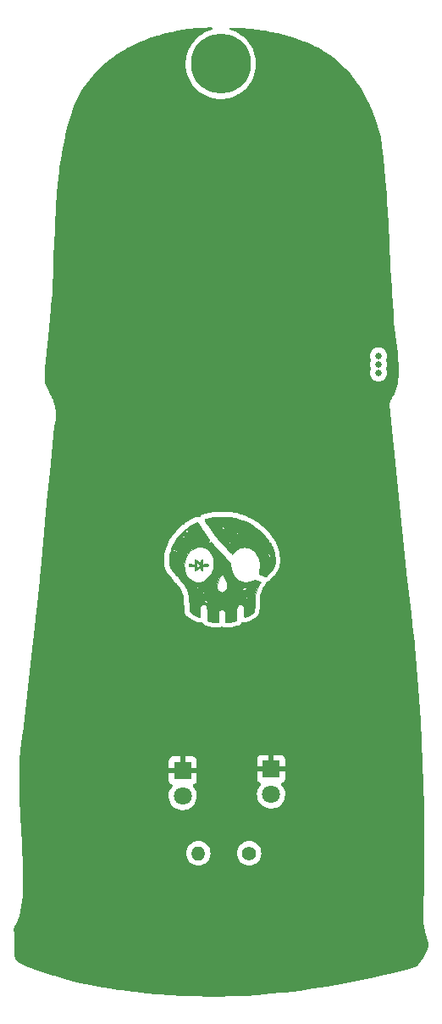
<source format=gbr>
%TF.GenerationSoftware,KiCad,Pcbnew,(6.0.1)*%
%TF.CreationDate,2022-06-23T18:30:01-05:00*%
%TF.ProjectId,lantern-lts,6c616e74-6572-46e2-9d6c-74732e6b6963,rev?*%
%TF.SameCoordinates,Original*%
%TF.FileFunction,Copper,L1,Top*%
%TF.FilePolarity,Positive*%
%FSLAX46Y46*%
G04 Gerber Fmt 4.6, Leading zero omitted, Abs format (unit mm)*
G04 Created by KiCad (PCBNEW (6.0.1)) date 2022-06-23 18:30:01*
%MOMM*%
%LPD*%
G01*
G04 APERTURE LIST*
%TA.AperFunction,EtchedComponent*%
%ADD10C,0.010000*%
%TD*%
%TA.AperFunction,ComponentPad*%
%ADD11C,6.000000*%
%TD*%
%TA.AperFunction,ComponentPad*%
%ADD12C,0.650000*%
%TD*%
%TA.AperFunction,ComponentPad*%
%ADD13C,1.400000*%
%TD*%
%TA.AperFunction,ComponentPad*%
%ADD14O,1.400000X1.400000*%
%TD*%
%TA.AperFunction,ComponentPad*%
%ADD15R,1.800000X1.800000*%
%TD*%
%TA.AperFunction,ComponentPad*%
%ADD16C,1.800000*%
%TD*%
%TA.AperFunction,ViaPad*%
%ADD17C,0.600000*%
%TD*%
G04 APERTURE END LIST*
D10*
%TO.C,G\u002A\u002A\u002A*%
X120954273Y-98925309D02*
X120980123Y-98963088D01*
X120980123Y-98963088D02*
X121038801Y-99054396D01*
X121038801Y-99054396D02*
X121122070Y-99186266D01*
X121122070Y-99186266D02*
X121221695Y-99345729D01*
X121221695Y-99345729D02*
X121240764Y-99376419D01*
X121240764Y-99376419D02*
X121373309Y-99582680D01*
X121373309Y-99582680D02*
X121533354Y-99820791D01*
X121533354Y-99820791D02*
X121700470Y-100060874D01*
X121700470Y-100060874D02*
X121850209Y-100267658D01*
X121850209Y-100267658D02*
X121983608Y-100449344D01*
X121983608Y-100449344D02*
X122073848Y-100579122D01*
X122073848Y-100579122D02*
X122126230Y-100666402D01*
X122126230Y-100666402D02*
X122146051Y-100720594D01*
X122146051Y-100720594D02*
X122138610Y-100751109D01*
X122138610Y-100751109D02*
X122127351Y-100759866D01*
X122127351Y-100759866D02*
X122083716Y-100813462D01*
X122083716Y-100813462D02*
X122065923Y-100890335D01*
X122065923Y-100890335D02*
X122075944Y-100958457D01*
X122075944Y-100958457D02*
X122113431Y-100985894D01*
X122113431Y-100985894D02*
X122209563Y-100952007D01*
X122209563Y-100952007D02*
X122264033Y-100878569D01*
X122264033Y-100878569D02*
X122293176Y-100882600D01*
X122293176Y-100882600D02*
X122355848Y-100938274D01*
X122355848Y-100938274D02*
X122439523Y-101034094D01*
X122439523Y-101034094D02*
X122455508Y-101054283D01*
X122455508Y-101054283D02*
X122633868Y-101272247D01*
X122633868Y-101272247D02*
X122854688Y-101525869D01*
X122854688Y-101525869D02*
X123102359Y-101798503D01*
X123102359Y-101798503D02*
X123361273Y-102073499D01*
X123361273Y-102073499D02*
X123615820Y-102334209D01*
X123615820Y-102334209D02*
X123850393Y-102563987D01*
X123850393Y-102563987D02*
X124005556Y-102707552D01*
X124005556Y-102707552D02*
X124112339Y-102807174D01*
X124112339Y-102807174D02*
X124174580Y-102885793D01*
X124174580Y-102885793D02*
X124207620Y-102972627D01*
X124207620Y-102972627D02*
X124226799Y-103096893D01*
X124226799Y-103096893D02*
X124231244Y-103137398D01*
X124231244Y-103137398D02*
X124306227Y-103569384D01*
X124306227Y-103569384D02*
X124432022Y-103948093D01*
X124432022Y-103948093D02*
X124606755Y-104271082D01*
X124606755Y-104271082D02*
X124828554Y-104535906D01*
X124828554Y-104535906D02*
X125095547Y-104740121D01*
X125095547Y-104740121D02*
X125405859Y-104881282D01*
X125405859Y-104881282D02*
X125607628Y-104933830D01*
X125607628Y-104933830D02*
X125892468Y-104956052D01*
X125892468Y-104956052D02*
X126169884Y-104906220D01*
X126169884Y-104906220D02*
X126451500Y-104782186D01*
X126451500Y-104782186D02*
X126463025Y-104775646D01*
X126463025Y-104775646D02*
X126666504Y-104659227D01*
X126666504Y-104659227D02*
X126964726Y-104800851D01*
X126964726Y-104800851D02*
X127262947Y-104942476D01*
X127262947Y-104942476D02*
X127142650Y-105143023D01*
X127142650Y-105143023D02*
X126986860Y-105419576D01*
X126986860Y-105419576D02*
X126867558Y-105675846D01*
X126867558Y-105675846D02*
X126780478Y-105929262D01*
X126780478Y-105929262D02*
X126721352Y-106197254D01*
X126721352Y-106197254D02*
X126685913Y-106497253D01*
X126685913Y-106497253D02*
X126669894Y-106846687D01*
X126669894Y-106846687D02*
X126667823Y-107082492D01*
X126667823Y-107082492D02*
X126665135Y-107377227D01*
X126665135Y-107377227D02*
X126656125Y-107599541D01*
X126656125Y-107599541D02*
X126640429Y-107754939D01*
X126640429Y-107754939D02*
X126617681Y-107848926D01*
X126617681Y-107848926D02*
X126616990Y-107850605D01*
X126616990Y-107850605D02*
X126578605Y-107914454D01*
X126578605Y-107914454D02*
X126510307Y-107980999D01*
X126510307Y-107980999D02*
X126400329Y-108059192D01*
X126400329Y-108059192D02*
X126236906Y-108157983D01*
X126236906Y-108157983D02*
X126141876Y-108212061D01*
X126141876Y-108212061D02*
X125976215Y-108303243D01*
X125976215Y-108303243D02*
X125833298Y-108378291D01*
X125833298Y-108378291D02*
X125727825Y-108429736D01*
X125727825Y-108429736D02*
X125674494Y-108450108D01*
X125674494Y-108450108D02*
X125673265Y-108450179D01*
X125673265Y-108450179D02*
X125651915Y-108417705D01*
X125651915Y-108417705D02*
X125635201Y-108317832D01*
X125635201Y-108317832D02*
X125622713Y-108146896D01*
X125622713Y-108146896D02*
X125614650Y-107925448D01*
X125614650Y-107925448D02*
X125607653Y-107706914D01*
X125607653Y-107706914D02*
X125598371Y-107551408D01*
X125598371Y-107551408D02*
X125584526Y-107443803D01*
X125584526Y-107443803D02*
X125563839Y-107368974D01*
X125563839Y-107368974D02*
X125534034Y-107311793D01*
X125534034Y-107311793D02*
X125519029Y-107290448D01*
X125519029Y-107290448D02*
X125406496Y-107196512D01*
X125406496Y-107196512D02*
X125372443Y-107188350D01*
X125372443Y-107188350D02*
X125901305Y-107188350D01*
X125901305Y-107188350D02*
X125920989Y-107213563D01*
X125920989Y-107213563D02*
X125979151Y-107228433D01*
X125979151Y-107228433D02*
X126032652Y-107187257D01*
X126032652Y-107187257D02*
X126041476Y-107167973D01*
X126041476Y-107167973D02*
X126022214Y-107131102D01*
X126022214Y-107131102D02*
X125975533Y-107121569D01*
X125975533Y-107121569D02*
X125905238Y-107140474D01*
X125905238Y-107140474D02*
X125901305Y-107188350D01*
X125901305Y-107188350D02*
X125372443Y-107188350D01*
X125372443Y-107188350D02*
X125268909Y-107163535D01*
X125268909Y-107163535D02*
X125126749Y-107188954D01*
X125126749Y-107188954D02*
X125000497Y-107270209D01*
X125000497Y-107270209D02*
X124929710Y-107364121D01*
X124929710Y-107364121D02*
X124903051Y-107424947D01*
X124903051Y-107424947D02*
X124883979Y-107501839D01*
X124883979Y-107501839D02*
X124871287Y-107608081D01*
X124871287Y-107608081D02*
X124863768Y-107756953D01*
X124863768Y-107756953D02*
X124860216Y-107961740D01*
X124860216Y-107961740D02*
X124859454Y-108137569D01*
X124859454Y-108137569D02*
X124858585Y-108782339D01*
X124858585Y-108782339D02*
X124467816Y-108870459D01*
X124467816Y-108870459D02*
X124283661Y-108907527D01*
X124283661Y-108907527D02*
X124110140Y-108934677D01*
X124110140Y-108934677D02*
X123972668Y-108948278D01*
X123972668Y-108948278D02*
X123920739Y-108948613D01*
X123920739Y-108948613D02*
X123764431Y-108938646D01*
X123764431Y-108938646D02*
X123763230Y-108448928D01*
X123763230Y-108448928D02*
X123761018Y-108235171D01*
X123761018Y-108235171D02*
X123754174Y-108082774D01*
X123754174Y-108082774D02*
X123740547Y-107974984D01*
X123740547Y-107974984D02*
X123717987Y-107895044D01*
X123717987Y-107895044D02*
X123684344Y-107826203D01*
X123684344Y-107826203D02*
X123683012Y-107823912D01*
X123683012Y-107823912D02*
X123576522Y-107701662D01*
X123576522Y-107701662D02*
X123446715Y-107640248D01*
X123446715Y-107640248D02*
X123311522Y-107641260D01*
X123311522Y-107641260D02*
X123188874Y-107706286D01*
X123188874Y-107706286D02*
X123129925Y-107774911D01*
X123129925Y-107774911D02*
X123100397Y-107834796D01*
X123100397Y-107834796D02*
X123079070Y-107919348D01*
X123079070Y-107919348D02*
X123064170Y-108042455D01*
X123064170Y-108042455D02*
X123053920Y-108218001D01*
X123053920Y-108218001D02*
X123047530Y-108419059D01*
X123047530Y-108419059D02*
X123034013Y-108958185D01*
X123034013Y-108958185D02*
X122871684Y-108955078D01*
X122871684Y-108955078D02*
X122740507Y-108944479D01*
X122740507Y-108944479D02*
X122577897Y-108920594D01*
X122577897Y-108920594D02*
X122474892Y-108900515D01*
X122474892Y-108900515D02*
X122321660Y-108865917D01*
X122321660Y-108865917D02*
X122176995Y-108831674D01*
X122176995Y-108831674D02*
X122103662Y-108813313D01*
X122103662Y-108813313D02*
X121966892Y-108777567D01*
X121966892Y-108777567D02*
X121944087Y-108132287D01*
X121944087Y-108132287D02*
X121933462Y-107875748D01*
X121933462Y-107875748D02*
X121921216Y-107683766D01*
X121921216Y-107683766D02*
X121905684Y-107542747D01*
X121905684Y-107542747D02*
X121885205Y-107439094D01*
X121885205Y-107439094D02*
X121858114Y-107359212D01*
X121858114Y-107359212D02*
X121846394Y-107333596D01*
X121846394Y-107333596D02*
X121789969Y-107235108D01*
X121789969Y-107235108D02*
X121727646Y-107187938D01*
X121727646Y-107187938D02*
X121627183Y-107169822D01*
X121627183Y-107169822D02*
X121606924Y-107168242D01*
X121606924Y-107168242D02*
X121458241Y-107171633D01*
X121458241Y-107171633D02*
X121345261Y-107211309D01*
X121345261Y-107211309D02*
X121263786Y-107294962D01*
X121263786Y-107294962D02*
X121209617Y-107430283D01*
X121209617Y-107430283D02*
X121178555Y-107624965D01*
X121178555Y-107624965D02*
X121166402Y-107886700D01*
X121166402Y-107886700D02*
X121165816Y-107976431D01*
X121165816Y-107976431D02*
X121165816Y-108448250D01*
X121165816Y-108448250D02*
X121058354Y-108407729D01*
X121058354Y-108407729D02*
X120932075Y-108351694D01*
X120932075Y-108351694D02*
X120780105Y-108271744D01*
X120780105Y-108271744D02*
X120617792Y-108177577D01*
X120617792Y-108177577D02*
X120460480Y-108078892D01*
X120460480Y-108078892D02*
X120323517Y-107985387D01*
X120323517Y-107985387D02*
X120222248Y-107906760D01*
X120222248Y-107906760D02*
X120172020Y-107852708D01*
X120172020Y-107852708D02*
X120169511Y-107846009D01*
X120169511Y-107846009D02*
X120163325Y-107782306D01*
X120163325Y-107782306D02*
X120156485Y-107654719D01*
X120156485Y-107654719D02*
X120149559Y-107477508D01*
X120149559Y-107477508D02*
X120143114Y-107264934D01*
X120143114Y-107264934D02*
X120138653Y-107075616D01*
X120138653Y-107075616D02*
X122084487Y-107075616D01*
X122084487Y-107075616D02*
X122096299Y-107113317D01*
X122096299Y-107113317D02*
X122150475Y-107184735D01*
X122150475Y-107184735D02*
X122188794Y-107226462D01*
X122188794Y-107226462D02*
X122290565Y-107320715D01*
X122290565Y-107320715D02*
X122354700Y-107355936D01*
X122354700Y-107355936D02*
X122377199Y-107329937D01*
X122377199Y-107329937D02*
X122377200Y-107329498D01*
X122377200Y-107329498D02*
X122351223Y-107286887D01*
X122351223Y-107286887D02*
X122287736Y-107221241D01*
X122287736Y-107221241D02*
X122208405Y-107151352D01*
X122208405Y-107151352D02*
X122134897Y-107096012D01*
X122134897Y-107096012D02*
X122088876Y-107074013D01*
X122088876Y-107074013D02*
X122084487Y-107075616D01*
X122084487Y-107075616D02*
X120138653Y-107075616D01*
X120138653Y-107075616D02*
X120138458Y-107067355D01*
X120138458Y-107067355D02*
X125047863Y-107067355D01*
X125047863Y-107067355D02*
X125053969Y-107082492D01*
X125053969Y-107082492D02*
X125089084Y-107119771D01*
X125089084Y-107119771D02*
X125095352Y-107121569D01*
X125095352Y-107121569D02*
X125112137Y-107091336D01*
X125112137Y-107091336D02*
X125112585Y-107082492D01*
X125112585Y-107082492D02*
X125082544Y-107044917D01*
X125082544Y-107044917D02*
X125071202Y-107043416D01*
X125071202Y-107043416D02*
X125047863Y-107067355D01*
X125047863Y-107067355D02*
X120138458Y-107067355D01*
X120138458Y-107067355D02*
X120138354Y-107062954D01*
X120138354Y-107062954D02*
X120132623Y-106809655D01*
X120132623Y-106809655D02*
X120131367Y-106774724D01*
X120131367Y-106774724D02*
X121563892Y-106774724D01*
X121563892Y-106774724D02*
X121597212Y-106838520D01*
X121597212Y-106838520D02*
X121683585Y-106925590D01*
X121683585Y-106925590D02*
X121770891Y-107002448D01*
X121770891Y-107002448D02*
X121822764Y-107034940D01*
X121822764Y-107034940D02*
X121860765Y-107032178D01*
X121860765Y-107032178D02*
X121891589Y-107013509D01*
X121891589Y-107013509D02*
X121913853Y-106987242D01*
X121913853Y-106987242D02*
X122149596Y-106987242D01*
X122149596Y-106987242D02*
X122163508Y-107001679D01*
X122163508Y-107001679D02*
X122189279Y-107003096D01*
X122189279Y-107003096D02*
X122260847Y-106982341D01*
X122260847Y-106982341D02*
X122281115Y-106962662D01*
X122281115Y-106962662D02*
X122295861Y-106912492D01*
X122295861Y-106912492D02*
X122259415Y-106909055D01*
X122259415Y-106909055D02*
X122198501Y-106944884D01*
X122198501Y-106944884D02*
X122149596Y-106987242D01*
X122149596Y-106987242D02*
X121913853Y-106987242D01*
X121913853Y-106987242D02*
X121955940Y-106937588D01*
X121955940Y-106937588D02*
X121954167Y-106857256D01*
X121954167Y-106857256D02*
X121930394Y-106828492D01*
X121930394Y-106828492D02*
X125112585Y-106828492D01*
X125112585Y-106828492D02*
X125132123Y-106848031D01*
X125132123Y-106848031D02*
X125151662Y-106828492D01*
X125151662Y-106828492D02*
X125132123Y-106808954D01*
X125132123Y-106808954D02*
X125112585Y-106828492D01*
X125112585Y-106828492D02*
X121930394Y-106828492D01*
X121930394Y-106828492D02*
X121896009Y-106786890D01*
X121896009Y-106786890D02*
X121791206Y-106740864D01*
X121791206Y-106740864D02*
X121700046Y-106730800D01*
X121700046Y-106730800D02*
X121598003Y-106740793D01*
X121598003Y-106740793D02*
X121563892Y-106774724D01*
X121563892Y-106774724D02*
X120131367Y-106774724D01*
X120131367Y-106774724D02*
X120125690Y-106616983D01*
X120125690Y-106616983D02*
X120124624Y-106601880D01*
X120124624Y-106601880D02*
X125702569Y-106601880D01*
X125702569Y-106601880D02*
X125720560Y-106613151D01*
X125720560Y-106613151D02*
X125737816Y-106613569D01*
X125737816Y-106613569D02*
X125775757Y-106583833D01*
X125775757Y-106583833D02*
X125776892Y-106574492D01*
X125776892Y-106574492D02*
X125809621Y-106542743D01*
X125809621Y-106542743D02*
X125855046Y-106535416D01*
X125855046Y-106535416D02*
X125918688Y-106511368D01*
X125918688Y-106511368D02*
X125927863Y-106456284D01*
X125927863Y-106456284D02*
X125881970Y-106395755D01*
X125881970Y-106395755D02*
X125858672Y-106381048D01*
X125858672Y-106381048D02*
X125803625Y-106364630D01*
X125803625Y-106364630D02*
X125766788Y-106400713D01*
X125766788Y-106400713D02*
X125741441Y-106463658D01*
X125741441Y-106463658D02*
X125709359Y-106559092D01*
X125709359Y-106559092D02*
X125702569Y-106601880D01*
X125702569Y-106601880D02*
X120124624Y-106601880D01*
X120124624Y-106601880D02*
X120118550Y-106515877D01*
X120118550Y-106515877D02*
X121204892Y-106515877D01*
X121204892Y-106515877D02*
X121224431Y-106535416D01*
X121224431Y-106535416D02*
X121243969Y-106515877D01*
X121243969Y-106515877D02*
X121224431Y-106496339D01*
X121224431Y-106496339D02*
X121204892Y-106515877D01*
X121204892Y-106515877D02*
X120118550Y-106515877D01*
X120118550Y-106515877D02*
X120115127Y-106467421D01*
X120115127Y-106467421D02*
X120098506Y-106343453D01*
X120098506Y-106343453D02*
X120073402Y-106227560D01*
X120073402Y-106227560D02*
X120043962Y-106125108D01*
X120043962Y-106125108D02*
X120696892Y-106125108D01*
X120696892Y-106125108D02*
X120716431Y-106144646D01*
X120716431Y-106144646D02*
X120735969Y-106125108D01*
X120735969Y-106125108D02*
X125698739Y-106125108D01*
X125698739Y-106125108D02*
X125718277Y-106144646D01*
X125718277Y-106144646D02*
X125737816Y-106125108D01*
X125737816Y-106125108D02*
X125718277Y-106105569D01*
X125718277Y-106105569D02*
X125698739Y-106125108D01*
X125698739Y-106125108D02*
X120735969Y-106125108D01*
X120735969Y-106125108D02*
X120716431Y-106105569D01*
X120716431Y-106105569D02*
X120696892Y-106125108D01*
X120696892Y-106125108D02*
X120043962Y-106125108D01*
X120043962Y-106125108D02*
X120037386Y-106102226D01*
X120037386Y-106102226D02*
X120019474Y-106046954D01*
X120019474Y-106046954D02*
X120814123Y-106046954D01*
X120814123Y-106046954D02*
X120833662Y-106066492D01*
X120833662Y-106066492D02*
X120835968Y-106064186D01*
X120835968Y-106064186D02*
X122181816Y-106064186D01*
X122181816Y-106064186D02*
X122210182Y-106103979D01*
X122210182Y-106103979D02*
X122220892Y-106105569D01*
X122220892Y-106105569D02*
X122258953Y-106092237D01*
X122258953Y-106092237D02*
X122259969Y-106088337D01*
X122259969Y-106088337D02*
X122232587Y-106054974D01*
X122232587Y-106054974D02*
X122220892Y-106046954D01*
X122220892Y-106046954D02*
X122184884Y-106050052D01*
X122184884Y-106050052D02*
X122181816Y-106064186D01*
X122181816Y-106064186D02*
X120835968Y-106064186D01*
X120835968Y-106064186D02*
X120853200Y-106046954D01*
X120853200Y-106046954D02*
X120833662Y-106027416D01*
X120833662Y-106027416D02*
X120814123Y-106046954D01*
X120814123Y-106046954D02*
X120019474Y-106046954D01*
X120019474Y-106046954D02*
X119988031Y-105949934D01*
X119988031Y-105949934D02*
X119987809Y-105949262D01*
X119987809Y-105949262D02*
X120657816Y-105949262D01*
X120657816Y-105949262D02*
X120672113Y-105981426D01*
X120672113Y-105981426D02*
X120683867Y-105975313D01*
X120683867Y-105975313D02*
X120686014Y-105954016D01*
X120686014Y-105954016D02*
X121460004Y-105954016D01*
X121460004Y-105954016D02*
X121466298Y-105985240D01*
X121466298Y-105985240D02*
X121507223Y-106038498D01*
X121507223Y-106038498D02*
X121574043Y-106059874D01*
X121574043Y-106059874D02*
X121636944Y-106048729D01*
X121636944Y-106048729D02*
X121666113Y-106004428D01*
X121666113Y-106004428D02*
X121664917Y-105989485D01*
X121664917Y-105989485D02*
X121622026Y-105941134D01*
X121622026Y-105941134D02*
X121549538Y-105917653D01*
X121549538Y-105917653D02*
X121476240Y-105918013D01*
X121476240Y-105918013D02*
X121460004Y-105954016D01*
X121460004Y-105954016D02*
X120686014Y-105954016D01*
X120686014Y-105954016D02*
X120688544Y-105928938D01*
X120688544Y-105928938D02*
X120683867Y-105923210D01*
X120683867Y-105923210D02*
X120660636Y-105928574D01*
X120660636Y-105928574D02*
X120657816Y-105949262D01*
X120657816Y-105949262D02*
X119987809Y-105949262D01*
X119987809Y-105949262D02*
X119981332Y-105929723D01*
X119981332Y-105929723D02*
X119885381Y-105667544D01*
X119885381Y-105667544D02*
X119807266Y-105499304D01*
X119807266Y-105499304D02*
X120784608Y-105499304D01*
X120784608Y-105499304D02*
X120792378Y-105544206D01*
X120792378Y-105544206D02*
X120862969Y-105567575D01*
X120862969Y-105567575D02*
X120950717Y-105553280D01*
X120950717Y-105553280D02*
X121023683Y-105498624D01*
X121023683Y-105498624D02*
X121029226Y-105485123D01*
X121029226Y-105485123D02*
X121908277Y-105485123D01*
X121908277Y-105485123D02*
X121934486Y-105517309D01*
X121934486Y-105517309D02*
X121988697Y-105511329D01*
X121988697Y-105511329D02*
X122034284Y-105472964D01*
X122034284Y-105472964D02*
X122038173Y-105464620D01*
X122038173Y-105464620D02*
X122044068Y-105402235D01*
X122044068Y-105402235D02*
X122039190Y-105392693D01*
X122039190Y-105392693D02*
X122889775Y-105392693D01*
X122889775Y-105392693D02*
X122918178Y-105566357D01*
X122918178Y-105566357D02*
X122963569Y-105676145D01*
X122963569Y-105676145D02*
X123079733Y-105831535D01*
X123079733Y-105831535D02*
X123228641Y-105923853D01*
X123228641Y-105923853D02*
X123395434Y-105950013D01*
X123395434Y-105950013D02*
X123565250Y-105906934D01*
X123565250Y-105906934D02*
X123686913Y-105826230D01*
X123686913Y-105826230D02*
X123815166Y-105697577D01*
X123815166Y-105697577D02*
X123826682Y-105679451D01*
X123826682Y-105679451D02*
X125446093Y-105679451D01*
X125446093Y-105679451D02*
X125450177Y-105717333D01*
X125450177Y-105717333D02*
X125495263Y-105726643D01*
X125495263Y-105726643D02*
X125590058Y-105713237D01*
X125590058Y-105713237D02*
X125712260Y-105674892D01*
X125712260Y-105674892D02*
X125812456Y-105617162D01*
X125812456Y-105617162D02*
X125825238Y-105605669D01*
X125825238Y-105605669D02*
X125904248Y-105526658D01*
X125904248Y-105526658D02*
X125778977Y-105461878D01*
X125778977Y-105461878D02*
X125688958Y-105421794D01*
X125688958Y-105421794D02*
X125626899Y-105422109D01*
X125626899Y-105422109D02*
X125558992Y-105459158D01*
X125558992Y-105459158D02*
X125489160Y-105519420D01*
X125489160Y-105519420D02*
X125461287Y-105569162D01*
X125461287Y-105569162D02*
X125451274Y-105650188D01*
X125451274Y-105650188D02*
X125446093Y-105679451D01*
X125446093Y-105679451D02*
X123826682Y-105679451D01*
X123826682Y-105679451D02*
X123896359Y-105569790D01*
X123896359Y-105569790D02*
X123931784Y-105429192D01*
X123931784Y-105429192D02*
X123927147Y-105343569D01*
X123927147Y-105343569D02*
X125737816Y-105343569D01*
X125737816Y-105343569D02*
X125757354Y-105363108D01*
X125757354Y-105363108D02*
X125776892Y-105343569D01*
X125776892Y-105343569D02*
X125757354Y-105324031D01*
X125757354Y-105324031D02*
X125737816Y-105343569D01*
X125737816Y-105343569D02*
X123927147Y-105343569D01*
X123927147Y-105343569D02*
X123922734Y-105262105D01*
X123922734Y-105262105D02*
X123870501Y-105054854D01*
X123870501Y-105054854D02*
X123782865Y-104810383D01*
X123782865Y-104810383D02*
X123694876Y-104586837D01*
X123694876Y-104586837D02*
X123628237Y-104426046D01*
X123628237Y-104426046D02*
X123577320Y-104317415D01*
X123577320Y-104317415D02*
X123536498Y-104250349D01*
X123536498Y-104250349D02*
X123500144Y-104214252D01*
X123500144Y-104214252D02*
X123462632Y-104198529D01*
X123462632Y-104198529D02*
X123457334Y-104197421D01*
X123457334Y-104197421D02*
X123368819Y-104213091D01*
X123368819Y-104213091D02*
X123277561Y-104295691D01*
X123277561Y-104295691D02*
X123181836Y-104447927D01*
X123181836Y-104447927D02*
X123079920Y-104672502D01*
X123079920Y-104672502D02*
X122977652Y-104949875D01*
X122977652Y-104949875D02*
X122909487Y-105193043D01*
X122909487Y-105193043D02*
X122889775Y-105392693D01*
X122889775Y-105392693D02*
X122039190Y-105392693D01*
X122039190Y-105392693D02*
X122036180Y-105386806D01*
X122036180Y-105386806D02*
X121993102Y-105388121D01*
X121993102Y-105388121D02*
X121939328Y-105427533D01*
X121939328Y-105427533D02*
X121908775Y-105478971D01*
X121908775Y-105478971D02*
X121908277Y-105485123D01*
X121908277Y-105485123D02*
X121029226Y-105485123D01*
X121029226Y-105485123D02*
X121048585Y-105437974D01*
X121048585Y-105437974D02*
X121018001Y-105395773D01*
X121018001Y-105395773D02*
X120947755Y-105385948D01*
X120947755Y-105385948D02*
X120870101Y-105410287D01*
X120870101Y-105410287D02*
X120847549Y-105426837D01*
X120847549Y-105426837D02*
X120784608Y-105499304D01*
X120784608Y-105499304D02*
X119807266Y-105499304D01*
X119807266Y-105499304D02*
X119778480Y-105437309D01*
X119778480Y-105437309D02*
X119648733Y-105219403D01*
X119648733Y-105219403D02*
X119640283Y-105207834D01*
X119640283Y-105207834D02*
X121679287Y-105207834D01*
X121679287Y-105207834D02*
X121681815Y-105221438D01*
X121681815Y-105221438D02*
X121707908Y-105255646D01*
X121707908Y-105255646D02*
X121767454Y-105310510D01*
X121767454Y-105310510D02*
X121802344Y-105324031D01*
X121802344Y-105324031D02*
X121829882Y-105316350D01*
X121829882Y-105316350D02*
X121826867Y-105312973D01*
X121826867Y-105312973D02*
X121786154Y-105283790D01*
X121786154Y-105283790D02*
X121732431Y-105244589D01*
X121732431Y-105244589D02*
X121679287Y-105207834D01*
X121679287Y-105207834D02*
X119640283Y-105207834D01*
X119640283Y-105207834D02*
X119553900Y-105089569D01*
X119553900Y-105089569D02*
X119837200Y-105089569D01*
X119837200Y-105089569D02*
X119851498Y-105121734D01*
X119851498Y-105121734D02*
X119863251Y-105115621D01*
X119863251Y-105115621D02*
X119867928Y-105069245D01*
X119867928Y-105069245D02*
X119863251Y-105063518D01*
X119863251Y-105063518D02*
X119840020Y-105068882D01*
X119840020Y-105068882D02*
X119837200Y-105089569D01*
X119837200Y-105089569D02*
X119553900Y-105089569D01*
X119553900Y-105089569D02*
X119484247Y-104994209D01*
X119484247Y-104994209D02*
X119453304Y-104957260D01*
X119453304Y-104957260D02*
X122225615Y-104957260D01*
X122225615Y-104957260D02*
X122235272Y-105011212D01*
X122235272Y-105011212D02*
X122245881Y-105023379D01*
X122245881Y-105023379D02*
X122294593Y-105031282D01*
X122294593Y-105031282D02*
X122334089Y-104991675D01*
X122334089Y-104991675D02*
X122338123Y-104970032D01*
X122338123Y-104970032D02*
X122306438Y-104937399D01*
X122306438Y-104937399D02*
X122279508Y-104933262D01*
X122279508Y-104933262D02*
X122225615Y-104957260D01*
X122225615Y-104957260D02*
X119453304Y-104957260D01*
X119453304Y-104957260D02*
X119273126Y-104742110D01*
X119273126Y-104742110D02*
X119234963Y-104698800D01*
X119234963Y-104698800D02*
X119368277Y-104698800D01*
X119368277Y-104698800D02*
X119399928Y-104733468D01*
X119399928Y-104733468D02*
X119426892Y-104737877D01*
X119426892Y-104737877D02*
X119478895Y-104716777D01*
X119478895Y-104716777D02*
X119485508Y-104698800D01*
X119485508Y-104698800D02*
X119453857Y-104664132D01*
X119453857Y-104664132D02*
X119426892Y-104659723D01*
X119426892Y-104659723D02*
X119374890Y-104680824D01*
X119374890Y-104680824D02*
X119368277Y-104698800D01*
X119368277Y-104698800D02*
X119234963Y-104698800D01*
X119234963Y-104698800D02*
X118968346Y-104397540D01*
X118968346Y-104397540D02*
X118748803Y-104146737D01*
X118748803Y-104146737D02*
X118720938Y-104113909D01*
X118720938Y-104113909D02*
X119063182Y-104113909D01*
X119063182Y-104113909D02*
X119106025Y-104137140D01*
X119106025Y-104137140D02*
X119166845Y-104133250D01*
X119166845Y-104133250D02*
X119257809Y-104130743D01*
X119257809Y-104130743D02*
X119311010Y-104153910D01*
X119311010Y-104153910D02*
X119311184Y-104154187D01*
X119311184Y-104154187D02*
X119341962Y-104188209D01*
X119341962Y-104188209D02*
X119347281Y-104151595D01*
X119347281Y-104151595D02*
X119327184Y-104047587D01*
X119327184Y-104047587D02*
X119318839Y-104014954D01*
X119318839Y-104014954D02*
X119407354Y-104014954D01*
X119407354Y-104014954D02*
X119426892Y-104034492D01*
X119426892Y-104034492D02*
X119446431Y-104014954D01*
X119446431Y-104014954D02*
X119426892Y-103995416D01*
X119426892Y-103995416D02*
X119407354Y-104014954D01*
X119407354Y-104014954D02*
X119318839Y-104014954D01*
X119318839Y-104014954D02*
X119308844Y-103975877D01*
X119308844Y-103975877D02*
X119283943Y-103895417D01*
X119283943Y-103895417D02*
X119368277Y-103895417D01*
X119368277Y-103895417D02*
X119388679Y-103948883D01*
X119388679Y-103948883D02*
X119407354Y-103956339D01*
X119407354Y-103956339D02*
X119445312Y-103928292D01*
X119445312Y-103928292D02*
X119446431Y-103919568D01*
X119446431Y-103919568D02*
X119418026Y-103866645D01*
X119418026Y-103866645D02*
X119407354Y-103858646D01*
X119407354Y-103858646D02*
X119373900Y-103867505D01*
X119373900Y-103867505D02*
X119368277Y-103895417D01*
X119368277Y-103895417D02*
X119283943Y-103895417D01*
X119283943Y-103895417D02*
X119278120Y-103876604D01*
X119278120Y-103876604D02*
X119259210Y-103849302D01*
X119259210Y-103849302D02*
X119253684Y-103878688D01*
X119253684Y-103878688D02*
X119217147Y-103977119D01*
X119217147Y-103977119D02*
X119165651Y-104015457D01*
X119165651Y-104015457D02*
X119083007Y-104068343D01*
X119083007Y-104068343D02*
X119063182Y-104113909D01*
X119063182Y-104113909D02*
X118720938Y-104113909D01*
X118720938Y-104113909D02*
X118571774Y-103938183D01*
X118571774Y-103938183D02*
X118472063Y-103813057D01*
X118472063Y-103813057D02*
X118951457Y-103813057D01*
X118951457Y-103813057D02*
X118956821Y-103836288D01*
X118956821Y-103836288D02*
X118977508Y-103839108D01*
X118977508Y-103839108D02*
X119009673Y-103824810D01*
X119009673Y-103824810D02*
X119003559Y-103813057D01*
X119003559Y-103813057D02*
X118957184Y-103808380D01*
X118957184Y-103808380D02*
X118951457Y-103813057D01*
X118951457Y-103813057D02*
X118472063Y-103813057D01*
X118472063Y-103813057D02*
X118432702Y-103763665D01*
X118432702Y-103763665D02*
X118389119Y-103702339D01*
X118389119Y-103702339D02*
X119211969Y-103702339D01*
X119211969Y-103702339D02*
X119231508Y-103721877D01*
X119231508Y-103721877D02*
X119251046Y-103702339D01*
X119251046Y-103702339D02*
X119231508Y-103682800D01*
X119231508Y-103682800D02*
X119211969Y-103702339D01*
X119211969Y-103702339D02*
X118389119Y-103702339D01*
X118389119Y-103702339D02*
X118327028Y-103614973D01*
X118327028Y-103614973D02*
X118250191Y-103483896D01*
X118250191Y-103483896D02*
X118197634Y-103362223D01*
X118197634Y-103362223D02*
X118164798Y-103241743D01*
X118164798Y-103241743D02*
X118163896Y-103235236D01*
X118163896Y-103235236D02*
X119604926Y-103235236D01*
X119604926Y-103235236D02*
X119636360Y-103628581D01*
X119636360Y-103628581D02*
X119661765Y-103752415D01*
X119661765Y-103752415D02*
X119746933Y-104030446D01*
X119746933Y-104030446D02*
X119867118Y-104263896D01*
X119867118Y-104263896D02*
X120039166Y-104484197D01*
X120039166Y-104484197D02*
X120074305Y-104522094D01*
X120074305Y-104522094D02*
X120324796Y-104738760D01*
X120324796Y-104738760D02*
X120594467Y-104879681D01*
X120594467Y-104879681D02*
X120882664Y-104944708D01*
X120882664Y-104944708D02*
X121188731Y-104933693D01*
X121188731Y-104933693D02*
X121506072Y-104848720D01*
X121506072Y-104848720D02*
X121734863Y-104727089D01*
X121734863Y-104727089D02*
X121934185Y-104562031D01*
X121934185Y-104562031D02*
X122494431Y-104562031D01*
X122494431Y-104562031D02*
X122513969Y-104581569D01*
X122513969Y-104581569D02*
X122533508Y-104562031D01*
X122533508Y-104562031D02*
X122513969Y-104542492D01*
X122513969Y-104542492D02*
X122494431Y-104562031D01*
X122494431Y-104562031D02*
X121934185Y-104562031D01*
X121934185Y-104562031D02*
X121958157Y-104542180D01*
X121958157Y-104542180D02*
X122163892Y-104308596D01*
X122163892Y-104308596D02*
X122340008Y-104040936D01*
X122340008Y-104040936D02*
X122474447Y-103753802D01*
X122474447Y-103753802D02*
X122517540Y-103624185D01*
X122517540Y-103624185D02*
X122577348Y-103303438D01*
X122577348Y-103303438D02*
X122583674Y-102961318D01*
X122583674Y-102961318D02*
X122539284Y-102619887D01*
X122539284Y-102619887D02*
X122446950Y-102301202D01*
X122446950Y-102301202D02*
X122318935Y-102042125D01*
X122318935Y-102042125D02*
X122114736Y-101783971D01*
X122114736Y-101783971D02*
X121874692Y-101590554D01*
X121874692Y-101590554D02*
X121607979Y-101462724D01*
X121607979Y-101462724D02*
X121323772Y-101401332D01*
X121323772Y-101401332D02*
X121031245Y-101407231D01*
X121031245Y-101407231D02*
X120739573Y-101481271D01*
X120739573Y-101481271D02*
X120457931Y-101624303D01*
X120457931Y-101624303D02*
X120195494Y-101837178D01*
X120195494Y-101837178D02*
X120188207Y-101844457D01*
X120188207Y-101844457D02*
X119941111Y-102146365D01*
X119941111Y-102146365D02*
X119759840Y-102484929D01*
X119759840Y-102484929D02*
X119646932Y-102850952D01*
X119646932Y-102850952D02*
X119604926Y-103235236D01*
X119604926Y-103235236D02*
X118163896Y-103235236D01*
X118163896Y-103235236D02*
X118147123Y-103114245D01*
X118147123Y-103114245D02*
X118142254Y-103015948D01*
X118142254Y-103015948D02*
X118479089Y-103015948D01*
X118479089Y-103015948D02*
X118484434Y-103018492D01*
X118484434Y-103018492D02*
X118520095Y-102990983D01*
X118520095Y-102990983D02*
X118526852Y-102981247D01*
X118526852Y-102981247D02*
X119229744Y-102981247D01*
X119229744Y-102981247D02*
X119233907Y-103067394D01*
X119233907Y-103067394D02*
X119249916Y-103143401D01*
X119249916Y-103143401D02*
X119272751Y-103174800D01*
X119272751Y-103174800D02*
X119279657Y-103140141D01*
X119279657Y-103140141D02*
X119280812Y-103053565D01*
X119280812Y-103053565D02*
X119279755Y-103018639D01*
X119279755Y-103018639D02*
X119269755Y-102924543D01*
X119269755Y-102924543D02*
X119250446Y-102907395D01*
X119250446Y-102907395D02*
X119241633Y-102919469D01*
X119241633Y-102919469D02*
X119229744Y-102981247D01*
X119229744Y-102981247D02*
X118526852Y-102981247D01*
X118526852Y-102981247D02*
X118528123Y-102979416D01*
X118528123Y-102979416D02*
X118538081Y-102942883D01*
X118538081Y-102942883D02*
X118532736Y-102940339D01*
X118532736Y-102940339D02*
X118497075Y-102967848D01*
X118497075Y-102967848D02*
X118489046Y-102979416D01*
X118489046Y-102979416D02*
X118479089Y-103015948D01*
X118479089Y-103015948D02*
X118142254Y-103015948D01*
X118142254Y-103015948D02*
X118140052Y-102971518D01*
X118140052Y-102971518D02*
X118139025Y-102805351D01*
X118139025Y-102805351D02*
X118139303Y-102725416D01*
X118139303Y-102725416D02*
X118141106Y-102502861D01*
X118141106Y-102502861D02*
X118144240Y-102412800D01*
X118144240Y-102412800D02*
X118703969Y-102412800D01*
X118703969Y-102412800D02*
X118723508Y-102432339D01*
X118723508Y-102432339D02*
X118743046Y-102412800D01*
X118743046Y-102412800D02*
X118723508Y-102393262D01*
X118723508Y-102393262D02*
X118782123Y-102393262D01*
X118782123Y-102393262D02*
X118813774Y-102427930D01*
X118813774Y-102427930D02*
X118840739Y-102432339D01*
X118840739Y-102432339D02*
X118892741Y-102411238D01*
X118892741Y-102411238D02*
X118899354Y-102393262D01*
X118899354Y-102393262D02*
X118876272Y-102367978D01*
X118876272Y-102367978D02*
X119510871Y-102367978D01*
X119510871Y-102367978D02*
X119528582Y-102423958D01*
X119528582Y-102423958D02*
X119536193Y-102436524D01*
X119536193Y-102436524D02*
X119574304Y-102489012D01*
X119574304Y-102489012D02*
X119599400Y-102473289D01*
X119599400Y-102473289D02*
X119618646Y-102432674D01*
X119618646Y-102432674D02*
X119638861Y-102362066D01*
X119638861Y-102362066D02*
X119634009Y-102333352D01*
X119634009Y-102333352D02*
X119585400Y-102327952D01*
X119585400Y-102327952D02*
X119551555Y-102337202D01*
X119551555Y-102337202D02*
X119510871Y-102367978D01*
X119510871Y-102367978D02*
X118876272Y-102367978D01*
X118876272Y-102367978D02*
X118867703Y-102358593D01*
X118867703Y-102358593D02*
X118840739Y-102354185D01*
X118840739Y-102354185D02*
X118788736Y-102375285D01*
X118788736Y-102375285D02*
X118782123Y-102393262D01*
X118782123Y-102393262D02*
X118723508Y-102393262D01*
X118723508Y-102393262D02*
X118703969Y-102412800D01*
X118703969Y-102412800D02*
X118144240Y-102412800D01*
X118144240Y-102412800D02*
X118146908Y-102336136D01*
X118146908Y-102336136D02*
X118148982Y-102315108D01*
X118148982Y-102315108D02*
X119251046Y-102315108D01*
X119251046Y-102315108D02*
X119279093Y-102353066D01*
X119279093Y-102353066D02*
X119287817Y-102354185D01*
X119287817Y-102354185D02*
X119340740Y-102325780D01*
X119340740Y-102325780D02*
X119348739Y-102315108D01*
X119348739Y-102315108D02*
X119339880Y-102281654D01*
X119339880Y-102281654D02*
X119311968Y-102276031D01*
X119311968Y-102276031D02*
X119258502Y-102296433D01*
X119258502Y-102296433D02*
X119251046Y-102315108D01*
X119251046Y-102315108D02*
X118148982Y-102315108D01*
X118148982Y-102315108D02*
X118160051Y-102202923D01*
X118160051Y-102202923D02*
X118183880Y-102080899D01*
X118183880Y-102080899D02*
X118221738Y-101947745D01*
X118221738Y-101947745D02*
X118276969Y-101781140D01*
X118276969Y-101781140D02*
X118283730Y-101761330D01*
X118283730Y-101761330D02*
X118286218Y-101754423D01*
X118286218Y-101754423D02*
X118469508Y-101754423D01*
X118469508Y-101754423D02*
X118490558Y-101797219D01*
X118490558Y-101797219D02*
X118564223Y-101798021D01*
X118564223Y-101798021D02*
X118574093Y-101796226D01*
X118574093Y-101796226D02*
X118679297Y-101800743D01*
X118679297Y-101800743D02*
X118733192Y-101830748D01*
X118733192Y-101830748D02*
X118811914Y-101881879D01*
X118811914Y-101881879D02*
X118871467Y-101857768D01*
X118871467Y-101857768D02*
X118880873Y-101844473D01*
X118880873Y-101844473D02*
X118881357Y-101783870D01*
X118881357Y-101783870D02*
X118836634Y-101728644D01*
X118836634Y-101728644D02*
X118774922Y-101710960D01*
X118774922Y-101710960D02*
X118765988Y-101713517D01*
X118765988Y-101713517D02*
X118703295Y-101703025D01*
X118703295Y-101703025D02*
X118667050Y-101672938D01*
X118667050Y-101672938D02*
X118666442Y-101672645D01*
X118666442Y-101672645D02*
X119211969Y-101672645D01*
X119211969Y-101672645D02*
X119219387Y-101720198D01*
X119219387Y-101720198D02*
X119258197Y-101722226D01*
X119258197Y-101722226D02*
X119307463Y-101704852D01*
X119307463Y-101704852D02*
X119348062Y-101671753D01*
X119348062Y-101671753D02*
X119325770Y-101627128D01*
X119325770Y-101627128D02*
X119265628Y-101592642D01*
X119265628Y-101592642D02*
X119220879Y-101625525D01*
X119220879Y-101625525D02*
X119211969Y-101672645D01*
X119211969Y-101672645D02*
X118666442Y-101672645D01*
X118666442Y-101672645D02*
X118599460Y-101640395D01*
X118599460Y-101640395D02*
X118524446Y-101661274D01*
X118524446Y-101661274D02*
X118474862Y-101722024D01*
X118474862Y-101722024D02*
X118469508Y-101754423D01*
X118469508Y-101754423D02*
X118286218Y-101754423D01*
X118286218Y-101754423D02*
X118356118Y-101560383D01*
X118356118Y-101560383D02*
X118435660Y-101356966D01*
X118435660Y-101356966D02*
X118504460Y-101194903D01*
X118504460Y-101194903D02*
X119654841Y-101194903D01*
X119654841Y-101194903D02*
X119660205Y-101218134D01*
X119660205Y-101218134D02*
X119680892Y-101220954D01*
X119680892Y-101220954D02*
X119713057Y-101206656D01*
X119713057Y-101206656D02*
X119706944Y-101194903D01*
X119706944Y-101194903D02*
X119660569Y-101190226D01*
X119660569Y-101190226D02*
X119654841Y-101194903D01*
X119654841Y-101194903D02*
X118504460Y-101194903D01*
X118504460Y-101194903D02*
X118510608Y-101180421D01*
X118510608Y-101180421D02*
X118549765Y-101097022D01*
X118549765Y-101097022D02*
X118614346Y-100986492D01*
X118614346Y-100986492D02*
X121830123Y-100986492D01*
X121830123Y-100986492D02*
X121844421Y-101018657D01*
X121844421Y-101018657D02*
X121856174Y-101012544D01*
X121856174Y-101012544D02*
X121860851Y-100966169D01*
X121860851Y-100966169D02*
X121856174Y-100960441D01*
X121856174Y-100960441D02*
X121832943Y-100965805D01*
X121832943Y-100965805D02*
X121830123Y-100986492D01*
X121830123Y-100986492D02*
X118614346Y-100986492D01*
X118614346Y-100986492D02*
X118720806Y-100804289D01*
X118720806Y-100804289D02*
X118860640Y-100611294D01*
X118860640Y-100611294D02*
X119329200Y-100611294D01*
X119329200Y-100611294D02*
X119363880Y-100614918D01*
X119363880Y-100614918D02*
X119450334Y-100616907D01*
X119450334Y-100616907D02*
X119482922Y-100617038D01*
X119482922Y-100617038D02*
X119579233Y-100611222D01*
X119579233Y-100611222D02*
X119608281Y-100590949D01*
X119608281Y-100590949D02*
X119597296Y-100569626D01*
X119597296Y-100569626D02*
X119534163Y-100538282D01*
X119534163Y-100538282D02*
X119506142Y-100542095D01*
X119506142Y-100542095D02*
X119444029Y-100535712D01*
X119444029Y-100535712D02*
X119428368Y-100519957D01*
X119428368Y-100519957D02*
X119426374Y-100474309D01*
X119426374Y-100474309D02*
X119475766Y-100454282D01*
X119475766Y-100454282D02*
X119553106Y-100462933D01*
X119553106Y-100462933D02*
X119622579Y-100494635D01*
X119622579Y-100494635D02*
X119690148Y-100528303D01*
X119690148Y-100528303D02*
X119719902Y-100522137D01*
X119719902Y-100522137D02*
X119719969Y-100520776D01*
X119719969Y-100520776D02*
X119691732Y-100466435D01*
X119691732Y-100466435D02*
X119684561Y-100461221D01*
X119684561Y-100461221D02*
X119664344Y-100410680D01*
X119664344Y-100410680D02*
X119669580Y-100361223D01*
X119669580Y-100361223D02*
X119670012Y-100303067D01*
X119670012Y-100303067D02*
X119616261Y-100283823D01*
X119616261Y-100283823D02*
X119589699Y-100283108D01*
X119589699Y-100283108D02*
X119496476Y-100258237D01*
X119496476Y-100258237D02*
X119445422Y-100214723D01*
X119445422Y-100214723D02*
X119413373Y-100168123D01*
X119413373Y-100168123D02*
X119414501Y-100187725D01*
X119414501Y-100187725D02*
X119422451Y-100214035D01*
X119422451Y-100214035D02*
X119423044Y-100291440D01*
X119423044Y-100291440D02*
X119399202Y-100403548D01*
X119399202Y-100403548D02*
X119386325Y-100443640D01*
X119386325Y-100443640D02*
X119351795Y-100542683D01*
X119351795Y-100542683D02*
X119331478Y-100603236D01*
X119331478Y-100603236D02*
X119329200Y-100611294D01*
X119329200Y-100611294D02*
X118860640Y-100611294D01*
X118860640Y-100611294D02*
X118946828Y-100492340D01*
X118946828Y-100492340D02*
X119213302Y-100177686D01*
X119213302Y-100177686D02*
X119346714Y-100040417D01*
X119346714Y-100040417D02*
X119693809Y-100040417D01*
X119693809Y-100040417D02*
X119735353Y-100042803D01*
X119735353Y-100042803D02*
X119792537Y-100020771D01*
X119792537Y-100020771D02*
X121562884Y-100020771D01*
X121562884Y-100020771D02*
X121572392Y-100042609D01*
X121572392Y-100042609D02*
X121611738Y-100084559D01*
X121611738Y-100084559D02*
X121634358Y-100075954D01*
X121634358Y-100075954D02*
X121634739Y-100070491D01*
X121634739Y-100070491D02*
X121606983Y-100037439D01*
X121606983Y-100037439D02*
X121589624Y-100025376D01*
X121589624Y-100025376D02*
X121562884Y-100020771D01*
X121562884Y-100020771D02*
X119792537Y-100020771D01*
X119792537Y-100020771D02*
X119832706Y-100005295D01*
X119832706Y-100005295D02*
X119870273Y-99987169D01*
X119870273Y-99987169D02*
X119953028Y-99928299D01*
X119953028Y-99928299D02*
X119992870Y-99865396D01*
X119992870Y-99865396D02*
X119993508Y-99858215D01*
X119993508Y-99858215D02*
X120000194Y-99833723D01*
X120000194Y-99833723D02*
X121439354Y-99833723D01*
X121439354Y-99833723D02*
X121458892Y-99853262D01*
X121458892Y-99853262D02*
X121478431Y-99833723D01*
X121478431Y-99833723D02*
X121458892Y-99814185D01*
X121458892Y-99814185D02*
X121439354Y-99833723D01*
X121439354Y-99833723D02*
X120000194Y-99833723D01*
X120000194Y-99833723D02*
X120016021Y-99775758D01*
X120016021Y-99775758D02*
X120035027Y-99749219D01*
X120035027Y-99749219D02*
X120040428Y-99714962D01*
X120040428Y-99714962D02*
X119974525Y-99687815D01*
X119974525Y-99687815D02*
X119947270Y-99681845D01*
X119947270Y-99681845D02*
X119827940Y-99685475D01*
X119827940Y-99685475D02*
X119750921Y-99742308D01*
X119750921Y-99742308D02*
X119730266Y-99839778D01*
X119730266Y-99839778D02*
X119736001Y-99870767D01*
X119736001Y-99870767D02*
X119733233Y-99958043D01*
X119733233Y-99958043D02*
X119713549Y-99997767D01*
X119713549Y-99997767D02*
X119693809Y-100040417D01*
X119693809Y-100040417D02*
X119346714Y-100040417D01*
X119346714Y-100040417D02*
X119505698Y-99876838D01*
X119505698Y-99876838D02*
X119809487Y-99606306D01*
X119809487Y-99606306D02*
X119975395Y-99476984D01*
X119975395Y-99476984D02*
X119996188Y-99462492D01*
X119996188Y-99462492D02*
X120306123Y-99462492D01*
X120306123Y-99462492D02*
X120319456Y-99500553D01*
X120319456Y-99500553D02*
X120323355Y-99501569D01*
X120323355Y-99501569D02*
X120356718Y-99474187D01*
X120356718Y-99474187D02*
X120364739Y-99462492D01*
X120364739Y-99462492D02*
X120361640Y-99426484D01*
X120361640Y-99426484D02*
X120347506Y-99423416D01*
X120347506Y-99423416D02*
X120307713Y-99451782D01*
X120307713Y-99451782D02*
X120306123Y-99462492D01*
X120306123Y-99462492D02*
X119996188Y-99462492D01*
X119996188Y-99462492D02*
X120114374Y-99380121D01*
X120114374Y-99380121D02*
X120275780Y-99276370D01*
X120275780Y-99276370D02*
X120445975Y-99173418D01*
X120445975Y-99173418D02*
X120611319Y-99078951D01*
X120611319Y-99078951D02*
X120758175Y-99000657D01*
X120758175Y-99000657D02*
X120872902Y-98946220D01*
X120872902Y-98946220D02*
X120941863Y-98923329D01*
X120941863Y-98923329D02*
X120954273Y-98925309D01*
X120954273Y-98925309D02*
X120954273Y-98925309D01*
G36*
X125126749Y-107188954D02*
G01*
X125000497Y-107270209D01*
X124929710Y-107364121D01*
X124903051Y-107424947D01*
X124883979Y-107501839D01*
X124871287Y-107608081D01*
X124863768Y-107756953D01*
X124860216Y-107961740D01*
X124859454Y-108137569D01*
X124858585Y-108782339D01*
X124467816Y-108870459D01*
X124283661Y-108907527D01*
X124110140Y-108934677D01*
X123972668Y-108948278D01*
X123920739Y-108948613D01*
X123764431Y-108938646D01*
X123763230Y-108448928D01*
X123761018Y-108235171D01*
X123754174Y-108082774D01*
X123740547Y-107974984D01*
X123717987Y-107895044D01*
X123684344Y-107826203D01*
X123683012Y-107823912D01*
X123576522Y-107701662D01*
X123446715Y-107640248D01*
X123311522Y-107641260D01*
X123188874Y-107706286D01*
X123129925Y-107774911D01*
X123100397Y-107834796D01*
X123079070Y-107919348D01*
X123064170Y-108042455D01*
X123053920Y-108218001D01*
X123047530Y-108419059D01*
X123034013Y-108958185D01*
X122871684Y-108955078D01*
X122740507Y-108944479D01*
X122577897Y-108920594D01*
X122474892Y-108900515D01*
X122321660Y-108865917D01*
X122176995Y-108831674D01*
X122103662Y-108813313D01*
X121966892Y-108777567D01*
X121944087Y-108132287D01*
X121933462Y-107875748D01*
X121921216Y-107683766D01*
X121905684Y-107542747D01*
X121885205Y-107439094D01*
X121858114Y-107359212D01*
X121846394Y-107333596D01*
X121789969Y-107235108D01*
X121727646Y-107187938D01*
X121627183Y-107169822D01*
X121606924Y-107168242D01*
X121458241Y-107171633D01*
X121345261Y-107211309D01*
X121263786Y-107294962D01*
X121209617Y-107430283D01*
X121178555Y-107624965D01*
X121166402Y-107886700D01*
X121165816Y-107976431D01*
X121165816Y-108448250D01*
X121058354Y-108407729D01*
X120932075Y-108351694D01*
X120780105Y-108271744D01*
X120617792Y-108177577D01*
X120460480Y-108078892D01*
X120323517Y-107985387D01*
X120222248Y-107906760D01*
X120172020Y-107852708D01*
X120169511Y-107846009D01*
X120163325Y-107782306D01*
X120156485Y-107654719D01*
X120149559Y-107477508D01*
X120143114Y-107264934D01*
X120138653Y-107075616D01*
X122084487Y-107075616D01*
X122096299Y-107113317D01*
X122150475Y-107184735D01*
X122188794Y-107226462D01*
X122290565Y-107320715D01*
X122354700Y-107355936D01*
X122377199Y-107329937D01*
X122377200Y-107329498D01*
X122351223Y-107286887D01*
X122287736Y-107221241D01*
X122208405Y-107151352D01*
X122134897Y-107096012D01*
X122088876Y-107074013D01*
X122084487Y-107075616D01*
X120138653Y-107075616D01*
X120138458Y-107067355D01*
X125047863Y-107067355D01*
X125053969Y-107082492D01*
X125089084Y-107119771D01*
X125095352Y-107121569D01*
X125112137Y-107091336D01*
X125112585Y-107082492D01*
X125082544Y-107044917D01*
X125071202Y-107043416D01*
X125047863Y-107067355D01*
X120138458Y-107067355D01*
X120138354Y-107062954D01*
X120132623Y-106809655D01*
X120131367Y-106774724D01*
X121563892Y-106774724D01*
X121597212Y-106838520D01*
X121683585Y-106925590D01*
X121770891Y-107002448D01*
X121822764Y-107034940D01*
X121860765Y-107032178D01*
X121891589Y-107013509D01*
X121913853Y-106987242D01*
X122149596Y-106987242D01*
X122163508Y-107001679D01*
X122189279Y-107003096D01*
X122260847Y-106982341D01*
X122281115Y-106962662D01*
X122295861Y-106912492D01*
X122259415Y-106909055D01*
X122198501Y-106944884D01*
X122149596Y-106987242D01*
X121913853Y-106987242D01*
X121955940Y-106937588D01*
X121954167Y-106857256D01*
X121930394Y-106828492D01*
X125112585Y-106828492D01*
X125132123Y-106848031D01*
X125151662Y-106828492D01*
X125132123Y-106808954D01*
X125112585Y-106828492D01*
X121930394Y-106828492D01*
X121896009Y-106786890D01*
X121791206Y-106740864D01*
X121700046Y-106730800D01*
X121598003Y-106740793D01*
X121563892Y-106774724D01*
X120131367Y-106774724D01*
X120125690Y-106616983D01*
X120124624Y-106601880D01*
X125702569Y-106601880D01*
X125720560Y-106613151D01*
X125737816Y-106613569D01*
X125775757Y-106583833D01*
X125776892Y-106574492D01*
X125809621Y-106542743D01*
X125855046Y-106535416D01*
X125918688Y-106511368D01*
X125927863Y-106456284D01*
X125881970Y-106395755D01*
X125858672Y-106381048D01*
X125803625Y-106364630D01*
X125766788Y-106400713D01*
X125741441Y-106463658D01*
X125709359Y-106559092D01*
X125702569Y-106601880D01*
X120124624Y-106601880D01*
X120118550Y-106515877D01*
X121204892Y-106515877D01*
X121224431Y-106535416D01*
X121243969Y-106515877D01*
X121224431Y-106496339D01*
X121204892Y-106515877D01*
X120118550Y-106515877D01*
X120115127Y-106467421D01*
X120098506Y-106343453D01*
X120073402Y-106227560D01*
X120043962Y-106125108D01*
X120696892Y-106125108D01*
X120716431Y-106144646D01*
X120735969Y-106125108D01*
X125698739Y-106125108D01*
X125718277Y-106144646D01*
X125737816Y-106125108D01*
X125718277Y-106105569D01*
X125698739Y-106125108D01*
X120735969Y-106125108D01*
X120716431Y-106105569D01*
X120696892Y-106125108D01*
X120043962Y-106125108D01*
X120037386Y-106102226D01*
X120019474Y-106046954D01*
X120814123Y-106046954D01*
X120833662Y-106066492D01*
X120835968Y-106064186D01*
X122181816Y-106064186D01*
X122210182Y-106103979D01*
X122220892Y-106105569D01*
X122258953Y-106092237D01*
X122259969Y-106088337D01*
X122232587Y-106054974D01*
X122220892Y-106046954D01*
X122184884Y-106050052D01*
X122181816Y-106064186D01*
X120835968Y-106064186D01*
X120853200Y-106046954D01*
X120833662Y-106027416D01*
X120814123Y-106046954D01*
X120019474Y-106046954D01*
X119988031Y-105949934D01*
X119987809Y-105949262D01*
X120657816Y-105949262D01*
X120672113Y-105981426D01*
X120683867Y-105975313D01*
X120686014Y-105954016D01*
X121460004Y-105954016D01*
X121466298Y-105985240D01*
X121507223Y-106038498D01*
X121574043Y-106059874D01*
X121636944Y-106048729D01*
X121666113Y-106004428D01*
X121664917Y-105989485D01*
X121622026Y-105941134D01*
X121549538Y-105917653D01*
X121476240Y-105918013D01*
X121460004Y-105954016D01*
X120686014Y-105954016D01*
X120688544Y-105928938D01*
X120683867Y-105923210D01*
X120660636Y-105928574D01*
X120657816Y-105949262D01*
X119987809Y-105949262D01*
X119981332Y-105929723D01*
X119885381Y-105667544D01*
X119807266Y-105499304D01*
X120784608Y-105499304D01*
X120792378Y-105544206D01*
X120862969Y-105567575D01*
X120950717Y-105553280D01*
X121023683Y-105498624D01*
X121029226Y-105485123D01*
X121908277Y-105485123D01*
X121934486Y-105517309D01*
X121988697Y-105511329D01*
X122034284Y-105472964D01*
X122038173Y-105464620D01*
X122044068Y-105402235D01*
X122039190Y-105392693D01*
X122889775Y-105392693D01*
X122918178Y-105566357D01*
X122963569Y-105676145D01*
X123079733Y-105831535D01*
X123228641Y-105923853D01*
X123395434Y-105950013D01*
X123565250Y-105906934D01*
X123686913Y-105826230D01*
X123815166Y-105697577D01*
X123826682Y-105679451D01*
X125446093Y-105679451D01*
X125450177Y-105717333D01*
X125495263Y-105726643D01*
X125590058Y-105713237D01*
X125712260Y-105674892D01*
X125812456Y-105617162D01*
X125825238Y-105605669D01*
X125904248Y-105526658D01*
X125778977Y-105461878D01*
X125688958Y-105421794D01*
X125626899Y-105422109D01*
X125558992Y-105459158D01*
X125489160Y-105519420D01*
X125461287Y-105569162D01*
X125451274Y-105650188D01*
X125446093Y-105679451D01*
X123826682Y-105679451D01*
X123896359Y-105569790D01*
X123931784Y-105429192D01*
X123927147Y-105343569D01*
X125737816Y-105343569D01*
X125757354Y-105363108D01*
X125776892Y-105343569D01*
X125757354Y-105324031D01*
X125737816Y-105343569D01*
X123927147Y-105343569D01*
X123922734Y-105262105D01*
X123870501Y-105054854D01*
X123782865Y-104810383D01*
X123694876Y-104586837D01*
X123628237Y-104426046D01*
X123577320Y-104317415D01*
X123536498Y-104250349D01*
X123500144Y-104214252D01*
X123462632Y-104198529D01*
X123457334Y-104197421D01*
X123368819Y-104213091D01*
X123277561Y-104295691D01*
X123181836Y-104447927D01*
X123079920Y-104672502D01*
X122977652Y-104949875D01*
X122909487Y-105193043D01*
X122889775Y-105392693D01*
X122039190Y-105392693D01*
X122036180Y-105386806D01*
X121993102Y-105388121D01*
X121939328Y-105427533D01*
X121908775Y-105478971D01*
X121908277Y-105485123D01*
X121029226Y-105485123D01*
X121048585Y-105437974D01*
X121018001Y-105395773D01*
X120947755Y-105385948D01*
X120870101Y-105410287D01*
X120847549Y-105426837D01*
X120784608Y-105499304D01*
X119807266Y-105499304D01*
X119778480Y-105437309D01*
X119648733Y-105219403D01*
X119640283Y-105207834D01*
X121679287Y-105207834D01*
X121681815Y-105221438D01*
X121707908Y-105255646D01*
X121767454Y-105310510D01*
X121802344Y-105324031D01*
X121829882Y-105316350D01*
X121826867Y-105312973D01*
X121786154Y-105283790D01*
X121732431Y-105244589D01*
X121679287Y-105207834D01*
X119640283Y-105207834D01*
X119553900Y-105089569D01*
X119837200Y-105089569D01*
X119851498Y-105121734D01*
X119863251Y-105115621D01*
X119867928Y-105069245D01*
X119863251Y-105063518D01*
X119840020Y-105068882D01*
X119837200Y-105089569D01*
X119553900Y-105089569D01*
X119484247Y-104994209D01*
X119453304Y-104957260D01*
X122225615Y-104957260D01*
X122235272Y-105011212D01*
X122245881Y-105023379D01*
X122294593Y-105031282D01*
X122334089Y-104991675D01*
X122338123Y-104970032D01*
X122306438Y-104937399D01*
X122279508Y-104933262D01*
X122225615Y-104957260D01*
X119453304Y-104957260D01*
X119273126Y-104742110D01*
X119234963Y-104698800D01*
X119368277Y-104698800D01*
X119399928Y-104733468D01*
X119426892Y-104737877D01*
X119478895Y-104716777D01*
X119485508Y-104698800D01*
X119453857Y-104664132D01*
X119426892Y-104659723D01*
X119374890Y-104680824D01*
X119368277Y-104698800D01*
X119234963Y-104698800D01*
X118968346Y-104397540D01*
X118748803Y-104146737D01*
X118720938Y-104113909D01*
X119063182Y-104113909D01*
X119106025Y-104137140D01*
X119166845Y-104133250D01*
X119257809Y-104130743D01*
X119311010Y-104153910D01*
X119311184Y-104154187D01*
X119341962Y-104188209D01*
X119347281Y-104151595D01*
X119327184Y-104047587D01*
X119318839Y-104014954D01*
X119407354Y-104014954D01*
X119426892Y-104034492D01*
X119446431Y-104014954D01*
X119426892Y-103995416D01*
X119407354Y-104014954D01*
X119318839Y-104014954D01*
X119308844Y-103975877D01*
X119283943Y-103895417D01*
X119368277Y-103895417D01*
X119388679Y-103948883D01*
X119407354Y-103956339D01*
X119445312Y-103928292D01*
X119446431Y-103919568D01*
X119418026Y-103866645D01*
X119407354Y-103858646D01*
X119373900Y-103867505D01*
X119368277Y-103895417D01*
X119283943Y-103895417D01*
X119278120Y-103876604D01*
X119259210Y-103849302D01*
X119253684Y-103878688D01*
X119217147Y-103977119D01*
X119165651Y-104015457D01*
X119083007Y-104068343D01*
X119063182Y-104113909D01*
X118720938Y-104113909D01*
X118571774Y-103938183D01*
X118472063Y-103813057D01*
X118951457Y-103813057D01*
X118956821Y-103836288D01*
X118977508Y-103839108D01*
X119009673Y-103824810D01*
X119003559Y-103813057D01*
X118957184Y-103808380D01*
X118951457Y-103813057D01*
X118472063Y-103813057D01*
X118432702Y-103763665D01*
X118389119Y-103702339D01*
X119211969Y-103702339D01*
X119231508Y-103721877D01*
X119251046Y-103702339D01*
X119231508Y-103682800D01*
X119211969Y-103702339D01*
X118389119Y-103702339D01*
X118327028Y-103614973D01*
X118250191Y-103483896D01*
X118197634Y-103362223D01*
X118164798Y-103241743D01*
X118163896Y-103235236D01*
X119604926Y-103235236D01*
X119636360Y-103628581D01*
X119661765Y-103752415D01*
X119746933Y-104030446D01*
X119867118Y-104263896D01*
X120039166Y-104484197D01*
X120074305Y-104522094D01*
X120324796Y-104738760D01*
X120594467Y-104879681D01*
X120882664Y-104944708D01*
X121188731Y-104933693D01*
X121506072Y-104848720D01*
X121734863Y-104727089D01*
X121934185Y-104562031D01*
X122494431Y-104562031D01*
X122513969Y-104581569D01*
X122533508Y-104562031D01*
X122513969Y-104542492D01*
X122494431Y-104562031D01*
X121934185Y-104562031D01*
X121958157Y-104542180D01*
X122163892Y-104308596D01*
X122340008Y-104040936D01*
X122474447Y-103753802D01*
X122517540Y-103624185D01*
X122577348Y-103303438D01*
X122583674Y-102961318D01*
X122539284Y-102619887D01*
X122446950Y-102301202D01*
X122318935Y-102042125D01*
X122114736Y-101783971D01*
X121874692Y-101590554D01*
X121607979Y-101462724D01*
X121323772Y-101401332D01*
X121031245Y-101407231D01*
X120739573Y-101481271D01*
X120457931Y-101624303D01*
X120195494Y-101837178D01*
X120188207Y-101844457D01*
X119941111Y-102146365D01*
X119759840Y-102484929D01*
X119646932Y-102850952D01*
X119604926Y-103235236D01*
X118163896Y-103235236D01*
X118147123Y-103114245D01*
X118142254Y-103015948D01*
X118479089Y-103015948D01*
X118484434Y-103018492D01*
X118520095Y-102990983D01*
X118526852Y-102981247D01*
X119229744Y-102981247D01*
X119233907Y-103067394D01*
X119249916Y-103143401D01*
X119272751Y-103174800D01*
X119279657Y-103140141D01*
X119280812Y-103053565D01*
X119279755Y-103018639D01*
X119269755Y-102924543D01*
X119250446Y-102907395D01*
X119241633Y-102919469D01*
X119229744Y-102981247D01*
X118526852Y-102981247D01*
X118528123Y-102979416D01*
X118538081Y-102942883D01*
X118532736Y-102940339D01*
X118497075Y-102967848D01*
X118489046Y-102979416D01*
X118479089Y-103015948D01*
X118142254Y-103015948D01*
X118140052Y-102971518D01*
X118139025Y-102805351D01*
X118139303Y-102725416D01*
X118141106Y-102502861D01*
X118144240Y-102412800D01*
X118703969Y-102412800D01*
X118723508Y-102432339D01*
X118743046Y-102412800D01*
X118723508Y-102393262D01*
X118782123Y-102393262D01*
X118813774Y-102427930D01*
X118840739Y-102432339D01*
X118892741Y-102411238D01*
X118899354Y-102393262D01*
X118876272Y-102367978D01*
X119510871Y-102367978D01*
X119528582Y-102423958D01*
X119536193Y-102436524D01*
X119574304Y-102489012D01*
X119599400Y-102473289D01*
X119618646Y-102432674D01*
X119638861Y-102362066D01*
X119634009Y-102333352D01*
X119585400Y-102327952D01*
X119551555Y-102337202D01*
X119510871Y-102367978D01*
X118876272Y-102367978D01*
X118867703Y-102358593D01*
X118840739Y-102354185D01*
X118788736Y-102375285D01*
X118782123Y-102393262D01*
X118723508Y-102393262D01*
X118703969Y-102412800D01*
X118144240Y-102412800D01*
X118146908Y-102336136D01*
X118148982Y-102315108D01*
X119251046Y-102315108D01*
X119279093Y-102353066D01*
X119287817Y-102354185D01*
X119340740Y-102325780D01*
X119348739Y-102315108D01*
X119339880Y-102281654D01*
X119311968Y-102276031D01*
X119258502Y-102296433D01*
X119251046Y-102315108D01*
X118148982Y-102315108D01*
X118160051Y-102202923D01*
X118183880Y-102080899D01*
X118221738Y-101947745D01*
X118276969Y-101781140D01*
X118283730Y-101761330D01*
X118286218Y-101754423D01*
X118469508Y-101754423D01*
X118490558Y-101797219D01*
X118564223Y-101798021D01*
X118574093Y-101796226D01*
X118679297Y-101800743D01*
X118733192Y-101830748D01*
X118811914Y-101881879D01*
X118871467Y-101857768D01*
X118880873Y-101844473D01*
X118881357Y-101783870D01*
X118836634Y-101728644D01*
X118774922Y-101710960D01*
X118765988Y-101713517D01*
X118703295Y-101703025D01*
X118667050Y-101672938D01*
X118666442Y-101672645D01*
X119211969Y-101672645D01*
X119219387Y-101720198D01*
X119258197Y-101722226D01*
X119307463Y-101704852D01*
X119348062Y-101671753D01*
X119325770Y-101627128D01*
X119265628Y-101592642D01*
X119220879Y-101625525D01*
X119211969Y-101672645D01*
X118666442Y-101672645D01*
X118599460Y-101640395D01*
X118524446Y-101661274D01*
X118474862Y-101722024D01*
X118469508Y-101754423D01*
X118286218Y-101754423D01*
X118356118Y-101560383D01*
X118435660Y-101356966D01*
X118504460Y-101194903D01*
X119654841Y-101194903D01*
X119660205Y-101218134D01*
X119680892Y-101220954D01*
X119713057Y-101206656D01*
X119706944Y-101194903D01*
X119660569Y-101190226D01*
X119654841Y-101194903D01*
X118504460Y-101194903D01*
X118510608Y-101180421D01*
X118549765Y-101097022D01*
X118614346Y-100986492D01*
X121830123Y-100986492D01*
X121844421Y-101018657D01*
X121856174Y-101012544D01*
X121860851Y-100966169D01*
X121856174Y-100960441D01*
X121832943Y-100965805D01*
X121830123Y-100986492D01*
X118614346Y-100986492D01*
X118720806Y-100804289D01*
X118860640Y-100611294D01*
X119329200Y-100611294D01*
X119363880Y-100614918D01*
X119450334Y-100616907D01*
X119482922Y-100617038D01*
X119579233Y-100611222D01*
X119608281Y-100590949D01*
X119597296Y-100569626D01*
X119534163Y-100538282D01*
X119506142Y-100542095D01*
X119444029Y-100535712D01*
X119428368Y-100519957D01*
X119426374Y-100474309D01*
X119475766Y-100454282D01*
X119553106Y-100462933D01*
X119622579Y-100494635D01*
X119690148Y-100528303D01*
X119719902Y-100522137D01*
X119719969Y-100520776D01*
X119691732Y-100466435D01*
X119684561Y-100461221D01*
X119664344Y-100410680D01*
X119669580Y-100361223D01*
X119670012Y-100303067D01*
X119616261Y-100283823D01*
X119589699Y-100283108D01*
X119496476Y-100258237D01*
X119445422Y-100214723D01*
X119413373Y-100168123D01*
X119414501Y-100187725D01*
X119422451Y-100214035D01*
X119423044Y-100291440D01*
X119399202Y-100403548D01*
X119386325Y-100443640D01*
X119351795Y-100542683D01*
X119331478Y-100603236D01*
X119329200Y-100611294D01*
X118860640Y-100611294D01*
X118946828Y-100492340D01*
X119213302Y-100177686D01*
X119346714Y-100040417D01*
X119693809Y-100040417D01*
X119735353Y-100042803D01*
X119792537Y-100020771D01*
X121562884Y-100020771D01*
X121572392Y-100042609D01*
X121611738Y-100084559D01*
X121634358Y-100075954D01*
X121634739Y-100070491D01*
X121606983Y-100037439D01*
X121589624Y-100025376D01*
X121562884Y-100020771D01*
X119792537Y-100020771D01*
X119832706Y-100005295D01*
X119870273Y-99987169D01*
X119953028Y-99928299D01*
X119992870Y-99865396D01*
X119993508Y-99858215D01*
X120000194Y-99833723D01*
X121439354Y-99833723D01*
X121458892Y-99853262D01*
X121478431Y-99833723D01*
X121458892Y-99814185D01*
X121439354Y-99833723D01*
X120000194Y-99833723D01*
X120016021Y-99775758D01*
X120035027Y-99749219D01*
X120040428Y-99714962D01*
X119974525Y-99687815D01*
X119947270Y-99681845D01*
X119827940Y-99685475D01*
X119750921Y-99742308D01*
X119730266Y-99839778D01*
X119736001Y-99870767D01*
X119733233Y-99958043D01*
X119713549Y-99997767D01*
X119693809Y-100040417D01*
X119346714Y-100040417D01*
X119505698Y-99876838D01*
X119809487Y-99606306D01*
X119975395Y-99476984D01*
X119996188Y-99462492D01*
X120306123Y-99462492D01*
X120319456Y-99500553D01*
X120323355Y-99501569D01*
X120356718Y-99474187D01*
X120364739Y-99462492D01*
X120361640Y-99426484D01*
X120347506Y-99423416D01*
X120307713Y-99451782D01*
X120306123Y-99462492D01*
X119996188Y-99462492D01*
X120114374Y-99380121D01*
X120275780Y-99276370D01*
X120445975Y-99173418D01*
X120611319Y-99078951D01*
X120758175Y-99000657D01*
X120872902Y-98946220D01*
X120941863Y-98923329D01*
X120954273Y-98925309D01*
X120980123Y-98963088D01*
X121038801Y-99054396D01*
X121122070Y-99186266D01*
X121221695Y-99345729D01*
X121240764Y-99376419D01*
X121373309Y-99582680D01*
X121533354Y-99820791D01*
X121700470Y-100060874D01*
X121850209Y-100267658D01*
X121983608Y-100449344D01*
X122073848Y-100579122D01*
X122126230Y-100666402D01*
X122146051Y-100720594D01*
X122138610Y-100751109D01*
X122127351Y-100759866D01*
X122083716Y-100813462D01*
X122065923Y-100890335D01*
X122075944Y-100958457D01*
X122113431Y-100985894D01*
X122209563Y-100952007D01*
X122264033Y-100878569D01*
X122293176Y-100882600D01*
X122355848Y-100938274D01*
X122439523Y-101034094D01*
X122455508Y-101054283D01*
X122633868Y-101272247D01*
X122854688Y-101525869D01*
X123102359Y-101798503D01*
X123361273Y-102073499D01*
X123615820Y-102334209D01*
X123850393Y-102563987D01*
X124005556Y-102707552D01*
X124112339Y-102807174D01*
X124174580Y-102885793D01*
X124207620Y-102972627D01*
X124226799Y-103096893D01*
X124231244Y-103137398D01*
X124306227Y-103569384D01*
X124432022Y-103948093D01*
X124606755Y-104271082D01*
X124828554Y-104535906D01*
X125095547Y-104740121D01*
X125405859Y-104881282D01*
X125607628Y-104933830D01*
X125892468Y-104956052D01*
X126169884Y-104906220D01*
X126451500Y-104782186D01*
X126463025Y-104775646D01*
X126666504Y-104659227D01*
X126964726Y-104800851D01*
X127262947Y-104942476D01*
X127142650Y-105143023D01*
X126986860Y-105419576D01*
X126867558Y-105675846D01*
X126780478Y-105929262D01*
X126721352Y-106197254D01*
X126685913Y-106497253D01*
X126669894Y-106846687D01*
X126667823Y-107082492D01*
X126665135Y-107377227D01*
X126656125Y-107599541D01*
X126640429Y-107754939D01*
X126617681Y-107848926D01*
X126616990Y-107850605D01*
X126578605Y-107914454D01*
X126510307Y-107980999D01*
X126400329Y-108059192D01*
X126236906Y-108157983D01*
X126141876Y-108212061D01*
X125976215Y-108303243D01*
X125833298Y-108378291D01*
X125727825Y-108429736D01*
X125674494Y-108450108D01*
X125673265Y-108450179D01*
X125651915Y-108417705D01*
X125635201Y-108317832D01*
X125622713Y-108146896D01*
X125614650Y-107925448D01*
X125607653Y-107706914D01*
X125598371Y-107551408D01*
X125584526Y-107443803D01*
X125563839Y-107368974D01*
X125534034Y-107311793D01*
X125519029Y-107290448D01*
X125406496Y-107196512D01*
X125372443Y-107188350D01*
X125901305Y-107188350D01*
X125920989Y-107213563D01*
X125979151Y-107228433D01*
X126032652Y-107187257D01*
X126041476Y-107167973D01*
X126022214Y-107131102D01*
X125975533Y-107121569D01*
X125905238Y-107140474D01*
X125901305Y-107188350D01*
X125372443Y-107188350D01*
X125268909Y-107163535D01*
X125126749Y-107188954D01*
G37*
X125126749Y-107188954D02*
X125000497Y-107270209D01*
X124929710Y-107364121D01*
X124903051Y-107424947D01*
X124883979Y-107501839D01*
X124871287Y-107608081D01*
X124863768Y-107756953D01*
X124860216Y-107961740D01*
X124859454Y-108137569D01*
X124858585Y-108782339D01*
X124467816Y-108870459D01*
X124283661Y-108907527D01*
X124110140Y-108934677D01*
X123972668Y-108948278D01*
X123920739Y-108948613D01*
X123764431Y-108938646D01*
X123763230Y-108448928D01*
X123761018Y-108235171D01*
X123754174Y-108082774D01*
X123740547Y-107974984D01*
X123717987Y-107895044D01*
X123684344Y-107826203D01*
X123683012Y-107823912D01*
X123576522Y-107701662D01*
X123446715Y-107640248D01*
X123311522Y-107641260D01*
X123188874Y-107706286D01*
X123129925Y-107774911D01*
X123100397Y-107834796D01*
X123079070Y-107919348D01*
X123064170Y-108042455D01*
X123053920Y-108218001D01*
X123047530Y-108419059D01*
X123034013Y-108958185D01*
X122871684Y-108955078D01*
X122740507Y-108944479D01*
X122577897Y-108920594D01*
X122474892Y-108900515D01*
X122321660Y-108865917D01*
X122176995Y-108831674D01*
X122103662Y-108813313D01*
X121966892Y-108777567D01*
X121944087Y-108132287D01*
X121933462Y-107875748D01*
X121921216Y-107683766D01*
X121905684Y-107542747D01*
X121885205Y-107439094D01*
X121858114Y-107359212D01*
X121846394Y-107333596D01*
X121789969Y-107235108D01*
X121727646Y-107187938D01*
X121627183Y-107169822D01*
X121606924Y-107168242D01*
X121458241Y-107171633D01*
X121345261Y-107211309D01*
X121263786Y-107294962D01*
X121209617Y-107430283D01*
X121178555Y-107624965D01*
X121166402Y-107886700D01*
X121165816Y-107976431D01*
X121165816Y-108448250D01*
X121058354Y-108407729D01*
X120932075Y-108351694D01*
X120780105Y-108271744D01*
X120617792Y-108177577D01*
X120460480Y-108078892D01*
X120323517Y-107985387D01*
X120222248Y-107906760D01*
X120172020Y-107852708D01*
X120169511Y-107846009D01*
X120163325Y-107782306D01*
X120156485Y-107654719D01*
X120149559Y-107477508D01*
X120143114Y-107264934D01*
X120138653Y-107075616D01*
X122084487Y-107075616D01*
X122096299Y-107113317D01*
X122150475Y-107184735D01*
X122188794Y-107226462D01*
X122290565Y-107320715D01*
X122354700Y-107355936D01*
X122377199Y-107329937D01*
X122377200Y-107329498D01*
X122351223Y-107286887D01*
X122287736Y-107221241D01*
X122208405Y-107151352D01*
X122134897Y-107096012D01*
X122088876Y-107074013D01*
X122084487Y-107075616D01*
X120138653Y-107075616D01*
X120138458Y-107067355D01*
X125047863Y-107067355D01*
X125053969Y-107082492D01*
X125089084Y-107119771D01*
X125095352Y-107121569D01*
X125112137Y-107091336D01*
X125112585Y-107082492D01*
X125082544Y-107044917D01*
X125071202Y-107043416D01*
X125047863Y-107067355D01*
X120138458Y-107067355D01*
X120138354Y-107062954D01*
X120132623Y-106809655D01*
X120131367Y-106774724D01*
X121563892Y-106774724D01*
X121597212Y-106838520D01*
X121683585Y-106925590D01*
X121770891Y-107002448D01*
X121822764Y-107034940D01*
X121860765Y-107032178D01*
X121891589Y-107013509D01*
X121913853Y-106987242D01*
X122149596Y-106987242D01*
X122163508Y-107001679D01*
X122189279Y-107003096D01*
X122260847Y-106982341D01*
X122281115Y-106962662D01*
X122295861Y-106912492D01*
X122259415Y-106909055D01*
X122198501Y-106944884D01*
X122149596Y-106987242D01*
X121913853Y-106987242D01*
X121955940Y-106937588D01*
X121954167Y-106857256D01*
X121930394Y-106828492D01*
X125112585Y-106828492D01*
X125132123Y-106848031D01*
X125151662Y-106828492D01*
X125132123Y-106808954D01*
X125112585Y-106828492D01*
X121930394Y-106828492D01*
X121896009Y-106786890D01*
X121791206Y-106740864D01*
X121700046Y-106730800D01*
X121598003Y-106740793D01*
X121563892Y-106774724D01*
X120131367Y-106774724D01*
X120125690Y-106616983D01*
X120124624Y-106601880D01*
X125702569Y-106601880D01*
X125720560Y-106613151D01*
X125737816Y-106613569D01*
X125775757Y-106583833D01*
X125776892Y-106574492D01*
X125809621Y-106542743D01*
X125855046Y-106535416D01*
X125918688Y-106511368D01*
X125927863Y-106456284D01*
X125881970Y-106395755D01*
X125858672Y-106381048D01*
X125803625Y-106364630D01*
X125766788Y-106400713D01*
X125741441Y-106463658D01*
X125709359Y-106559092D01*
X125702569Y-106601880D01*
X120124624Y-106601880D01*
X120118550Y-106515877D01*
X121204892Y-106515877D01*
X121224431Y-106535416D01*
X121243969Y-106515877D01*
X121224431Y-106496339D01*
X121204892Y-106515877D01*
X120118550Y-106515877D01*
X120115127Y-106467421D01*
X120098506Y-106343453D01*
X120073402Y-106227560D01*
X120043962Y-106125108D01*
X120696892Y-106125108D01*
X120716431Y-106144646D01*
X120735969Y-106125108D01*
X125698739Y-106125108D01*
X125718277Y-106144646D01*
X125737816Y-106125108D01*
X125718277Y-106105569D01*
X125698739Y-106125108D01*
X120735969Y-106125108D01*
X120716431Y-106105569D01*
X120696892Y-106125108D01*
X120043962Y-106125108D01*
X120037386Y-106102226D01*
X120019474Y-106046954D01*
X120814123Y-106046954D01*
X120833662Y-106066492D01*
X120835968Y-106064186D01*
X122181816Y-106064186D01*
X122210182Y-106103979D01*
X122220892Y-106105569D01*
X122258953Y-106092237D01*
X122259969Y-106088337D01*
X122232587Y-106054974D01*
X122220892Y-106046954D01*
X122184884Y-106050052D01*
X122181816Y-106064186D01*
X120835968Y-106064186D01*
X120853200Y-106046954D01*
X120833662Y-106027416D01*
X120814123Y-106046954D01*
X120019474Y-106046954D01*
X119988031Y-105949934D01*
X119987809Y-105949262D01*
X120657816Y-105949262D01*
X120672113Y-105981426D01*
X120683867Y-105975313D01*
X120686014Y-105954016D01*
X121460004Y-105954016D01*
X121466298Y-105985240D01*
X121507223Y-106038498D01*
X121574043Y-106059874D01*
X121636944Y-106048729D01*
X121666113Y-106004428D01*
X121664917Y-105989485D01*
X121622026Y-105941134D01*
X121549538Y-105917653D01*
X121476240Y-105918013D01*
X121460004Y-105954016D01*
X120686014Y-105954016D01*
X120688544Y-105928938D01*
X120683867Y-105923210D01*
X120660636Y-105928574D01*
X120657816Y-105949262D01*
X119987809Y-105949262D01*
X119981332Y-105929723D01*
X119885381Y-105667544D01*
X119807266Y-105499304D01*
X120784608Y-105499304D01*
X120792378Y-105544206D01*
X120862969Y-105567575D01*
X120950717Y-105553280D01*
X121023683Y-105498624D01*
X121029226Y-105485123D01*
X121908277Y-105485123D01*
X121934486Y-105517309D01*
X121988697Y-105511329D01*
X122034284Y-105472964D01*
X122038173Y-105464620D01*
X122044068Y-105402235D01*
X122039190Y-105392693D01*
X122889775Y-105392693D01*
X122918178Y-105566357D01*
X122963569Y-105676145D01*
X123079733Y-105831535D01*
X123228641Y-105923853D01*
X123395434Y-105950013D01*
X123565250Y-105906934D01*
X123686913Y-105826230D01*
X123815166Y-105697577D01*
X123826682Y-105679451D01*
X125446093Y-105679451D01*
X125450177Y-105717333D01*
X125495263Y-105726643D01*
X125590058Y-105713237D01*
X125712260Y-105674892D01*
X125812456Y-105617162D01*
X125825238Y-105605669D01*
X125904248Y-105526658D01*
X125778977Y-105461878D01*
X125688958Y-105421794D01*
X125626899Y-105422109D01*
X125558992Y-105459158D01*
X125489160Y-105519420D01*
X125461287Y-105569162D01*
X125451274Y-105650188D01*
X125446093Y-105679451D01*
X123826682Y-105679451D01*
X123896359Y-105569790D01*
X123931784Y-105429192D01*
X123927147Y-105343569D01*
X125737816Y-105343569D01*
X125757354Y-105363108D01*
X125776892Y-105343569D01*
X125757354Y-105324031D01*
X125737816Y-105343569D01*
X123927147Y-105343569D01*
X123922734Y-105262105D01*
X123870501Y-105054854D01*
X123782865Y-104810383D01*
X123694876Y-104586837D01*
X123628237Y-104426046D01*
X123577320Y-104317415D01*
X123536498Y-104250349D01*
X123500144Y-104214252D01*
X123462632Y-104198529D01*
X123457334Y-104197421D01*
X123368819Y-104213091D01*
X123277561Y-104295691D01*
X123181836Y-104447927D01*
X123079920Y-104672502D01*
X122977652Y-104949875D01*
X122909487Y-105193043D01*
X122889775Y-105392693D01*
X122039190Y-105392693D01*
X122036180Y-105386806D01*
X121993102Y-105388121D01*
X121939328Y-105427533D01*
X121908775Y-105478971D01*
X121908277Y-105485123D01*
X121029226Y-105485123D01*
X121048585Y-105437974D01*
X121018001Y-105395773D01*
X120947755Y-105385948D01*
X120870101Y-105410287D01*
X120847549Y-105426837D01*
X120784608Y-105499304D01*
X119807266Y-105499304D01*
X119778480Y-105437309D01*
X119648733Y-105219403D01*
X119640283Y-105207834D01*
X121679287Y-105207834D01*
X121681815Y-105221438D01*
X121707908Y-105255646D01*
X121767454Y-105310510D01*
X121802344Y-105324031D01*
X121829882Y-105316350D01*
X121826867Y-105312973D01*
X121786154Y-105283790D01*
X121732431Y-105244589D01*
X121679287Y-105207834D01*
X119640283Y-105207834D01*
X119553900Y-105089569D01*
X119837200Y-105089569D01*
X119851498Y-105121734D01*
X119863251Y-105115621D01*
X119867928Y-105069245D01*
X119863251Y-105063518D01*
X119840020Y-105068882D01*
X119837200Y-105089569D01*
X119553900Y-105089569D01*
X119484247Y-104994209D01*
X119453304Y-104957260D01*
X122225615Y-104957260D01*
X122235272Y-105011212D01*
X122245881Y-105023379D01*
X122294593Y-105031282D01*
X122334089Y-104991675D01*
X122338123Y-104970032D01*
X122306438Y-104937399D01*
X122279508Y-104933262D01*
X122225615Y-104957260D01*
X119453304Y-104957260D01*
X119273126Y-104742110D01*
X119234963Y-104698800D01*
X119368277Y-104698800D01*
X119399928Y-104733468D01*
X119426892Y-104737877D01*
X119478895Y-104716777D01*
X119485508Y-104698800D01*
X119453857Y-104664132D01*
X119426892Y-104659723D01*
X119374890Y-104680824D01*
X119368277Y-104698800D01*
X119234963Y-104698800D01*
X118968346Y-104397540D01*
X118748803Y-104146737D01*
X118720938Y-104113909D01*
X119063182Y-104113909D01*
X119106025Y-104137140D01*
X119166845Y-104133250D01*
X119257809Y-104130743D01*
X119311010Y-104153910D01*
X119311184Y-104154187D01*
X119341962Y-104188209D01*
X119347281Y-104151595D01*
X119327184Y-104047587D01*
X119318839Y-104014954D01*
X119407354Y-104014954D01*
X119426892Y-104034492D01*
X119446431Y-104014954D01*
X119426892Y-103995416D01*
X119407354Y-104014954D01*
X119318839Y-104014954D01*
X119308844Y-103975877D01*
X119283943Y-103895417D01*
X119368277Y-103895417D01*
X119388679Y-103948883D01*
X119407354Y-103956339D01*
X119445312Y-103928292D01*
X119446431Y-103919568D01*
X119418026Y-103866645D01*
X119407354Y-103858646D01*
X119373900Y-103867505D01*
X119368277Y-103895417D01*
X119283943Y-103895417D01*
X119278120Y-103876604D01*
X119259210Y-103849302D01*
X119253684Y-103878688D01*
X119217147Y-103977119D01*
X119165651Y-104015457D01*
X119083007Y-104068343D01*
X119063182Y-104113909D01*
X118720938Y-104113909D01*
X118571774Y-103938183D01*
X118472063Y-103813057D01*
X118951457Y-103813057D01*
X118956821Y-103836288D01*
X118977508Y-103839108D01*
X119009673Y-103824810D01*
X119003559Y-103813057D01*
X118957184Y-103808380D01*
X118951457Y-103813057D01*
X118472063Y-103813057D01*
X118432702Y-103763665D01*
X118389119Y-103702339D01*
X119211969Y-103702339D01*
X119231508Y-103721877D01*
X119251046Y-103702339D01*
X119231508Y-103682800D01*
X119211969Y-103702339D01*
X118389119Y-103702339D01*
X118327028Y-103614973D01*
X118250191Y-103483896D01*
X118197634Y-103362223D01*
X118164798Y-103241743D01*
X118163896Y-103235236D01*
X119604926Y-103235236D01*
X119636360Y-103628581D01*
X119661765Y-103752415D01*
X119746933Y-104030446D01*
X119867118Y-104263896D01*
X120039166Y-104484197D01*
X120074305Y-104522094D01*
X120324796Y-104738760D01*
X120594467Y-104879681D01*
X120882664Y-104944708D01*
X121188731Y-104933693D01*
X121506072Y-104848720D01*
X121734863Y-104727089D01*
X121934185Y-104562031D01*
X122494431Y-104562031D01*
X122513969Y-104581569D01*
X122533508Y-104562031D01*
X122513969Y-104542492D01*
X122494431Y-104562031D01*
X121934185Y-104562031D01*
X121958157Y-104542180D01*
X122163892Y-104308596D01*
X122340008Y-104040936D01*
X122474447Y-103753802D01*
X122517540Y-103624185D01*
X122577348Y-103303438D01*
X122583674Y-102961318D01*
X122539284Y-102619887D01*
X122446950Y-102301202D01*
X122318935Y-102042125D01*
X122114736Y-101783971D01*
X121874692Y-101590554D01*
X121607979Y-101462724D01*
X121323772Y-101401332D01*
X121031245Y-101407231D01*
X120739573Y-101481271D01*
X120457931Y-101624303D01*
X120195494Y-101837178D01*
X120188207Y-101844457D01*
X119941111Y-102146365D01*
X119759840Y-102484929D01*
X119646932Y-102850952D01*
X119604926Y-103235236D01*
X118163896Y-103235236D01*
X118147123Y-103114245D01*
X118142254Y-103015948D01*
X118479089Y-103015948D01*
X118484434Y-103018492D01*
X118520095Y-102990983D01*
X118526852Y-102981247D01*
X119229744Y-102981247D01*
X119233907Y-103067394D01*
X119249916Y-103143401D01*
X119272751Y-103174800D01*
X119279657Y-103140141D01*
X119280812Y-103053565D01*
X119279755Y-103018639D01*
X119269755Y-102924543D01*
X119250446Y-102907395D01*
X119241633Y-102919469D01*
X119229744Y-102981247D01*
X118526852Y-102981247D01*
X118528123Y-102979416D01*
X118538081Y-102942883D01*
X118532736Y-102940339D01*
X118497075Y-102967848D01*
X118489046Y-102979416D01*
X118479089Y-103015948D01*
X118142254Y-103015948D01*
X118140052Y-102971518D01*
X118139025Y-102805351D01*
X118139303Y-102725416D01*
X118141106Y-102502861D01*
X118144240Y-102412800D01*
X118703969Y-102412800D01*
X118723508Y-102432339D01*
X118743046Y-102412800D01*
X118723508Y-102393262D01*
X118782123Y-102393262D01*
X118813774Y-102427930D01*
X118840739Y-102432339D01*
X118892741Y-102411238D01*
X118899354Y-102393262D01*
X118876272Y-102367978D01*
X119510871Y-102367978D01*
X119528582Y-102423958D01*
X119536193Y-102436524D01*
X119574304Y-102489012D01*
X119599400Y-102473289D01*
X119618646Y-102432674D01*
X119638861Y-102362066D01*
X119634009Y-102333352D01*
X119585400Y-102327952D01*
X119551555Y-102337202D01*
X119510871Y-102367978D01*
X118876272Y-102367978D01*
X118867703Y-102358593D01*
X118840739Y-102354185D01*
X118788736Y-102375285D01*
X118782123Y-102393262D01*
X118723508Y-102393262D01*
X118703969Y-102412800D01*
X118144240Y-102412800D01*
X118146908Y-102336136D01*
X118148982Y-102315108D01*
X119251046Y-102315108D01*
X119279093Y-102353066D01*
X119287817Y-102354185D01*
X119340740Y-102325780D01*
X119348739Y-102315108D01*
X119339880Y-102281654D01*
X119311968Y-102276031D01*
X119258502Y-102296433D01*
X119251046Y-102315108D01*
X118148982Y-102315108D01*
X118160051Y-102202923D01*
X118183880Y-102080899D01*
X118221738Y-101947745D01*
X118276969Y-101781140D01*
X118283730Y-101761330D01*
X118286218Y-101754423D01*
X118469508Y-101754423D01*
X118490558Y-101797219D01*
X118564223Y-101798021D01*
X118574093Y-101796226D01*
X118679297Y-101800743D01*
X118733192Y-101830748D01*
X118811914Y-101881879D01*
X118871467Y-101857768D01*
X118880873Y-101844473D01*
X118881357Y-101783870D01*
X118836634Y-101728644D01*
X118774922Y-101710960D01*
X118765988Y-101713517D01*
X118703295Y-101703025D01*
X118667050Y-101672938D01*
X118666442Y-101672645D01*
X119211969Y-101672645D01*
X119219387Y-101720198D01*
X119258197Y-101722226D01*
X119307463Y-101704852D01*
X119348062Y-101671753D01*
X119325770Y-101627128D01*
X119265628Y-101592642D01*
X119220879Y-101625525D01*
X119211969Y-101672645D01*
X118666442Y-101672645D01*
X118599460Y-101640395D01*
X118524446Y-101661274D01*
X118474862Y-101722024D01*
X118469508Y-101754423D01*
X118286218Y-101754423D01*
X118356118Y-101560383D01*
X118435660Y-101356966D01*
X118504460Y-101194903D01*
X119654841Y-101194903D01*
X119660205Y-101218134D01*
X119680892Y-101220954D01*
X119713057Y-101206656D01*
X119706944Y-101194903D01*
X119660569Y-101190226D01*
X119654841Y-101194903D01*
X118504460Y-101194903D01*
X118510608Y-101180421D01*
X118549765Y-101097022D01*
X118614346Y-100986492D01*
X121830123Y-100986492D01*
X121844421Y-101018657D01*
X121856174Y-101012544D01*
X121860851Y-100966169D01*
X121856174Y-100960441D01*
X121832943Y-100965805D01*
X121830123Y-100986492D01*
X118614346Y-100986492D01*
X118720806Y-100804289D01*
X118860640Y-100611294D01*
X119329200Y-100611294D01*
X119363880Y-100614918D01*
X119450334Y-100616907D01*
X119482922Y-100617038D01*
X119579233Y-100611222D01*
X119608281Y-100590949D01*
X119597296Y-100569626D01*
X119534163Y-100538282D01*
X119506142Y-100542095D01*
X119444029Y-100535712D01*
X119428368Y-100519957D01*
X119426374Y-100474309D01*
X119475766Y-100454282D01*
X119553106Y-100462933D01*
X119622579Y-100494635D01*
X119690148Y-100528303D01*
X119719902Y-100522137D01*
X119719969Y-100520776D01*
X119691732Y-100466435D01*
X119684561Y-100461221D01*
X119664344Y-100410680D01*
X119669580Y-100361223D01*
X119670012Y-100303067D01*
X119616261Y-100283823D01*
X119589699Y-100283108D01*
X119496476Y-100258237D01*
X119445422Y-100214723D01*
X119413373Y-100168123D01*
X119414501Y-100187725D01*
X119422451Y-100214035D01*
X119423044Y-100291440D01*
X119399202Y-100403548D01*
X119386325Y-100443640D01*
X119351795Y-100542683D01*
X119331478Y-100603236D01*
X119329200Y-100611294D01*
X118860640Y-100611294D01*
X118946828Y-100492340D01*
X119213302Y-100177686D01*
X119346714Y-100040417D01*
X119693809Y-100040417D01*
X119735353Y-100042803D01*
X119792537Y-100020771D01*
X121562884Y-100020771D01*
X121572392Y-100042609D01*
X121611738Y-100084559D01*
X121634358Y-100075954D01*
X121634739Y-100070491D01*
X121606983Y-100037439D01*
X121589624Y-100025376D01*
X121562884Y-100020771D01*
X119792537Y-100020771D01*
X119832706Y-100005295D01*
X119870273Y-99987169D01*
X119953028Y-99928299D01*
X119992870Y-99865396D01*
X119993508Y-99858215D01*
X120000194Y-99833723D01*
X121439354Y-99833723D01*
X121458892Y-99853262D01*
X121478431Y-99833723D01*
X121458892Y-99814185D01*
X121439354Y-99833723D01*
X120000194Y-99833723D01*
X120016021Y-99775758D01*
X120035027Y-99749219D01*
X120040428Y-99714962D01*
X119974525Y-99687815D01*
X119947270Y-99681845D01*
X119827940Y-99685475D01*
X119750921Y-99742308D01*
X119730266Y-99839778D01*
X119736001Y-99870767D01*
X119733233Y-99958043D01*
X119713549Y-99997767D01*
X119693809Y-100040417D01*
X119346714Y-100040417D01*
X119505698Y-99876838D01*
X119809487Y-99606306D01*
X119975395Y-99476984D01*
X119996188Y-99462492D01*
X120306123Y-99462492D01*
X120319456Y-99500553D01*
X120323355Y-99501569D01*
X120356718Y-99474187D01*
X120364739Y-99462492D01*
X120361640Y-99426484D01*
X120347506Y-99423416D01*
X120307713Y-99451782D01*
X120306123Y-99462492D01*
X119996188Y-99462492D01*
X120114374Y-99380121D01*
X120275780Y-99276370D01*
X120445975Y-99173418D01*
X120611319Y-99078951D01*
X120758175Y-99000657D01*
X120872902Y-98946220D01*
X120941863Y-98923329D01*
X120954273Y-98925309D01*
X120980123Y-98963088D01*
X121038801Y-99054396D01*
X121122070Y-99186266D01*
X121221695Y-99345729D01*
X121240764Y-99376419D01*
X121373309Y-99582680D01*
X121533354Y-99820791D01*
X121700470Y-100060874D01*
X121850209Y-100267658D01*
X121983608Y-100449344D01*
X122073848Y-100579122D01*
X122126230Y-100666402D01*
X122146051Y-100720594D01*
X122138610Y-100751109D01*
X122127351Y-100759866D01*
X122083716Y-100813462D01*
X122065923Y-100890335D01*
X122075944Y-100958457D01*
X122113431Y-100985894D01*
X122209563Y-100952007D01*
X122264033Y-100878569D01*
X122293176Y-100882600D01*
X122355848Y-100938274D01*
X122439523Y-101034094D01*
X122455508Y-101054283D01*
X122633868Y-101272247D01*
X122854688Y-101525869D01*
X123102359Y-101798503D01*
X123361273Y-102073499D01*
X123615820Y-102334209D01*
X123850393Y-102563987D01*
X124005556Y-102707552D01*
X124112339Y-102807174D01*
X124174580Y-102885793D01*
X124207620Y-102972627D01*
X124226799Y-103096893D01*
X124231244Y-103137398D01*
X124306227Y-103569384D01*
X124432022Y-103948093D01*
X124606755Y-104271082D01*
X124828554Y-104535906D01*
X125095547Y-104740121D01*
X125405859Y-104881282D01*
X125607628Y-104933830D01*
X125892468Y-104956052D01*
X126169884Y-104906220D01*
X126451500Y-104782186D01*
X126463025Y-104775646D01*
X126666504Y-104659227D01*
X126964726Y-104800851D01*
X127262947Y-104942476D01*
X127142650Y-105143023D01*
X126986860Y-105419576D01*
X126867558Y-105675846D01*
X126780478Y-105929262D01*
X126721352Y-106197254D01*
X126685913Y-106497253D01*
X126669894Y-106846687D01*
X126667823Y-107082492D01*
X126665135Y-107377227D01*
X126656125Y-107599541D01*
X126640429Y-107754939D01*
X126617681Y-107848926D01*
X126616990Y-107850605D01*
X126578605Y-107914454D01*
X126510307Y-107980999D01*
X126400329Y-108059192D01*
X126236906Y-108157983D01*
X126141876Y-108212061D01*
X125976215Y-108303243D01*
X125833298Y-108378291D01*
X125727825Y-108429736D01*
X125674494Y-108450108D01*
X125673265Y-108450179D01*
X125651915Y-108417705D01*
X125635201Y-108317832D01*
X125622713Y-108146896D01*
X125614650Y-107925448D01*
X125607653Y-107706914D01*
X125598371Y-107551408D01*
X125584526Y-107443803D01*
X125563839Y-107368974D01*
X125534034Y-107311793D01*
X125519029Y-107290448D01*
X125406496Y-107196512D01*
X125372443Y-107188350D01*
X125901305Y-107188350D01*
X125920989Y-107213563D01*
X125979151Y-107228433D01*
X126032652Y-107187257D01*
X126041476Y-107167973D01*
X126022214Y-107131102D01*
X125975533Y-107121569D01*
X125905238Y-107140474D01*
X125901305Y-107188350D01*
X125372443Y-107188350D01*
X125268909Y-107163535D01*
X125126749Y-107188954D01*
X123266321Y-98412109D02*
X123532366Y-98418578D01*
X123532366Y-98418578D02*
X123568670Y-98419575D01*
X123568670Y-98419575D02*
X123878342Y-98429796D01*
X123878342Y-98429796D02*
X124129953Y-98443347D01*
X124129953Y-98443347D02*
X124343593Y-98463195D01*
X124343593Y-98463195D02*
X124539355Y-98492306D01*
X124539355Y-98492306D02*
X124737330Y-98533645D01*
X124737330Y-98533645D02*
X124957608Y-98590180D01*
X124957608Y-98590180D02*
X125210062Y-98661896D01*
X125210062Y-98661896D02*
X125728784Y-98849409D01*
X125728784Y-98849409D02*
X126243285Y-99105427D01*
X126243285Y-99105427D02*
X126738566Y-99421048D01*
X126738566Y-99421048D02*
X127199627Y-99787368D01*
X127199627Y-99787368D02*
X127366876Y-99942004D01*
X127366876Y-99942004D02*
X127628506Y-100203855D01*
X127628506Y-100203855D02*
X127830497Y-100426189D01*
X127830497Y-100426189D02*
X127971796Y-100607651D01*
X127971796Y-100607651D02*
X128051351Y-100746883D01*
X128051351Y-100746883D02*
X128068112Y-100842528D01*
X128068112Y-100842528D02*
X128067360Y-100845835D01*
X128067360Y-100845835D02*
X128060678Y-100934771D01*
X128060678Y-100934771D02*
X128091841Y-100968800D01*
X128091841Y-100968800D02*
X128143619Y-100945281D01*
X128143619Y-100945281D02*
X128178022Y-100941944D01*
X128178022Y-100941944D02*
X128223503Y-100989339D01*
X128223503Y-100989339D02*
X128286847Y-101096075D01*
X128286847Y-101096075D02*
X128332829Y-101185331D01*
X128332829Y-101185331D02*
X128399687Y-101330204D01*
X128399687Y-101330204D02*
X128449257Y-101459019D01*
X128449257Y-101459019D02*
X128472504Y-101547762D01*
X128472504Y-101547762D02*
X128473200Y-101558358D01*
X128473200Y-101558358D02*
X128486146Y-101629262D01*
X128486146Y-101629262D02*
X128509145Y-101650800D01*
X128509145Y-101650800D02*
X128539183Y-101687195D01*
X128539183Y-101687195D02*
X128573355Y-101786309D01*
X128573355Y-101786309D02*
X128608644Y-101933034D01*
X128608644Y-101933034D02*
X128642030Y-102112263D01*
X128642030Y-102112263D02*
X128670495Y-102308889D01*
X128670495Y-102308889D02*
X128691018Y-102507805D01*
X128691018Y-102507805D02*
X128696558Y-102588646D01*
X128696558Y-102588646D02*
X128695068Y-102921718D01*
X128695068Y-102921718D02*
X128652727Y-103216432D01*
X128652727Y-103216432D02*
X128571885Y-103460652D01*
X128571885Y-103460652D02*
X128504837Y-103579402D01*
X128504837Y-103579402D02*
X128441720Y-103660097D01*
X128441720Y-103660097D02*
X128340343Y-103778345D01*
X128340343Y-103778345D02*
X128216872Y-103915610D01*
X128216872Y-103915610D02*
X128133839Y-104004756D01*
X128133839Y-104004756D02*
X128016416Y-104132484D01*
X128016416Y-104132484D02*
X127922378Y-104241450D01*
X127922378Y-104241450D02*
X127862992Y-104318176D01*
X127862992Y-104318176D02*
X127847969Y-104346680D01*
X127847969Y-104346680D02*
X127821971Y-104380832D01*
X127821971Y-104380832D02*
X127741796Y-104372721D01*
X127741796Y-104372721D02*
X127604171Y-104321458D01*
X127604171Y-104321458D02*
X127408354Y-104227451D01*
X127408354Y-104227451D02*
X127254826Y-104146499D01*
X127254826Y-104146499D02*
X127161408Y-104081502D01*
X127161408Y-104081502D02*
X127118620Y-104012839D01*
X127118620Y-104012839D02*
X127116985Y-103920891D01*
X127116985Y-103920891D02*
X127147024Y-103786036D01*
X127147024Y-103786036D02*
X127164123Y-103721877D01*
X127164123Y-103721877D02*
X127194534Y-103526492D01*
X127194534Y-103526492D02*
X128277816Y-103526492D01*
X128277816Y-103526492D02*
X128307552Y-103564434D01*
X128307552Y-103564434D02*
X128316892Y-103565569D01*
X128316892Y-103565569D02*
X128354834Y-103535833D01*
X128354834Y-103535833D02*
X128355969Y-103526492D01*
X128355969Y-103526492D02*
X128326233Y-103488551D01*
X128326233Y-103488551D02*
X128316892Y-103487416D01*
X128316892Y-103487416D02*
X128278951Y-103517152D01*
X128278951Y-103517152D02*
X128277816Y-103526492D01*
X128277816Y-103526492D02*
X127194534Y-103526492D01*
X127194534Y-103526492D02*
X127217820Y-103376893D01*
X127217820Y-103376893D02*
X127202582Y-103019157D01*
X127202582Y-103019157D02*
X127122593Y-102663524D01*
X127122593Y-102663524D02*
X127099626Y-102608185D01*
X127099626Y-102608185D02*
X128512277Y-102608185D01*
X128512277Y-102608185D02*
X128531816Y-102627723D01*
X128531816Y-102627723D02*
X128551354Y-102608185D01*
X128551354Y-102608185D02*
X128531816Y-102588646D01*
X128531816Y-102588646D02*
X128512277Y-102608185D01*
X128512277Y-102608185D02*
X127099626Y-102608185D01*
X127099626Y-102608185D02*
X126982032Y-102324852D01*
X126982032Y-102324852D02*
X126785081Y-102017997D01*
X126785081Y-102017997D02*
X126672337Y-101890589D01*
X126672337Y-101890589D02*
X127795077Y-101890589D01*
X127795077Y-101890589D02*
X127799677Y-101929612D01*
X127799677Y-101929612D02*
X127847544Y-102015999D01*
X127847544Y-102015999D02*
X127937874Y-102144402D01*
X127937874Y-102144402D02*
X127945832Y-102154912D01*
X127945832Y-102154912D02*
X128062727Y-102291866D01*
X128062727Y-102291866D02*
X128160285Y-102373466D01*
X128160285Y-102373466D02*
X128232138Y-102396707D01*
X128232138Y-102396707D02*
X128262913Y-102367210D01*
X128262913Y-102367210D02*
X128368995Y-102367210D01*
X128368995Y-102367210D02*
X128374359Y-102390442D01*
X128374359Y-102390442D02*
X128395046Y-102393262D01*
X128395046Y-102393262D02*
X128427211Y-102378964D01*
X128427211Y-102378964D02*
X128421098Y-102367210D01*
X128421098Y-102367210D02*
X128374722Y-102362534D01*
X128374722Y-102362534D02*
X128368995Y-102367210D01*
X128368995Y-102367210D02*
X128262913Y-102367210D01*
X128262913Y-102367210D02*
X128271915Y-102358583D01*
X128271915Y-102358583D02*
X128277816Y-102311602D01*
X128277816Y-102311602D02*
X128248581Y-102231606D01*
X128248581Y-102231606D02*
X128179713Y-102147861D01*
X128179713Y-102147861D02*
X128099465Y-102090860D01*
X128099465Y-102090860D02*
X128065031Y-102081946D01*
X128065031Y-102081946D02*
X128015191Y-102056211D01*
X128015191Y-102056211D02*
X127938312Y-101994119D01*
X127938312Y-101994119D02*
X127918900Y-101976034D01*
X127918900Y-101976034D02*
X127834549Y-101904280D01*
X127834549Y-101904280D02*
X127795077Y-101890589D01*
X127795077Y-101890589D02*
X126672337Y-101890589D01*
X126672337Y-101890589D02*
X126637728Y-101851479D01*
X126637728Y-101851479D02*
X126595293Y-101814160D01*
X126595293Y-101814160D02*
X127929718Y-101814160D01*
X127929718Y-101814160D02*
X127957715Y-101841289D01*
X127957715Y-101841289D02*
X127965200Y-101846185D01*
X127965200Y-101846185D02*
X128024001Y-101880306D01*
X128024001Y-101880306D02*
X128042126Y-101870158D01*
X128042126Y-101870158D02*
X128043354Y-101846185D01*
X128043354Y-101846185D02*
X128011134Y-101813341D01*
X128011134Y-101813341D02*
X127974969Y-101807706D01*
X127974969Y-101807706D02*
X127929718Y-101814160D01*
X127929718Y-101814160D02*
X126595293Y-101814160D01*
X126595293Y-101814160D02*
X126499696Y-101730089D01*
X126499696Y-101730089D02*
X126339906Y-101612580D01*
X126339906Y-101612580D02*
X126243525Y-101553108D01*
X126243525Y-101553108D02*
X126138435Y-101498610D01*
X126138435Y-101498610D02*
X126047159Y-101464200D01*
X126047159Y-101464200D02*
X125946225Y-101445315D01*
X125946225Y-101445315D02*
X125812157Y-101437397D01*
X125812157Y-101437397D02*
X125640123Y-101435877D01*
X125640123Y-101435877D02*
X125454461Y-101437840D01*
X125454461Y-101437840D02*
X125324748Y-101446464D01*
X125324748Y-101446464D02*
X125228821Y-101465855D01*
X125228821Y-101465855D02*
X125144517Y-101500117D01*
X125144517Y-101500117D02*
X125069606Y-101541547D01*
X125069606Y-101541547D02*
X124953439Y-101623712D01*
X124953439Y-101623712D02*
X124815123Y-101741575D01*
X124815123Y-101741575D02*
X124682785Y-101871001D01*
X124682785Y-101871001D02*
X124671130Y-101883470D01*
X124671130Y-101883470D02*
X124565942Y-101992590D01*
X124565942Y-101992590D02*
X124478551Y-102075023D01*
X124478551Y-102075023D02*
X124423789Y-102117046D01*
X124423789Y-102117046D02*
X124415817Y-102119723D01*
X124415817Y-102119723D02*
X124374664Y-102092168D01*
X124374664Y-102092168D02*
X124290252Y-102015707D01*
X124290252Y-102015707D02*
X124171470Y-101899643D01*
X124171470Y-101899643D02*
X124027207Y-101753280D01*
X124027207Y-101753280D02*
X123866351Y-101585924D01*
X123866351Y-101585924D02*
X123697794Y-101406877D01*
X123697794Y-101406877D02*
X123530422Y-101225446D01*
X123530422Y-101225446D02*
X123373127Y-101050933D01*
X123373127Y-101050933D02*
X123265291Y-100927536D01*
X123265291Y-100927536D02*
X124049273Y-100927536D01*
X124049273Y-100927536D02*
X124061282Y-100998279D01*
X124061282Y-100998279D02*
X124066641Y-101010470D01*
X124066641Y-101010470D02*
X124101023Y-101069705D01*
X124101023Y-101069705D02*
X124142937Y-101071546D01*
X124142937Y-101071546D02*
X124200672Y-101037324D01*
X124200672Y-101037324D02*
X124263411Y-100988909D01*
X124263411Y-100988909D02*
X124265098Y-100948529D01*
X124265098Y-100948529D02*
X124230542Y-100905231D01*
X124230542Y-100905231D02*
X124167173Y-100858190D01*
X124167173Y-100858190D02*
X124101413Y-100875377D01*
X124101413Y-100875377D02*
X124096510Y-100878377D01*
X124096510Y-100878377D02*
X124049273Y-100927536D01*
X124049273Y-100927536D02*
X123265291Y-100927536D01*
X123265291Y-100927536D02*
X123234797Y-100892643D01*
X123234797Y-100892643D02*
X123201626Y-100853322D01*
X123201626Y-100853322D02*
X125623499Y-100853322D01*
X125623499Y-100853322D02*
X125637458Y-100885650D01*
X125637458Y-100885650D02*
X125681991Y-100925086D01*
X125681991Y-100925086D02*
X125745801Y-100961277D01*
X125745801Y-100961277D02*
X125773978Y-100963355D01*
X125773978Y-100963355D02*
X125760019Y-100931028D01*
X125760019Y-100931028D02*
X125715486Y-100891591D01*
X125715486Y-100891591D02*
X125651677Y-100855400D01*
X125651677Y-100855400D02*
X125623499Y-100853322D01*
X125623499Y-100853322D02*
X123201626Y-100853322D01*
X123201626Y-100853322D02*
X123169323Y-100815031D01*
X123169323Y-100815031D02*
X123118126Y-100752031D01*
X123118126Y-100752031D02*
X127574431Y-100752031D01*
X127574431Y-100752031D02*
X127588729Y-100784196D01*
X127588729Y-100784196D02*
X127600482Y-100778082D01*
X127600482Y-100778082D02*
X127605159Y-100731707D01*
X127605159Y-100731707D02*
X127600482Y-100725980D01*
X127600482Y-100725980D02*
X127577251Y-100731344D01*
X127577251Y-100731344D02*
X127574431Y-100752031D01*
X127574431Y-100752031D02*
X123118126Y-100752031D01*
X123118126Y-100752031D02*
X123006980Y-100615262D01*
X123006980Y-100615262D02*
X123275969Y-100615262D01*
X123275969Y-100615262D02*
X123295508Y-100634800D01*
X123295508Y-100634800D02*
X123315046Y-100615262D01*
X123315046Y-100615262D02*
X123295508Y-100595723D01*
X123295508Y-100595723D02*
X123275969Y-100615262D01*
X123275969Y-100615262D02*
X123006980Y-100615262D01*
X123006980Y-100615262D02*
X122970295Y-100570120D01*
X122970295Y-100570120D02*
X122913894Y-100498237D01*
X122913894Y-100498237D02*
X125399957Y-100498237D01*
X125399957Y-100498237D02*
X125402167Y-100584345D01*
X125402167Y-100584345D02*
X125404413Y-100591790D01*
X125404413Y-100591790D02*
X125443854Y-100662992D01*
X125443854Y-100662992D02*
X125497089Y-100658571D01*
X125497089Y-100658571D02*
X125545940Y-100611033D01*
X125545940Y-100611033D02*
X125575694Y-100555563D01*
X125575694Y-100555563D02*
X125543011Y-100508595D01*
X125543011Y-100508595D02*
X125523518Y-100493656D01*
X125523518Y-100493656D02*
X125445290Y-100463984D01*
X125445290Y-100463984D02*
X125399957Y-100498237D01*
X125399957Y-100498237D02*
X122913894Y-100498237D01*
X122913894Y-100498237D02*
X122883072Y-100458954D01*
X122883072Y-100458954D02*
X127769816Y-100458954D01*
X127769816Y-100458954D02*
X127789354Y-100478492D01*
X127789354Y-100478492D02*
X127808892Y-100458954D01*
X127808892Y-100458954D02*
X127789354Y-100439416D01*
X127789354Y-100439416D02*
X127769816Y-100458954D01*
X127769816Y-100458954D02*
X122883072Y-100458954D01*
X122883072Y-100458954D02*
X122766707Y-100310648D01*
X122766707Y-100310648D02*
X122728065Y-100259885D01*
X122728065Y-100259885D02*
X125124177Y-100259885D01*
X125124177Y-100259885D02*
X125151662Y-100283108D01*
X125151662Y-100283108D02*
X125214014Y-100318254D01*
X125214014Y-100318254D02*
X125222321Y-100305017D01*
X125222321Y-100305017D02*
X125217438Y-100296133D01*
X125217438Y-100296133D02*
X126024380Y-100296133D01*
X126024380Y-100296133D02*
X126029744Y-100319365D01*
X126029744Y-100319365D02*
X126050431Y-100322185D01*
X126050431Y-100322185D02*
X126082596Y-100307887D01*
X126082596Y-100307887D02*
X126076482Y-100296133D01*
X126076482Y-100296133D02*
X126030107Y-100291457D01*
X126030107Y-100291457D02*
X126024380Y-100296133D01*
X126024380Y-100296133D02*
X125217438Y-100296133D01*
X125217438Y-100296133D02*
X125210277Y-100283108D01*
X125210277Y-100283108D02*
X125153208Y-100245955D01*
X125153208Y-100245955D02*
X125139586Y-100244629D01*
X125139586Y-100244629D02*
X125124177Y-100259885D01*
X125124177Y-100259885D02*
X122728065Y-100259885D01*
X122728065Y-100259885D02*
X122595703Y-100086005D01*
X122595703Y-100086005D02*
X123672309Y-100086005D01*
X123672309Y-100086005D02*
X123685064Y-100124838D01*
X123685064Y-100124838D02*
X123733832Y-100148727D01*
X123733832Y-100148727D02*
X123750997Y-100142565D01*
X123750997Y-100142565D02*
X123767444Y-100101136D01*
X123767444Y-100101136D02*
X123748949Y-100076149D01*
X123748949Y-100076149D02*
X123696413Y-100053766D01*
X123696413Y-100053766D02*
X123672309Y-100086005D01*
X123672309Y-100086005D02*
X122595703Y-100086005D01*
X122595703Y-100086005D02*
X122564398Y-100044882D01*
X122564398Y-100044882D02*
X122537492Y-100008520D01*
X122537492Y-100008520D02*
X124809129Y-100008520D01*
X124809129Y-100008520D02*
X124851387Y-100057978D01*
X124851387Y-100057978D02*
X124859048Y-100063691D01*
X124859048Y-100063691D02*
X124935556Y-100096728D01*
X124935556Y-100096728D02*
X125000547Y-100091621D01*
X125000547Y-100091621D02*
X125027016Y-100052764D01*
X125027016Y-100052764D02*
X125023987Y-100036854D01*
X125023987Y-100036854D02*
X124972691Y-99969221D01*
X124972691Y-99969221D02*
X124896730Y-99940216D01*
X124896730Y-99940216D02*
X124832453Y-99961455D01*
X124832453Y-99961455D02*
X124809129Y-100008520D01*
X124809129Y-100008520D02*
X122537492Y-100008520D01*
X122537492Y-100008520D02*
X122425330Y-99856942D01*
X122425330Y-99856942D02*
X123121557Y-99856942D01*
X123121557Y-99856942D02*
X123134097Y-99912669D01*
X123134097Y-99912669D02*
X123173598Y-99953783D01*
X123173598Y-99953783D02*
X123199437Y-99949952D01*
X123199437Y-99949952D02*
X123217232Y-99906173D01*
X123217232Y-99906173D02*
X123194145Y-99868377D01*
X123194145Y-99868377D02*
X123142458Y-99829738D01*
X123142458Y-99829738D02*
X123121557Y-99856942D01*
X123121557Y-99856942D02*
X122425330Y-99856942D01*
X122425330Y-99856942D02*
X122369203Y-99781091D01*
X122369203Y-99781091D02*
X122322771Y-99716492D01*
X122322771Y-99716492D02*
X123080585Y-99716492D01*
X123080585Y-99716492D02*
X123100123Y-99736031D01*
X123100123Y-99736031D02*
X123119662Y-99716492D01*
X123119662Y-99716492D02*
X123100123Y-99696954D01*
X123100123Y-99696954D02*
X123080585Y-99716492D01*
X123080585Y-99716492D02*
X122322771Y-99716492D01*
X122322771Y-99716492D02*
X122279073Y-99655696D01*
X122279073Y-99655696D02*
X126223951Y-99655696D01*
X126223951Y-99655696D02*
X126233852Y-99671965D01*
X126233852Y-99671965D02*
X126290577Y-99695737D01*
X126290577Y-99695737D02*
X126322835Y-99653911D01*
X126322835Y-99653911D02*
X126323969Y-99638339D01*
X126323969Y-99638339D02*
X126304092Y-99586318D01*
X126304092Y-99586318D02*
X126287199Y-99579723D01*
X126287199Y-99579723D02*
X126236171Y-99605579D01*
X126236171Y-99605579D02*
X126223951Y-99655696D01*
X126223951Y-99655696D02*
X122279073Y-99655696D01*
X122279073Y-99655696D02*
X122186960Y-99527545D01*
X122186960Y-99527545D02*
X122173152Y-99507690D01*
X122173152Y-99507690D02*
X123367180Y-99507690D01*
X123367180Y-99507690D02*
X123379069Y-99560185D01*
X123379069Y-99560185D02*
X123434045Y-99610295D01*
X123434045Y-99610295D02*
X123523022Y-99610580D01*
X123523022Y-99610580D02*
X123582850Y-99584094D01*
X123582850Y-99584094D02*
X123615468Y-99541027D01*
X123615468Y-99541027D02*
X123592665Y-99470133D01*
X123592665Y-99470133D02*
X123591244Y-99467462D01*
X123591244Y-99467462D02*
X123524572Y-99398892D01*
X123524572Y-99398892D02*
X123449199Y-99389647D01*
X123449199Y-99389647D02*
X123388833Y-99429366D01*
X123388833Y-99429366D02*
X123367180Y-99507690D01*
X123367180Y-99507690D02*
X122173152Y-99507690D01*
X122173152Y-99507690D02*
X122095007Y-99395324D01*
X122095007Y-99395324D02*
X122641049Y-99395324D01*
X122641049Y-99395324D02*
X122677128Y-99443059D01*
X122677128Y-99443059D02*
X122682514Y-99447070D01*
X122682514Y-99447070D02*
X122752541Y-99475089D01*
X122752541Y-99475089D02*
X122809771Y-99465615D01*
X122809771Y-99465615D02*
X122826950Y-99426069D01*
X122826950Y-99426069D02*
X122820276Y-99409552D01*
X122820276Y-99409552D02*
X122761060Y-99318798D01*
X122761060Y-99318798D02*
X122717021Y-99293622D01*
X122717021Y-99293622D02*
X122674271Y-99327053D01*
X122674271Y-99327053D02*
X122669238Y-99333753D01*
X122669238Y-99333753D02*
X122641049Y-99395324D01*
X122641049Y-99395324D02*
X122095007Y-99395324D01*
X122095007Y-99395324D02*
X122023506Y-99292513D01*
X122023506Y-99292513D02*
X121918328Y-99134740D01*
X121918328Y-99134740D02*
X122390633Y-99134740D01*
X122390633Y-99134740D02*
X122396739Y-99149877D01*
X122396739Y-99149877D02*
X122431853Y-99187156D01*
X122431853Y-99187156D02*
X122438122Y-99188954D01*
X122438122Y-99188954D02*
X122454906Y-99158720D01*
X122454906Y-99158720D02*
X122455354Y-99149877D01*
X122455354Y-99149877D02*
X122441303Y-99132302D01*
X122441303Y-99132302D02*
X125596483Y-99132302D01*
X125596483Y-99132302D02*
X125621656Y-99201359D01*
X125621656Y-99201359D02*
X125642553Y-99225069D01*
X125642553Y-99225069D02*
X125725486Y-99284507D01*
X125725486Y-99284507D02*
X125782132Y-99271460D01*
X125782132Y-99271460D02*
X125808250Y-99200756D01*
X125808250Y-99200756D02*
X125791078Y-99128651D01*
X125791078Y-99128651D02*
X125730771Y-99097635D01*
X125730771Y-99097635D02*
X125636079Y-99093069D01*
X125636079Y-99093069D02*
X125596483Y-99132302D01*
X125596483Y-99132302D02*
X122441303Y-99132302D01*
X122441303Y-99132302D02*
X122425313Y-99112302D01*
X122425313Y-99112302D02*
X122413971Y-99110800D01*
X122413971Y-99110800D02*
X122390633Y-99134740D01*
X122390633Y-99134740D02*
X121918328Y-99134740D01*
X121918328Y-99134740D02*
X121884677Y-99084263D01*
X121884677Y-99084263D02*
X121776310Y-98911063D01*
X121776310Y-98911063D02*
X121704243Y-98781184D01*
X121704243Y-98781184D02*
X121674311Y-98702894D01*
X121674311Y-98702894D02*
X121673815Y-98696399D01*
X121673815Y-98696399D02*
X121677488Y-98665913D01*
X121677488Y-98665913D02*
X121696015Y-98641172D01*
X121696015Y-98641172D02*
X121740661Y-98618455D01*
X121740661Y-98618455D02*
X121822691Y-98594038D01*
X121822691Y-98594038D02*
X121953369Y-98564201D01*
X121953369Y-98564201D02*
X122143960Y-98525221D01*
X122143960Y-98525221D02*
X122264018Y-98501381D01*
X122264018Y-98501381D02*
X122449774Y-98465648D01*
X122449774Y-98465648D02*
X122604204Y-98439751D01*
X122604204Y-98439751D02*
X122745191Y-98422571D01*
X122745191Y-98422571D02*
X122890617Y-98412984D01*
X122890617Y-98412984D02*
X123058366Y-98409871D01*
X123058366Y-98409871D02*
X123266321Y-98412109D01*
X123266321Y-98412109D02*
X123266321Y-98412109D01*
G36*
X127202582Y-103019157D02*
G01*
X127122593Y-102663524D01*
X127099626Y-102608185D01*
X128512277Y-102608185D01*
X128531816Y-102627723D01*
X128551354Y-102608185D01*
X128531816Y-102588646D01*
X128512277Y-102608185D01*
X127099626Y-102608185D01*
X126982032Y-102324852D01*
X126785081Y-102017997D01*
X126672337Y-101890589D01*
X127795077Y-101890589D01*
X127799677Y-101929612D01*
X127847544Y-102015999D01*
X127937874Y-102144402D01*
X127945832Y-102154912D01*
X128062727Y-102291866D01*
X128160285Y-102373466D01*
X128232138Y-102396707D01*
X128262913Y-102367210D01*
X128368995Y-102367210D01*
X128374359Y-102390442D01*
X128395046Y-102393262D01*
X128427211Y-102378964D01*
X128421098Y-102367210D01*
X128374722Y-102362534D01*
X128368995Y-102367210D01*
X128262913Y-102367210D01*
X128271915Y-102358583D01*
X128277816Y-102311602D01*
X128248581Y-102231606D01*
X128179713Y-102147861D01*
X128099465Y-102090860D01*
X128065031Y-102081946D01*
X128015191Y-102056211D01*
X127938312Y-101994119D01*
X127918900Y-101976034D01*
X127834549Y-101904280D01*
X127795077Y-101890589D01*
X126672337Y-101890589D01*
X126637728Y-101851479D01*
X126595293Y-101814160D01*
X127929718Y-101814160D01*
X127957715Y-101841289D01*
X127965200Y-101846185D01*
X128024001Y-101880306D01*
X128042126Y-101870158D01*
X128043354Y-101846185D01*
X128011134Y-101813341D01*
X127974969Y-101807706D01*
X127929718Y-101814160D01*
X126595293Y-101814160D01*
X126499696Y-101730089D01*
X126339906Y-101612580D01*
X126243525Y-101553108D01*
X126138435Y-101498610D01*
X126047159Y-101464200D01*
X125946225Y-101445315D01*
X125812157Y-101437397D01*
X125640123Y-101435877D01*
X125454461Y-101437840D01*
X125324748Y-101446464D01*
X125228821Y-101465855D01*
X125144517Y-101500117D01*
X125069606Y-101541547D01*
X124953439Y-101623712D01*
X124815123Y-101741575D01*
X124682785Y-101871001D01*
X124671130Y-101883470D01*
X124565942Y-101992590D01*
X124478551Y-102075023D01*
X124423789Y-102117046D01*
X124415817Y-102119723D01*
X124374664Y-102092168D01*
X124290252Y-102015707D01*
X124171470Y-101899643D01*
X124027207Y-101753280D01*
X123866351Y-101585924D01*
X123697794Y-101406877D01*
X123530422Y-101225446D01*
X123373127Y-101050933D01*
X123265291Y-100927536D01*
X124049273Y-100927536D01*
X124061282Y-100998279D01*
X124066641Y-101010470D01*
X124101023Y-101069705D01*
X124142937Y-101071546D01*
X124200672Y-101037324D01*
X124263411Y-100988909D01*
X124265098Y-100948529D01*
X124230542Y-100905231D01*
X124167173Y-100858190D01*
X124101413Y-100875377D01*
X124096510Y-100878377D01*
X124049273Y-100927536D01*
X123265291Y-100927536D01*
X123234797Y-100892643D01*
X123201626Y-100853322D01*
X125623499Y-100853322D01*
X125637458Y-100885650D01*
X125681991Y-100925086D01*
X125745801Y-100961277D01*
X125773978Y-100963355D01*
X125760019Y-100931028D01*
X125715486Y-100891591D01*
X125651677Y-100855400D01*
X125623499Y-100853322D01*
X123201626Y-100853322D01*
X123169323Y-100815031D01*
X123118126Y-100752031D01*
X127574431Y-100752031D01*
X127588729Y-100784196D01*
X127600482Y-100778082D01*
X127605159Y-100731707D01*
X127600482Y-100725980D01*
X127577251Y-100731344D01*
X127574431Y-100752031D01*
X123118126Y-100752031D01*
X123006980Y-100615262D01*
X123275969Y-100615262D01*
X123295508Y-100634800D01*
X123315046Y-100615262D01*
X123295508Y-100595723D01*
X123275969Y-100615262D01*
X123006980Y-100615262D01*
X122970295Y-100570120D01*
X122913894Y-100498237D01*
X125399957Y-100498237D01*
X125402167Y-100584345D01*
X125404413Y-100591790D01*
X125443854Y-100662992D01*
X125497089Y-100658571D01*
X125545940Y-100611033D01*
X125575694Y-100555563D01*
X125543011Y-100508595D01*
X125523518Y-100493656D01*
X125445290Y-100463984D01*
X125399957Y-100498237D01*
X122913894Y-100498237D01*
X122883072Y-100458954D01*
X127769816Y-100458954D01*
X127789354Y-100478492D01*
X127808892Y-100458954D01*
X127789354Y-100439416D01*
X127769816Y-100458954D01*
X122883072Y-100458954D01*
X122766707Y-100310648D01*
X122728065Y-100259885D01*
X125124177Y-100259885D01*
X125151662Y-100283108D01*
X125214014Y-100318254D01*
X125222321Y-100305017D01*
X125217438Y-100296133D01*
X126024380Y-100296133D01*
X126029744Y-100319365D01*
X126050431Y-100322185D01*
X126082596Y-100307887D01*
X126076482Y-100296133D01*
X126030107Y-100291457D01*
X126024380Y-100296133D01*
X125217438Y-100296133D01*
X125210277Y-100283108D01*
X125153208Y-100245955D01*
X125139586Y-100244629D01*
X125124177Y-100259885D01*
X122728065Y-100259885D01*
X122595703Y-100086005D01*
X123672309Y-100086005D01*
X123685064Y-100124838D01*
X123733832Y-100148727D01*
X123750997Y-100142565D01*
X123767444Y-100101136D01*
X123748949Y-100076149D01*
X123696413Y-100053766D01*
X123672309Y-100086005D01*
X122595703Y-100086005D01*
X122564398Y-100044882D01*
X122537492Y-100008520D01*
X124809129Y-100008520D01*
X124851387Y-100057978D01*
X124859048Y-100063691D01*
X124935556Y-100096728D01*
X125000547Y-100091621D01*
X125027016Y-100052764D01*
X125023987Y-100036854D01*
X124972691Y-99969221D01*
X124896730Y-99940216D01*
X124832453Y-99961455D01*
X124809129Y-100008520D01*
X122537492Y-100008520D01*
X122425330Y-99856942D01*
X123121557Y-99856942D01*
X123134097Y-99912669D01*
X123173598Y-99953783D01*
X123199437Y-99949952D01*
X123217232Y-99906173D01*
X123194145Y-99868377D01*
X123142458Y-99829738D01*
X123121557Y-99856942D01*
X122425330Y-99856942D01*
X122369203Y-99781091D01*
X122322771Y-99716492D01*
X123080585Y-99716492D01*
X123100123Y-99736031D01*
X123119662Y-99716492D01*
X123100123Y-99696954D01*
X123080585Y-99716492D01*
X122322771Y-99716492D01*
X122279073Y-99655696D01*
X126223951Y-99655696D01*
X126233852Y-99671965D01*
X126290577Y-99695737D01*
X126322835Y-99653911D01*
X126323969Y-99638339D01*
X126304092Y-99586318D01*
X126287199Y-99579723D01*
X126236171Y-99605579D01*
X126223951Y-99655696D01*
X122279073Y-99655696D01*
X122186960Y-99527545D01*
X122173152Y-99507690D01*
X123367180Y-99507690D01*
X123379069Y-99560185D01*
X123434045Y-99610295D01*
X123523022Y-99610580D01*
X123582850Y-99584094D01*
X123615468Y-99541027D01*
X123592665Y-99470133D01*
X123591244Y-99467462D01*
X123524572Y-99398892D01*
X123449199Y-99389647D01*
X123388833Y-99429366D01*
X123367180Y-99507690D01*
X122173152Y-99507690D01*
X122095007Y-99395324D01*
X122641049Y-99395324D01*
X122677128Y-99443059D01*
X122682514Y-99447070D01*
X122752541Y-99475089D01*
X122809771Y-99465615D01*
X122826950Y-99426069D01*
X122820276Y-99409552D01*
X122761060Y-99318798D01*
X122717021Y-99293622D01*
X122674271Y-99327053D01*
X122669238Y-99333753D01*
X122641049Y-99395324D01*
X122095007Y-99395324D01*
X122023506Y-99292513D01*
X121918328Y-99134740D01*
X122390633Y-99134740D01*
X122396739Y-99149877D01*
X122431853Y-99187156D01*
X122438122Y-99188954D01*
X122454906Y-99158720D01*
X122455354Y-99149877D01*
X122441303Y-99132302D01*
X125596483Y-99132302D01*
X125621656Y-99201359D01*
X125642553Y-99225069D01*
X125725486Y-99284507D01*
X125782132Y-99271460D01*
X125808250Y-99200756D01*
X125791078Y-99128651D01*
X125730771Y-99097635D01*
X125636079Y-99093069D01*
X125596483Y-99132302D01*
X122441303Y-99132302D01*
X122425313Y-99112302D01*
X122413971Y-99110800D01*
X122390633Y-99134740D01*
X121918328Y-99134740D01*
X121884677Y-99084263D01*
X121776310Y-98911063D01*
X121704243Y-98781184D01*
X121674311Y-98702894D01*
X121673815Y-98696399D01*
X121677488Y-98665913D01*
X121696015Y-98641172D01*
X121740661Y-98618455D01*
X121822691Y-98594038D01*
X121953369Y-98564201D01*
X122143960Y-98525221D01*
X122264018Y-98501381D01*
X122449774Y-98465648D01*
X122604204Y-98439751D01*
X122745191Y-98422571D01*
X122890617Y-98412984D01*
X123058366Y-98409871D01*
X123266321Y-98412109D01*
X123532366Y-98418578D01*
X123568670Y-98419575D01*
X123878342Y-98429796D01*
X124129953Y-98443347D01*
X124343593Y-98463195D01*
X124539355Y-98492306D01*
X124737330Y-98533645D01*
X124957608Y-98590180D01*
X125210062Y-98661896D01*
X125728784Y-98849409D01*
X126243285Y-99105427D01*
X126738566Y-99421048D01*
X127199627Y-99787368D01*
X127366876Y-99942004D01*
X127628506Y-100203855D01*
X127830497Y-100426189D01*
X127971796Y-100607651D01*
X128051351Y-100746883D01*
X128068112Y-100842528D01*
X128067360Y-100845835D01*
X128060678Y-100934771D01*
X128091841Y-100968800D01*
X128143619Y-100945281D01*
X128178022Y-100941944D01*
X128223503Y-100989339D01*
X128286847Y-101096075D01*
X128332829Y-101185331D01*
X128399687Y-101330204D01*
X128449257Y-101459019D01*
X128472504Y-101547762D01*
X128473200Y-101558358D01*
X128486146Y-101629262D01*
X128509145Y-101650800D01*
X128539183Y-101687195D01*
X128573355Y-101786309D01*
X128608644Y-101933034D01*
X128642030Y-102112263D01*
X128670495Y-102308889D01*
X128691018Y-102507805D01*
X128696558Y-102588646D01*
X128695068Y-102921718D01*
X128652727Y-103216432D01*
X128571885Y-103460652D01*
X128504837Y-103579402D01*
X128441720Y-103660097D01*
X128340343Y-103778345D01*
X128216872Y-103915610D01*
X128133839Y-104004756D01*
X128016416Y-104132484D01*
X127922378Y-104241450D01*
X127862992Y-104318176D01*
X127847969Y-104346680D01*
X127821971Y-104380832D01*
X127741796Y-104372721D01*
X127604171Y-104321458D01*
X127408354Y-104227451D01*
X127254826Y-104146499D01*
X127161408Y-104081502D01*
X127118620Y-104012839D01*
X127116985Y-103920891D01*
X127147024Y-103786036D01*
X127164123Y-103721877D01*
X127194534Y-103526492D01*
X128277816Y-103526492D01*
X128307552Y-103564434D01*
X128316892Y-103565569D01*
X128354834Y-103535833D01*
X128355969Y-103526492D01*
X128326233Y-103488551D01*
X128316892Y-103487416D01*
X128278951Y-103517152D01*
X128277816Y-103526492D01*
X127194534Y-103526492D01*
X127217820Y-103376893D01*
X127202582Y-103019157D01*
G37*
X127202582Y-103019157D02*
X127122593Y-102663524D01*
X127099626Y-102608185D01*
X128512277Y-102608185D01*
X128531816Y-102627723D01*
X128551354Y-102608185D01*
X128531816Y-102588646D01*
X128512277Y-102608185D01*
X127099626Y-102608185D01*
X126982032Y-102324852D01*
X126785081Y-102017997D01*
X126672337Y-101890589D01*
X127795077Y-101890589D01*
X127799677Y-101929612D01*
X127847544Y-102015999D01*
X127937874Y-102144402D01*
X127945832Y-102154912D01*
X128062727Y-102291866D01*
X128160285Y-102373466D01*
X128232138Y-102396707D01*
X128262913Y-102367210D01*
X128368995Y-102367210D01*
X128374359Y-102390442D01*
X128395046Y-102393262D01*
X128427211Y-102378964D01*
X128421098Y-102367210D01*
X128374722Y-102362534D01*
X128368995Y-102367210D01*
X128262913Y-102367210D01*
X128271915Y-102358583D01*
X128277816Y-102311602D01*
X128248581Y-102231606D01*
X128179713Y-102147861D01*
X128099465Y-102090860D01*
X128065031Y-102081946D01*
X128015191Y-102056211D01*
X127938312Y-101994119D01*
X127918900Y-101976034D01*
X127834549Y-101904280D01*
X127795077Y-101890589D01*
X126672337Y-101890589D01*
X126637728Y-101851479D01*
X126595293Y-101814160D01*
X127929718Y-101814160D01*
X127957715Y-101841289D01*
X127965200Y-101846185D01*
X128024001Y-101880306D01*
X128042126Y-101870158D01*
X128043354Y-101846185D01*
X128011134Y-101813341D01*
X127974969Y-101807706D01*
X127929718Y-101814160D01*
X126595293Y-101814160D01*
X126499696Y-101730089D01*
X126339906Y-101612580D01*
X126243525Y-101553108D01*
X126138435Y-101498610D01*
X126047159Y-101464200D01*
X125946225Y-101445315D01*
X125812157Y-101437397D01*
X125640123Y-101435877D01*
X125454461Y-101437840D01*
X125324748Y-101446464D01*
X125228821Y-101465855D01*
X125144517Y-101500117D01*
X125069606Y-101541547D01*
X124953439Y-101623712D01*
X124815123Y-101741575D01*
X124682785Y-101871001D01*
X124671130Y-101883470D01*
X124565942Y-101992590D01*
X124478551Y-102075023D01*
X124423789Y-102117046D01*
X124415817Y-102119723D01*
X124374664Y-102092168D01*
X124290252Y-102015707D01*
X124171470Y-101899643D01*
X124027207Y-101753280D01*
X123866351Y-101585924D01*
X123697794Y-101406877D01*
X123530422Y-101225446D01*
X123373127Y-101050933D01*
X123265291Y-100927536D01*
X124049273Y-100927536D01*
X124061282Y-100998279D01*
X124066641Y-101010470D01*
X124101023Y-101069705D01*
X124142937Y-101071546D01*
X124200672Y-101037324D01*
X124263411Y-100988909D01*
X124265098Y-100948529D01*
X124230542Y-100905231D01*
X124167173Y-100858190D01*
X124101413Y-100875377D01*
X124096510Y-100878377D01*
X124049273Y-100927536D01*
X123265291Y-100927536D01*
X123234797Y-100892643D01*
X123201626Y-100853322D01*
X125623499Y-100853322D01*
X125637458Y-100885650D01*
X125681991Y-100925086D01*
X125745801Y-100961277D01*
X125773978Y-100963355D01*
X125760019Y-100931028D01*
X125715486Y-100891591D01*
X125651677Y-100855400D01*
X125623499Y-100853322D01*
X123201626Y-100853322D01*
X123169323Y-100815031D01*
X123118126Y-100752031D01*
X127574431Y-100752031D01*
X127588729Y-100784196D01*
X127600482Y-100778082D01*
X127605159Y-100731707D01*
X127600482Y-100725980D01*
X127577251Y-100731344D01*
X127574431Y-100752031D01*
X123118126Y-100752031D01*
X123006980Y-100615262D01*
X123275969Y-100615262D01*
X123295508Y-100634800D01*
X123315046Y-100615262D01*
X123295508Y-100595723D01*
X123275969Y-100615262D01*
X123006980Y-100615262D01*
X122970295Y-100570120D01*
X122913894Y-100498237D01*
X125399957Y-100498237D01*
X125402167Y-100584345D01*
X125404413Y-100591790D01*
X125443854Y-100662992D01*
X125497089Y-100658571D01*
X125545940Y-100611033D01*
X125575694Y-100555563D01*
X125543011Y-100508595D01*
X125523518Y-100493656D01*
X125445290Y-100463984D01*
X125399957Y-100498237D01*
X122913894Y-100498237D01*
X122883072Y-100458954D01*
X127769816Y-100458954D01*
X127789354Y-100478492D01*
X127808892Y-100458954D01*
X127789354Y-100439416D01*
X127769816Y-100458954D01*
X122883072Y-100458954D01*
X122766707Y-100310648D01*
X122728065Y-100259885D01*
X125124177Y-100259885D01*
X125151662Y-100283108D01*
X125214014Y-100318254D01*
X125222321Y-100305017D01*
X125217438Y-100296133D01*
X126024380Y-100296133D01*
X126029744Y-100319365D01*
X126050431Y-100322185D01*
X126082596Y-100307887D01*
X126076482Y-100296133D01*
X126030107Y-100291457D01*
X126024380Y-100296133D01*
X125217438Y-100296133D01*
X125210277Y-100283108D01*
X125153208Y-100245955D01*
X125139586Y-100244629D01*
X125124177Y-100259885D01*
X122728065Y-100259885D01*
X122595703Y-100086005D01*
X123672309Y-100086005D01*
X123685064Y-100124838D01*
X123733832Y-100148727D01*
X123750997Y-100142565D01*
X123767444Y-100101136D01*
X123748949Y-100076149D01*
X123696413Y-100053766D01*
X123672309Y-100086005D01*
X122595703Y-100086005D01*
X122564398Y-100044882D01*
X122537492Y-100008520D01*
X124809129Y-100008520D01*
X124851387Y-100057978D01*
X124859048Y-100063691D01*
X124935556Y-100096728D01*
X125000547Y-100091621D01*
X125027016Y-100052764D01*
X125023987Y-100036854D01*
X124972691Y-99969221D01*
X124896730Y-99940216D01*
X124832453Y-99961455D01*
X124809129Y-100008520D01*
X122537492Y-100008520D01*
X122425330Y-99856942D01*
X123121557Y-99856942D01*
X123134097Y-99912669D01*
X123173598Y-99953783D01*
X123199437Y-99949952D01*
X123217232Y-99906173D01*
X123194145Y-99868377D01*
X123142458Y-99829738D01*
X123121557Y-99856942D01*
X122425330Y-99856942D01*
X122369203Y-99781091D01*
X122322771Y-99716492D01*
X123080585Y-99716492D01*
X123100123Y-99736031D01*
X123119662Y-99716492D01*
X123100123Y-99696954D01*
X123080585Y-99716492D01*
X122322771Y-99716492D01*
X122279073Y-99655696D01*
X126223951Y-99655696D01*
X126233852Y-99671965D01*
X126290577Y-99695737D01*
X126322835Y-99653911D01*
X126323969Y-99638339D01*
X126304092Y-99586318D01*
X126287199Y-99579723D01*
X126236171Y-99605579D01*
X126223951Y-99655696D01*
X122279073Y-99655696D01*
X122186960Y-99527545D01*
X122173152Y-99507690D01*
X123367180Y-99507690D01*
X123379069Y-99560185D01*
X123434045Y-99610295D01*
X123523022Y-99610580D01*
X123582850Y-99584094D01*
X123615468Y-99541027D01*
X123592665Y-99470133D01*
X123591244Y-99467462D01*
X123524572Y-99398892D01*
X123449199Y-99389647D01*
X123388833Y-99429366D01*
X123367180Y-99507690D01*
X122173152Y-99507690D01*
X122095007Y-99395324D01*
X122641049Y-99395324D01*
X122677128Y-99443059D01*
X122682514Y-99447070D01*
X122752541Y-99475089D01*
X122809771Y-99465615D01*
X122826950Y-99426069D01*
X122820276Y-99409552D01*
X122761060Y-99318798D01*
X122717021Y-99293622D01*
X122674271Y-99327053D01*
X122669238Y-99333753D01*
X122641049Y-99395324D01*
X122095007Y-99395324D01*
X122023506Y-99292513D01*
X121918328Y-99134740D01*
X122390633Y-99134740D01*
X122396739Y-99149877D01*
X122431853Y-99187156D01*
X122438122Y-99188954D01*
X122454906Y-99158720D01*
X122455354Y-99149877D01*
X122441303Y-99132302D01*
X125596483Y-99132302D01*
X125621656Y-99201359D01*
X125642553Y-99225069D01*
X125725486Y-99284507D01*
X125782132Y-99271460D01*
X125808250Y-99200756D01*
X125791078Y-99128651D01*
X125730771Y-99097635D01*
X125636079Y-99093069D01*
X125596483Y-99132302D01*
X122441303Y-99132302D01*
X122425313Y-99112302D01*
X122413971Y-99110800D01*
X122390633Y-99134740D01*
X121918328Y-99134740D01*
X121884677Y-99084263D01*
X121776310Y-98911063D01*
X121704243Y-98781184D01*
X121674311Y-98702894D01*
X121673815Y-98696399D01*
X121677488Y-98665913D01*
X121696015Y-98641172D01*
X121740661Y-98618455D01*
X121822691Y-98594038D01*
X121953369Y-98564201D01*
X122143960Y-98525221D01*
X122264018Y-98501381D01*
X122449774Y-98465648D01*
X122604204Y-98439751D01*
X122745191Y-98422571D01*
X122890617Y-98412984D01*
X123058366Y-98409871D01*
X123266321Y-98412109D01*
X123532366Y-98418578D01*
X123568670Y-98419575D01*
X123878342Y-98429796D01*
X124129953Y-98443347D01*
X124343593Y-98463195D01*
X124539355Y-98492306D01*
X124737330Y-98533645D01*
X124957608Y-98590180D01*
X125210062Y-98661896D01*
X125728784Y-98849409D01*
X126243285Y-99105427D01*
X126738566Y-99421048D01*
X127199627Y-99787368D01*
X127366876Y-99942004D01*
X127628506Y-100203855D01*
X127830497Y-100426189D01*
X127971796Y-100607651D01*
X128051351Y-100746883D01*
X128068112Y-100842528D01*
X128067360Y-100845835D01*
X128060678Y-100934771D01*
X128091841Y-100968800D01*
X128143619Y-100945281D01*
X128178022Y-100941944D01*
X128223503Y-100989339D01*
X128286847Y-101096075D01*
X128332829Y-101185331D01*
X128399687Y-101330204D01*
X128449257Y-101459019D01*
X128472504Y-101547762D01*
X128473200Y-101558358D01*
X128486146Y-101629262D01*
X128509145Y-101650800D01*
X128539183Y-101687195D01*
X128573355Y-101786309D01*
X128608644Y-101933034D01*
X128642030Y-102112263D01*
X128670495Y-102308889D01*
X128691018Y-102507805D01*
X128696558Y-102588646D01*
X128695068Y-102921718D01*
X128652727Y-103216432D01*
X128571885Y-103460652D01*
X128504837Y-103579402D01*
X128441720Y-103660097D01*
X128340343Y-103778345D01*
X128216872Y-103915610D01*
X128133839Y-104004756D01*
X128016416Y-104132484D01*
X127922378Y-104241450D01*
X127862992Y-104318176D01*
X127847969Y-104346680D01*
X127821971Y-104380832D01*
X127741796Y-104372721D01*
X127604171Y-104321458D01*
X127408354Y-104227451D01*
X127254826Y-104146499D01*
X127161408Y-104081502D01*
X127118620Y-104012839D01*
X127116985Y-103920891D01*
X127147024Y-103786036D01*
X127164123Y-103721877D01*
X127194534Y-103526492D01*
X128277816Y-103526492D01*
X128307552Y-103564434D01*
X128316892Y-103565569D01*
X128354834Y-103535833D01*
X128355969Y-103526492D01*
X128326233Y-103488551D01*
X128316892Y-103487416D01*
X128278951Y-103517152D01*
X128277816Y-103526492D01*
X127194534Y-103526492D01*
X127217820Y-103376893D01*
X127202582Y-103019157D01*
X120849752Y-102725047D02*
X120992912Y-102821496D01*
X120992912Y-102821496D02*
X121018972Y-102840755D01*
X121018972Y-102840755D02*
X121263508Y-103022838D01*
X121263508Y-103022838D02*
X121283046Y-102854588D01*
X121283046Y-102854588D02*
X121302874Y-102745845D01*
X121302874Y-102745845D02*
X121336116Y-102696227D01*
X121336116Y-102696227D02*
X121380739Y-102686339D01*
X121380739Y-102686339D02*
X121425402Y-102696200D01*
X121425402Y-102696200D02*
X121451206Y-102737659D01*
X121451206Y-102737659D02*
X121465117Y-102828524D01*
X121465117Y-102828524D02*
X121470774Y-102916484D01*
X121470774Y-102916484D02*
X121482656Y-103146630D01*
X121482656Y-103146630D02*
X121731236Y-103123417D01*
X121731236Y-103123417D02*
X121878236Y-103114278D01*
X121878236Y-103114278D02*
X121968142Y-103122486D01*
X121968142Y-103122486D02*
X122020577Y-103150465D01*
X122020577Y-103150465D02*
X122029703Y-103160316D01*
X122029703Y-103160316D02*
X122058502Y-103234781D01*
X122058502Y-103234781D02*
X122038273Y-103285537D01*
X122038273Y-103285537D02*
X121999703Y-103321191D01*
X121999703Y-103321191D02*
X121929760Y-103338272D01*
X121929760Y-103338272D02*
X121809493Y-103340018D01*
X121809493Y-103340018D02*
X121737693Y-103336866D01*
X121737693Y-103336866D02*
X121478431Y-103323086D01*
X121478431Y-103323086D02*
X121478431Y-103517697D01*
X121478431Y-103517697D02*
X121465374Y-103660292D01*
X121465374Y-103660292D02*
X121430100Y-103750665D01*
X121430100Y-103750665D02*
X121378450Y-103779646D01*
X121378450Y-103779646D02*
X121329009Y-103752209D01*
X121329009Y-103752209D02*
X121296908Y-103683228D01*
X121296908Y-103683228D02*
X121283059Y-103580350D01*
X121283059Y-103580350D02*
X121283046Y-103577292D01*
X121283046Y-103577292D02*
X121277885Y-103489988D01*
X121277885Y-103489988D02*
X121265290Y-103448816D01*
X121265290Y-103448816D02*
X121263618Y-103448339D01*
X121263618Y-103448339D02*
X121225083Y-103469869D01*
X121225083Y-103469869D02*
X121140847Y-103526823D01*
X121140847Y-103526823D02*
X121027740Y-103607742D01*
X121027740Y-103607742D02*
X121005319Y-103624185D01*
X121005319Y-103624185D02*
X120872465Y-103720103D01*
X120872465Y-103720103D02*
X120786926Y-103774825D01*
X120786926Y-103774825D02*
X120734278Y-103795074D01*
X120734278Y-103795074D02*
X120700094Y-103787571D01*
X120700094Y-103787571D02*
X120683867Y-103773980D01*
X120683867Y-103773980D02*
X120669340Y-103723195D01*
X120669340Y-103723195D02*
X120659883Y-103620565D01*
X120659883Y-103620565D02*
X120657816Y-103535960D01*
X120657816Y-103535960D02*
X120657816Y-103323991D01*
X120657816Y-103323991D02*
X120413585Y-103332044D01*
X120413585Y-103332044D02*
X120248099Y-103336737D01*
X120248099Y-103336737D02*
X120146225Y-103334355D01*
X120146225Y-103334355D02*
X120093457Y-103320200D01*
X120093457Y-103320200D02*
X120075291Y-103289576D01*
X120075291Y-103289576D02*
X120077219Y-103237785D01*
X120077219Y-103237785D02*
X120077824Y-103232484D01*
X120077824Y-103232484D02*
X120853200Y-103232484D01*
X120853200Y-103232484D02*
X120855982Y-103372953D01*
X120855982Y-103372953D02*
X120872244Y-103446291D01*
X120872244Y-103446291D02*
X120913863Y-103456749D01*
X120913863Y-103456749D02*
X120992716Y-103408580D01*
X120992716Y-103408580D02*
X121101825Y-103321491D01*
X121101825Y-103321491D02*
X121213681Y-103229857D01*
X121213681Y-103229857D02*
X121082287Y-103131175D01*
X121082287Y-103131175D02*
X120964071Y-103044142D01*
X120964071Y-103044142D02*
X120895651Y-103008829D01*
X120895651Y-103008829D02*
X120863422Y-103031250D01*
X120863422Y-103031250D02*
X120853785Y-103117422D01*
X120853785Y-103117422D02*
X120853200Y-103232484D01*
X120853200Y-103232484D02*
X120077824Y-103232484D01*
X120077824Y-103232484D02*
X120078835Y-103223646D01*
X120078835Y-103223646D02*
X120091200Y-103116185D01*
X120091200Y-103116185D02*
X120657816Y-103144047D01*
X120657816Y-103144047D02*
X120657816Y-102923736D01*
X120657816Y-102923736D02*
X120665588Y-102782510D01*
X120665588Y-102782510D02*
X120694537Y-102703613D01*
X120694537Y-102703613D02*
X120753109Y-102685106D01*
X120753109Y-102685106D02*
X120849752Y-102725047D01*
X120849752Y-102725047D02*
X120849752Y-102725047D01*
G36*
X120091200Y-103116185D02*
G01*
X120657816Y-103144047D01*
X120657816Y-102923736D01*
X120665588Y-102782510D01*
X120694537Y-102703613D01*
X120753109Y-102685106D01*
X120849752Y-102725047D01*
X120992912Y-102821496D01*
X121018972Y-102840755D01*
X121263508Y-103022838D01*
X121283046Y-102854588D01*
X121302874Y-102745845D01*
X121336116Y-102696227D01*
X121380739Y-102686339D01*
X121425402Y-102696200D01*
X121451206Y-102737659D01*
X121465117Y-102828524D01*
X121470774Y-102916484D01*
X121482656Y-103146630D01*
X121731236Y-103123417D01*
X121878236Y-103114278D01*
X121968142Y-103122486D01*
X122020577Y-103150465D01*
X122029703Y-103160316D01*
X122058502Y-103234781D01*
X122038273Y-103285537D01*
X121999703Y-103321191D01*
X121929760Y-103338272D01*
X121809493Y-103340018D01*
X121737693Y-103336866D01*
X121478431Y-103323086D01*
X121478431Y-103517697D01*
X121465374Y-103660292D01*
X121430100Y-103750665D01*
X121378450Y-103779646D01*
X121329009Y-103752209D01*
X121296908Y-103683228D01*
X121283059Y-103580350D01*
X121283046Y-103577292D01*
X121277885Y-103489988D01*
X121265290Y-103448816D01*
X121263618Y-103448339D01*
X121225083Y-103469869D01*
X121140847Y-103526823D01*
X121027740Y-103607742D01*
X121005319Y-103624185D01*
X120872465Y-103720103D01*
X120786926Y-103774825D01*
X120734278Y-103795074D01*
X120700094Y-103787571D01*
X120683867Y-103773980D01*
X120669340Y-103723195D01*
X120659883Y-103620565D01*
X120657816Y-103535960D01*
X120657816Y-103323991D01*
X120413585Y-103332044D01*
X120248099Y-103336737D01*
X120146225Y-103334355D01*
X120093457Y-103320200D01*
X120075291Y-103289576D01*
X120077219Y-103237785D01*
X120077824Y-103232484D01*
X120853200Y-103232484D01*
X120855982Y-103372953D01*
X120872244Y-103446291D01*
X120913863Y-103456749D01*
X120992716Y-103408580D01*
X121101825Y-103321491D01*
X121213681Y-103229857D01*
X121082287Y-103131175D01*
X120964071Y-103044142D01*
X120895651Y-103008829D01*
X120863422Y-103031250D01*
X120853785Y-103117422D01*
X120853200Y-103232484D01*
X120077824Y-103232484D01*
X120078835Y-103223646D01*
X120091200Y-103116185D01*
G37*
X120091200Y-103116185D02*
X120657816Y-103144047D01*
X120657816Y-102923736D01*
X120665588Y-102782510D01*
X120694537Y-102703613D01*
X120753109Y-102685106D01*
X120849752Y-102725047D01*
X120992912Y-102821496D01*
X121018972Y-102840755D01*
X121263508Y-103022838D01*
X121283046Y-102854588D01*
X121302874Y-102745845D01*
X121336116Y-102696227D01*
X121380739Y-102686339D01*
X121425402Y-102696200D01*
X121451206Y-102737659D01*
X121465117Y-102828524D01*
X121470774Y-102916484D01*
X121482656Y-103146630D01*
X121731236Y-103123417D01*
X121878236Y-103114278D01*
X121968142Y-103122486D01*
X122020577Y-103150465D01*
X122029703Y-103160316D01*
X122058502Y-103234781D01*
X122038273Y-103285537D01*
X121999703Y-103321191D01*
X121929760Y-103338272D01*
X121809493Y-103340018D01*
X121737693Y-103336866D01*
X121478431Y-103323086D01*
X121478431Y-103517697D01*
X121465374Y-103660292D01*
X121430100Y-103750665D01*
X121378450Y-103779646D01*
X121329009Y-103752209D01*
X121296908Y-103683228D01*
X121283059Y-103580350D01*
X121283046Y-103577292D01*
X121277885Y-103489988D01*
X121265290Y-103448816D01*
X121263618Y-103448339D01*
X121225083Y-103469869D01*
X121140847Y-103526823D01*
X121027740Y-103607742D01*
X121005319Y-103624185D01*
X120872465Y-103720103D01*
X120786926Y-103774825D01*
X120734278Y-103795074D01*
X120700094Y-103787571D01*
X120683867Y-103773980D01*
X120669340Y-103723195D01*
X120659883Y-103620565D01*
X120657816Y-103535960D01*
X120657816Y-103323991D01*
X120413585Y-103332044D01*
X120248099Y-103336737D01*
X120146225Y-103334355D01*
X120093457Y-103320200D01*
X120075291Y-103289576D01*
X120077219Y-103237785D01*
X120077824Y-103232484D01*
X120853200Y-103232484D01*
X120855982Y-103372953D01*
X120872244Y-103446291D01*
X120913863Y-103456749D01*
X120992716Y-103408580D01*
X121101825Y-103321491D01*
X121213681Y-103229857D01*
X121082287Y-103131175D01*
X120964071Y-103044142D01*
X120895651Y-103008829D01*
X120863422Y-103031250D01*
X120853785Y-103117422D01*
X120853200Y-103232484D01*
X120077824Y-103232484D01*
X120078835Y-103223646D01*
X120091200Y-103116185D01*
%TD*%
D11*
%TO.P,REF\u002A\u002A,*%
%TO.N,*%
X123291600Y-53162200D03*
%TD*%
D12*
%TO.P,SW1,1,A*%
%TO.N,Net-(R1-Pad1)*%
X139064400Y-82321400D03*
%TO.P,SW1,2,B*%
%TO.N,Net-(BT1-Pad1)*%
X139064400Y-83185000D03*
%TO.P,SW1,3,C*%
%TO.N,unconnected-(SW1-Pad3)*%
X139064400Y-84048600D03*
%TD*%
D13*
%TO.P,R1,1*%
%TO.N,Net-(R1-Pad1)*%
X126136400Y-132003800D03*
D14*
%TO.P,R1,2*%
%TO.N,VCC*%
X121056400Y-132003800D03*
%TD*%
D15*
%TO.P,D2,1,K*%
%TO.N,GND*%
X119481600Y-123743800D03*
D16*
%TO.P,D2,2,A*%
%TO.N,VCC*%
X119481600Y-126283800D03*
%TD*%
D15*
%TO.P,D1,1,K*%
%TO.N,GND*%
X128320800Y-123591400D03*
D16*
%TO.P,D1,2,A*%
%TO.N,VCC*%
X128320800Y-126131400D03*
%TD*%
D17*
%TO.N,GND*%
X118237000Y-73685400D03*
X127711200Y-73609200D03*
%TD*%
%TA.AperFunction,Conductor*%
%TO.N,GND*%
G36*
X122285199Y-49523814D02*
G01*
X122356277Y-49524380D01*
X122424236Y-49544924D01*
X122470301Y-49598948D01*
X122479845Y-49669300D01*
X122449839Y-49733644D01*
X122387885Y-49772083D01*
X122205926Y-49820839D01*
X121862606Y-49952627D01*
X121859666Y-49954125D01*
X121537884Y-50118081D01*
X121537877Y-50118085D01*
X121534943Y-50119580D01*
X121532177Y-50121376D01*
X121532174Y-50121378D01*
X121375512Y-50223115D01*
X121226525Y-50319868D01*
X120940733Y-50551298D01*
X120680698Y-50811333D01*
X120449268Y-51097125D01*
X120447466Y-51099900D01*
X120253110Y-51399184D01*
X120248980Y-51405543D01*
X120247485Y-51408477D01*
X120247481Y-51408484D01*
X120166795Y-51566840D01*
X120082027Y-51733206D01*
X119950239Y-52076526D01*
X119855059Y-52431741D01*
X119824488Y-52624758D01*
X119800554Y-52775875D01*
X119797531Y-52794959D01*
X119778285Y-53162200D01*
X119797531Y-53529441D01*
X119798044Y-53532681D01*
X119798045Y-53532689D01*
X119816238Y-53647551D01*
X119855059Y-53892659D01*
X119950239Y-54247874D01*
X120082027Y-54591194D01*
X120083525Y-54594134D01*
X120163487Y-54751067D01*
X120248980Y-54918857D01*
X120449268Y-55227275D01*
X120680698Y-55513067D01*
X120940733Y-55773102D01*
X121226525Y-56004532D01*
X121534942Y-56204820D01*
X121537876Y-56206315D01*
X121537883Y-56206319D01*
X121859666Y-56370275D01*
X121862606Y-56371773D01*
X122205926Y-56503561D01*
X122561141Y-56598741D01*
X122754158Y-56629312D01*
X122921111Y-56655755D01*
X122921119Y-56655756D01*
X122924359Y-56656269D01*
X123291600Y-56675515D01*
X123658841Y-56656269D01*
X123662081Y-56655756D01*
X123662089Y-56655755D01*
X123829042Y-56629312D01*
X124022059Y-56598741D01*
X124377274Y-56503561D01*
X124720594Y-56371773D01*
X124723534Y-56370275D01*
X125045317Y-56206319D01*
X125045324Y-56206315D01*
X125048258Y-56204820D01*
X125356675Y-56004532D01*
X125642467Y-55773102D01*
X125902502Y-55513067D01*
X126133932Y-55227275D01*
X126334220Y-54918857D01*
X126419714Y-54751067D01*
X126499675Y-54594134D01*
X126501173Y-54591194D01*
X126632961Y-54247874D01*
X126728141Y-53892659D01*
X126766962Y-53647551D01*
X126785155Y-53532689D01*
X126785156Y-53532681D01*
X126785669Y-53529441D01*
X126804915Y-53162200D01*
X126785669Y-52794959D01*
X126782647Y-52775875D01*
X126758712Y-52624758D01*
X126728141Y-52431741D01*
X126632961Y-52076526D01*
X126501173Y-51733206D01*
X126416405Y-51566840D01*
X126335719Y-51408484D01*
X126335715Y-51408477D01*
X126334220Y-51405543D01*
X126330091Y-51399184D01*
X126135734Y-51099900D01*
X126133932Y-51097125D01*
X125902502Y-50811333D01*
X125642467Y-50551298D01*
X125356675Y-50319868D01*
X125207688Y-50223115D01*
X125051027Y-50121378D01*
X125051024Y-50121376D01*
X125048258Y-50119580D01*
X125045324Y-50118085D01*
X125045317Y-50118081D01*
X124723534Y-49954125D01*
X124720594Y-49952627D01*
X124377274Y-49820839D01*
X124251221Y-49787063D01*
X124190598Y-49750111D01*
X124159577Y-49686250D01*
X124168005Y-49615756D01*
X124213208Y-49561009D01*
X124286770Y-49539390D01*
X124592939Y-49546532D01*
X124596011Y-49546641D01*
X125220754Y-49576475D01*
X125223911Y-49576666D01*
X125752558Y-49615231D01*
X125848057Y-49622198D01*
X125851299Y-49622476D01*
X126206062Y-49657625D01*
X126474047Y-49684176D01*
X126477398Y-49684553D01*
X126752572Y-49719276D01*
X127098014Y-49762867D01*
X127101429Y-49763346D01*
X127335107Y-49799422D01*
X127719115Y-49858707D01*
X127722676Y-49859309D01*
X128336406Y-49972158D01*
X128340067Y-49972887D01*
X128949165Y-50103662D01*
X128952917Y-50104529D01*
X129021117Y-50121378D01*
X129556554Y-50253660D01*
X129560425Y-50254681D01*
X130157894Y-50422595D01*
X130161876Y-50423786D01*
X130752224Y-50610916D01*
X130756257Y-50612270D01*
X131338854Y-50819033D01*
X131343000Y-50820587D01*
X131635218Y-50936066D01*
X131916965Y-51047406D01*
X131921204Y-51049172D01*
X132485871Y-51296472D01*
X132490183Y-51298458D01*
X132717679Y-51408484D01*
X133037240Y-51563036D01*
X133044481Y-51566834D01*
X133343494Y-51736291D01*
X133662313Y-51916973D01*
X133669713Y-51921510D01*
X133674089Y-51924406D01*
X134249945Y-52305430D01*
X134256908Y-52310385D01*
X134802366Y-52727091D01*
X134808839Y-52732384D01*
X135320895Y-53180357D01*
X135326809Y-53185877D01*
X135772769Y-53629669D01*
X135806756Y-53663491D01*
X135812106Y-53669156D01*
X136260987Y-54174898D01*
X136265724Y-54180561D01*
X136684907Y-54712859D01*
X136689117Y-54718525D01*
X137047268Y-55229851D01*
X137079310Y-55275597D01*
X137082975Y-55281134D01*
X137445253Y-55861304D01*
X137448434Y-55866691D01*
X137730625Y-56372957D01*
X137783696Y-56468170D01*
X137786429Y-56473355D01*
X137899186Y-56699851D01*
X138095476Y-57094138D01*
X138097816Y-57099107D01*
X138381577Y-57737408D01*
X138383556Y-57742113D01*
X138642984Y-58395802D01*
X138644664Y-58400281D01*
X138880534Y-59067416D01*
X138881939Y-59071625D01*
X139095269Y-59750146D01*
X139096443Y-59754105D01*
X139279483Y-60410766D01*
X139282884Y-60427065D01*
X139428108Y-61460555D01*
X139428417Y-61462914D01*
X139558454Y-62534870D01*
X139558691Y-62536973D01*
X139668934Y-63593921D01*
X139670864Y-63612428D01*
X139671041Y-63614255D01*
X139767531Y-64691203D01*
X139767709Y-64693401D01*
X139875762Y-66194648D01*
X139921702Y-66832906D01*
X139923744Y-66861283D01*
X139923874Y-66863320D01*
X140045068Y-69038538D01*
X140045113Y-69039405D01*
X140256321Y-73367286D01*
X140256354Y-73369441D01*
X140256150Y-73371573D01*
X140256437Y-73376426D01*
X140258292Y-73407799D01*
X140258360Y-73409055D01*
X140259982Y-73442295D01*
X140260389Y-73444397D01*
X140260585Y-73446579D01*
X140327876Y-74584788D01*
X140385217Y-75554705D01*
X140385351Y-75559216D01*
X140385061Y-75562972D01*
X140385438Y-75567827D01*
X140387672Y-75596596D01*
X140387830Y-75598908D01*
X140389638Y-75629494D01*
X140390390Y-75633181D01*
X140390871Y-75637797D01*
X140530958Y-77441775D01*
X140555482Y-77757580D01*
X140555857Y-77766520D01*
X140559296Y-78298477D01*
X140558707Y-78311485D01*
X140558065Y-78318089D01*
X140558344Y-78322936D01*
X140558344Y-78322941D01*
X140559410Y-78341447D01*
X140559615Y-78347871D01*
X140559746Y-78368161D01*
X140560411Y-78372600D01*
X140560845Y-78375497D01*
X140562028Y-78386922D01*
X140592393Y-78914310D01*
X140592387Y-78921658D01*
X140592439Y-78921657D01*
X140592528Y-78926525D01*
X140592240Y-78931385D01*
X140594866Y-78958825D01*
X140595230Y-78963579D01*
X140596637Y-78988017D01*
X140597527Y-78992415D01*
X140597989Y-78995985D01*
X140599200Y-79004132D01*
X140649603Y-79530953D01*
X140650056Y-79537447D01*
X140650098Y-79538412D01*
X140649935Y-79543280D01*
X140650523Y-79548119D01*
X140650523Y-79548121D01*
X140653731Y-79574530D01*
X140654078Y-79577723D01*
X140656783Y-79605993D01*
X140657839Y-79610350D01*
X140658249Y-79612792D01*
X140659071Y-79618476D01*
X140723269Y-80146879D01*
X140723558Y-80150101D01*
X140723501Y-80153053D01*
X140724157Y-80157876D01*
X140728225Y-80187782D01*
X140728453Y-80189548D01*
X140732308Y-80221279D01*
X140733072Y-80224116D01*
X140733611Y-80227381D01*
X140893042Y-81399473D01*
X140893186Y-81400562D01*
X140968897Y-81996011D01*
X140969210Y-81998704D01*
X141025842Y-82536297D01*
X141030877Y-82584098D01*
X141031250Y-82588324D01*
X141072247Y-83162477D01*
X141072527Y-83168294D01*
X141086268Y-83716549D01*
X141086585Y-83729206D01*
X141086549Y-83736717D01*
X141081777Y-83874351D01*
X141067612Y-84282830D01*
X141066953Y-84292051D01*
X141009436Y-84822303D01*
X141007784Y-84833126D01*
X140965936Y-85045035D01*
X140905082Y-85353187D01*
X140904697Y-85355135D01*
X140902595Y-85364056D01*
X140839841Y-85592776D01*
X140835697Y-85607879D01*
X140833790Y-85614178D01*
X140751862Y-85861291D01*
X140749522Y-85867750D01*
X140653742Y-86111208D01*
X140650939Y-86117779D01*
X140540332Y-86357984D01*
X140537102Y-86364499D01*
X140410721Y-86601870D01*
X140407062Y-86608281D01*
X140266877Y-86838043D01*
X140261632Y-86845954D01*
X140238037Y-86878782D01*
X140238035Y-86878785D01*
X140232798Y-86886072D01*
X140218071Y-86927876D01*
X140215671Y-86934689D01*
X140212608Y-86942536D01*
X140192270Y-86989901D01*
X140191185Y-86998816D01*
X140189037Y-87006784D01*
X140187431Y-87014853D01*
X140184448Y-87023320D01*
X140183962Y-87032280D01*
X140183961Y-87032284D01*
X140181654Y-87074800D01*
X140180916Y-87083192D01*
X140174691Y-87134349D01*
X140183377Y-87187041D01*
X140184418Y-87194897D01*
X141025071Y-95552550D01*
X141025102Y-95552861D01*
X141843155Y-103893730D01*
X141843388Y-103899654D01*
X141843591Y-103899644D01*
X141843840Y-103904506D01*
X141843713Y-103909366D01*
X141844335Y-103914185D01*
X141844335Y-103914186D01*
X141847537Y-103939000D01*
X141847971Y-103942827D01*
X141850586Y-103969489D01*
X141851650Y-103973838D01*
X141852405Y-103978266D01*
X141852273Y-103978288D01*
X141853361Y-103984130D01*
X142115215Y-106013226D01*
X142115391Y-106014654D01*
X142359860Y-108095890D01*
X142360016Y-108097285D01*
X142568286Y-110058707D01*
X142582885Y-110196198D01*
X142583021Y-110197554D01*
X142784373Y-112311353D01*
X142784492Y-112312675D01*
X142964432Y-114438759D01*
X142964535Y-114440052D01*
X143123162Y-116575790D01*
X143123250Y-116577060D01*
X143260640Y-118719566D01*
X143260714Y-118720821D01*
X143376875Y-120867556D01*
X143376936Y-120868790D01*
X143472060Y-123017083D01*
X143472108Y-123018318D01*
X143546094Y-125165274D01*
X143546130Y-125166495D01*
X143599177Y-127309717D01*
X143599202Y-127310936D01*
X143616946Y-128488040D01*
X143631413Y-129447795D01*
X143631424Y-129448922D01*
X143631577Y-129477494D01*
X143642790Y-131576232D01*
X143642791Y-131577469D01*
X143638253Y-132591060D01*
X143633427Y-133669183D01*
X143633320Y-133693023D01*
X143633309Y-133694169D01*
X143603363Y-135790516D01*
X143603298Y-135795041D01*
X143603276Y-135796211D01*
X143578372Y-136820744D01*
X143553489Y-137844441D01*
X143553364Y-137846594D01*
X143553005Y-137848705D01*
X143552937Y-137853564D01*
X143552496Y-137885043D01*
X143552471Y-137886322D01*
X143551664Y-137919522D01*
X143551915Y-137921645D01*
X143551951Y-137923830D01*
X143545396Y-138391396D01*
X143544896Y-138400973D01*
X143543507Y-138416341D01*
X143543819Y-138421189D01*
X143543819Y-138421191D01*
X143544454Y-138431054D01*
X143544702Y-138440910D01*
X143544539Y-138452552D01*
X143545112Y-138456996D01*
X143546619Y-138468684D01*
X143547393Y-138476702D01*
X143561747Y-138699664D01*
X143574228Y-138893545D01*
X143574476Y-138903357D01*
X143574273Y-138918203D01*
X143576423Y-138933374D01*
X143577409Y-138942953D01*
X143578193Y-138955137D01*
X143579110Y-138959513D01*
X143581408Y-138970480D01*
X143582838Y-138978635D01*
X143633596Y-139336750D01*
X143634660Y-139347633D01*
X143635307Y-139359612D01*
X143636314Y-139364371D01*
X143636314Y-139364374D01*
X143639058Y-139377348D01*
X143640538Y-139385735D01*
X143642646Y-139400605D01*
X143646220Y-139412891D01*
X143648506Y-139422007D01*
X143713561Y-139729549D01*
X143715458Y-139741177D01*
X143716580Y-139750905D01*
X143717877Y-139755603D01*
X143721976Y-139770455D01*
X143723784Y-139777879D01*
X143727347Y-139794720D01*
X143728889Y-139798934D01*
X143730982Y-139804656D01*
X143734110Y-139814420D01*
X143897879Y-140407782D01*
X143897929Y-140407967D01*
X143969053Y-140667195D01*
X143970742Y-140674109D01*
X143987037Y-140750132D01*
X144017587Y-140892666D01*
X144019638Y-140905369D01*
X144040641Y-141097333D01*
X144041334Y-141114718D01*
X144035944Y-141299139D01*
X144033895Y-141318381D01*
X143998003Y-141512349D01*
X143996581Y-141520032D01*
X143991884Y-141537938D01*
X143966102Y-141613189D01*
X143908978Y-141779919D01*
X143903013Y-141794346D01*
X143757890Y-142091685D01*
X143751952Y-142102479D01*
X143738868Y-142123728D01*
X143529970Y-142462999D01*
X143524770Y-142470780D01*
X143298648Y-142783405D01*
X143214231Y-142900115D01*
X143210011Y-142905623D01*
X142915744Y-143268523D01*
X142854339Y-143309771D01*
X142154934Y-143521208D01*
X142152154Y-143522013D01*
X141180383Y-143791374D01*
X141178007Y-143792007D01*
X140121879Y-144062172D01*
X140119788Y-144062688D01*
X139686696Y-144165371D01*
X138989336Y-144330710D01*
X138987331Y-144331168D01*
X138314790Y-144479072D01*
X137792244Y-144593989D01*
X137790378Y-144594385D01*
X137399937Y-144673949D01*
X136540085Y-144849168D01*
X136538221Y-144849533D01*
X135242489Y-145093290D01*
X135240635Y-145093624D01*
X134863109Y-145158816D01*
X133908861Y-145323596D01*
X133907047Y-145323895D01*
X133098768Y-145450828D01*
X132549019Y-145537161D01*
X132547043Y-145537456D01*
X131171833Y-145731135D01*
X131169751Y-145731410D01*
X129787383Y-145902655D01*
X129785151Y-145902912D01*
X129216706Y-145963060D01*
X128404716Y-146048977D01*
X128402340Y-146049206D01*
X127423666Y-146133655D01*
X127033775Y-146167299D01*
X127031078Y-146167502D01*
X125683830Y-146254672D01*
X125680836Y-146254830D01*
X124364661Y-146308572D01*
X124361244Y-146308665D01*
X123082858Y-146326156D01*
X123080210Y-146326165D01*
X121864007Y-146317244D01*
X121862348Y-146317221D01*
X121126541Y-146302133D01*
X120647055Y-146292302D01*
X120645222Y-146292250D01*
X120422497Y-146284391D01*
X119433583Y-146249495D01*
X119431564Y-146249407D01*
X118223162Y-146187356D01*
X118220958Y-146187224D01*
X117015459Y-146104111D01*
X117013092Y-146103925D01*
X115810481Y-145998213D01*
X115807927Y-145997962D01*
X115483578Y-145962782D01*
X114607861Y-145867798D01*
X114605263Y-145867489D01*
X113407326Y-145711395D01*
X113404488Y-145710992D01*
X113053366Y-145657045D01*
X112208563Y-145527246D01*
X112205570Y-145526749D01*
X111011291Y-145313700D01*
X111008176Y-145313104D01*
X109815250Y-145069171D01*
X109812001Y-145068461D01*
X109696215Y-145041582D01*
X108620289Y-144791812D01*
X108616982Y-144790997D01*
X107425780Y-144480008D01*
X107422411Y-144479078D01*
X106944408Y-144339843D01*
X106231708Y-144132245D01*
X106228221Y-144131175D01*
X105037641Y-143746665D01*
X105034107Y-143745465D01*
X104557333Y-143575733D01*
X103869419Y-143330835D01*
X103855806Y-143325067D01*
X103681335Y-143238723D01*
X103490590Y-143144325D01*
X103481996Y-143139647D01*
X103195183Y-142968802D01*
X103184015Y-142961315D01*
X103036940Y-142850897D01*
X102984731Y-142811700D01*
X102971252Y-142799998D01*
X102846005Y-142674625D01*
X102831834Y-142657703D01*
X102759502Y-142554082D01*
X102747581Y-142532911D01*
X102704410Y-142435267D01*
X102697114Y-142413665D01*
X102669194Y-142297092D01*
X102666264Y-142279348D01*
X102651871Y-142123728D01*
X102651336Y-142111972D01*
X102651581Y-141909067D01*
X102651731Y-141903090D01*
X102652824Y-141880715D01*
X102662171Y-141689282D01*
X102662186Y-141689113D01*
X102662230Y-141688897D01*
X102664146Y-141648823D01*
X102665874Y-141613440D01*
X102665854Y-141613230D01*
X102665856Y-141613059D01*
X102669448Y-141537944D01*
X102691854Y-141069422D01*
X102693124Y-141056620D01*
X102693448Y-141054479D01*
X102693448Y-141054475D01*
X102694175Y-141049665D01*
X102694070Y-141026682D01*
X102694213Y-141020087D01*
X102695163Y-141000230D01*
X102694423Y-140992422D01*
X102693863Y-140981122D01*
X102693461Y-140892666D01*
X102692537Y-140689768D01*
X102693074Y-140677568D01*
X102693428Y-140673747D01*
X102693428Y-140673745D01*
X102693877Y-140668901D01*
X102692552Y-140647573D01*
X102692312Y-140640353D01*
X102692249Y-140626586D01*
X102692229Y-140622111D01*
X102690839Y-140612712D01*
X102689727Y-140602101D01*
X102681418Y-140468361D01*
X102669149Y-140270888D01*
X102668944Y-140260020D01*
X102669121Y-140252741D01*
X102669239Y-140247884D01*
X102666905Y-140230057D01*
X102666082Y-140221514D01*
X102665439Y-140211170D01*
X102665161Y-140206693D01*
X102662532Y-140194003D01*
X102660979Y-140184804D01*
X102611953Y-139810406D01*
X102611031Y-139800091D01*
X102610619Y-139791509D01*
X102610619Y-139791506D01*
X102610385Y-139786639D01*
X102607030Y-139770294D01*
X102605529Y-139761353D01*
X102603764Y-139747874D01*
X102601895Y-139741183D01*
X102599921Y-139734121D01*
X102597845Y-139725541D01*
X102566903Y-139574774D01*
X102572801Y-139504023D01*
X102592334Y-139470242D01*
X102601557Y-139458831D01*
X102602523Y-139457652D01*
X102623858Y-139431929D01*
X102626968Y-139428180D01*
X102628764Y-139425169D01*
X102629016Y-139424858D01*
X102684653Y-139331516D01*
X102684702Y-139331419D01*
X102815936Y-139111474D01*
X102818412Y-139107495D01*
X102831189Y-139087786D01*
X102831193Y-139087778D01*
X102833839Y-139083697D01*
X102835825Y-139079258D01*
X102836105Y-139078743D01*
X102837762Y-139075257D01*
X102838942Y-139072917D01*
X102841238Y-139069068D01*
X102852644Y-139041763D01*
X102853894Y-139038874D01*
X102992270Y-138729601D01*
X102995510Y-138722899D01*
X103002953Y-138708594D01*
X103005201Y-138704274D01*
X103008178Y-138695447D01*
X103012558Y-138684256D01*
X103013269Y-138682668D01*
X103013271Y-138682663D01*
X103015100Y-138678575D01*
X103021129Y-138657485D01*
X103022881Y-138651863D01*
X103136547Y-138314900D01*
X103140009Y-138305809D01*
X103144022Y-138296385D01*
X103145926Y-138291915D01*
X103149634Y-138277279D01*
X103152384Y-138267952D01*
X103154776Y-138260861D01*
X103154777Y-138260858D01*
X103156210Y-138256609D01*
X103159106Y-138240971D01*
X103160856Y-138232979D01*
X103253086Y-137868904D01*
X103256436Y-137857841D01*
X103257949Y-137853564D01*
X103259891Y-137848071D01*
X103263524Y-137828707D01*
X103265221Y-137821000D01*
X103268203Y-137809230D01*
X103268204Y-137809224D01*
X103269302Y-137804890D01*
X103270483Y-137793773D01*
X103271938Y-137783862D01*
X103345255Y-137393064D01*
X103348323Y-137380377D01*
X103348811Y-137378735D01*
X103348812Y-137378732D01*
X103350200Y-137374063D01*
X103350853Y-137369241D01*
X103350855Y-137369230D01*
X103353346Y-137350828D01*
X103354368Y-137344495D01*
X103357288Y-137328931D01*
X103357289Y-137328925D01*
X103358115Y-137324521D01*
X103358308Y-137320049D01*
X103358310Y-137320034D01*
X103358435Y-137317142D01*
X103359456Y-137305686D01*
X103415947Y-136888359D01*
X103417703Y-136879278D01*
X103418323Y-136875679D01*
X103419516Y-136870958D01*
X103421977Y-136844616D01*
X103422569Y-136839448D01*
X103425101Y-136820744D01*
X103425102Y-136820730D01*
X103425702Y-136816296D01*
X103425668Y-136811810D01*
X103425694Y-136811393D01*
X103426211Y-136799298D01*
X103433004Y-136726582D01*
X103467605Y-136356215D01*
X103468605Y-136349760D01*
X103468459Y-136349740D01*
X103469121Y-136344922D01*
X103470154Y-136340166D01*
X103471866Y-136311367D01*
X103472191Y-136307128D01*
X103474173Y-136285913D01*
X103474173Y-136285906D01*
X103474591Y-136281434D01*
X103474371Y-136276947D01*
X103474469Y-136272479D01*
X103474536Y-136272480D01*
X103474570Y-136265917D01*
X103502477Y-135796706D01*
X103502999Y-135790516D01*
X103503299Y-135787763D01*
X103504198Y-135782986D01*
X103505167Y-135752285D01*
X103505326Y-135748789D01*
X103506704Y-135725613D01*
X103506970Y-135721146D01*
X103506599Y-135716683D01*
X103506548Y-135712286D01*
X103506602Y-135706832D01*
X103522210Y-135212420D01*
X103522786Y-135206244D01*
X103522596Y-135206229D01*
X103522969Y-135201380D01*
X103523716Y-135196568D01*
X103523704Y-135167125D01*
X103523767Y-135163099D01*
X103524457Y-135141247D01*
X103524457Y-135141242D01*
X103524598Y-135136770D01*
X103524104Y-135132323D01*
X103523926Y-135127833D01*
X103524030Y-135127829D01*
X103523685Y-135121628D01*
X103523216Y-133983101D01*
X103523358Y-133977075D01*
X103523550Y-133973034D01*
X103524155Y-133968205D01*
X103523252Y-133937938D01*
X103523196Y-133934247D01*
X103523187Y-133911601D01*
X103523187Y-133911599D01*
X103523185Y-133907114D01*
X103522547Y-133902670D01*
X103522227Y-133898209D01*
X103522387Y-133898198D01*
X103521896Y-133892508D01*
X103485421Y-132670356D01*
X103485421Y-132666174D01*
X103485803Y-132662623D01*
X103484195Y-132628631D01*
X103484110Y-132626437D01*
X103483320Y-132599966D01*
X103483320Y-132599962D01*
X103483186Y-132595485D01*
X103482577Y-132591979D01*
X103482257Y-132587669D01*
X103454631Y-132003800D01*
X119843284Y-132003800D01*
X119861714Y-132214455D01*
X119916444Y-132418710D01*
X119918766Y-132423691D01*
X119918767Y-132423692D01*
X119998876Y-132595485D01*
X120005811Y-132610358D01*
X120127099Y-132783576D01*
X120276624Y-132933101D01*
X120449842Y-133054389D01*
X120454820Y-133056710D01*
X120454823Y-133056712D01*
X120636508Y-133141433D01*
X120641490Y-133143756D01*
X120646798Y-133145178D01*
X120646800Y-133145179D01*
X120840430Y-133197062D01*
X120840432Y-133197062D01*
X120845745Y-133198486D01*
X121056400Y-133216916D01*
X121267055Y-133198486D01*
X121272368Y-133197062D01*
X121272370Y-133197062D01*
X121466000Y-133145179D01*
X121466002Y-133145178D01*
X121471310Y-133143756D01*
X121476292Y-133141433D01*
X121657977Y-133056712D01*
X121657980Y-133056710D01*
X121662958Y-133054389D01*
X121836176Y-132933101D01*
X121985701Y-132783576D01*
X122106989Y-132610358D01*
X122113925Y-132595485D01*
X122194033Y-132423692D01*
X122194034Y-132423691D01*
X122196356Y-132418710D01*
X122251086Y-132214455D01*
X122269516Y-132003800D01*
X124923284Y-132003800D01*
X124941714Y-132214455D01*
X124996444Y-132418710D01*
X124998766Y-132423691D01*
X124998767Y-132423692D01*
X125078876Y-132595485D01*
X125085811Y-132610358D01*
X125207099Y-132783576D01*
X125356624Y-132933101D01*
X125529842Y-133054389D01*
X125534820Y-133056710D01*
X125534823Y-133056712D01*
X125716508Y-133141433D01*
X125721490Y-133143756D01*
X125726798Y-133145178D01*
X125726800Y-133145179D01*
X125920430Y-133197062D01*
X125920432Y-133197062D01*
X125925745Y-133198486D01*
X126136400Y-133216916D01*
X126347055Y-133198486D01*
X126352368Y-133197062D01*
X126352370Y-133197062D01*
X126546000Y-133145179D01*
X126546002Y-133145178D01*
X126551310Y-133143756D01*
X126556292Y-133141433D01*
X126737977Y-133056712D01*
X126737980Y-133056710D01*
X126742958Y-133054389D01*
X126916176Y-132933101D01*
X127065701Y-132783576D01*
X127186989Y-132610358D01*
X127193925Y-132595485D01*
X127274033Y-132423692D01*
X127274034Y-132423691D01*
X127276356Y-132418710D01*
X127331086Y-132214455D01*
X127349516Y-132003800D01*
X127331086Y-131793145D01*
X127329662Y-131787830D01*
X127277779Y-131594200D01*
X127277778Y-131594198D01*
X127276356Y-131588890D01*
X127270568Y-131576478D01*
X127189312Y-131402223D01*
X127189310Y-131402220D01*
X127186989Y-131397242D01*
X127065701Y-131224024D01*
X126916176Y-131074499D01*
X126742958Y-130953211D01*
X126737980Y-130950890D01*
X126737977Y-130950888D01*
X126556292Y-130866167D01*
X126556291Y-130866166D01*
X126551310Y-130863844D01*
X126546002Y-130862422D01*
X126546000Y-130862421D01*
X126352370Y-130810538D01*
X126352368Y-130810538D01*
X126347055Y-130809114D01*
X126136400Y-130790684D01*
X125925745Y-130809114D01*
X125920432Y-130810538D01*
X125920430Y-130810538D01*
X125726800Y-130862421D01*
X125726798Y-130862422D01*
X125721490Y-130863844D01*
X125716509Y-130866166D01*
X125716508Y-130866167D01*
X125534823Y-130950888D01*
X125534820Y-130950890D01*
X125529842Y-130953211D01*
X125356624Y-131074499D01*
X125207099Y-131224024D01*
X125085811Y-131397242D01*
X125083490Y-131402220D01*
X125083488Y-131402223D01*
X125002232Y-131576478D01*
X124996444Y-131588890D01*
X124995022Y-131594198D01*
X124995021Y-131594200D01*
X124943138Y-131787830D01*
X124941714Y-131793145D01*
X124923284Y-132003800D01*
X122269516Y-132003800D01*
X122251086Y-131793145D01*
X122249662Y-131787830D01*
X122197779Y-131594200D01*
X122197778Y-131594198D01*
X122196356Y-131588890D01*
X122190568Y-131576478D01*
X122109312Y-131402223D01*
X122109310Y-131402220D01*
X122106989Y-131397242D01*
X121985701Y-131224024D01*
X121836176Y-131074499D01*
X121662958Y-130953211D01*
X121657980Y-130950890D01*
X121657977Y-130950888D01*
X121476292Y-130866167D01*
X121476291Y-130866166D01*
X121471310Y-130863844D01*
X121466002Y-130862422D01*
X121466000Y-130862421D01*
X121272370Y-130810538D01*
X121272368Y-130810538D01*
X121267055Y-130809114D01*
X121056400Y-130790684D01*
X120845745Y-130809114D01*
X120840432Y-130810538D01*
X120840430Y-130810538D01*
X120646800Y-130862421D01*
X120646798Y-130862422D01*
X120641490Y-130863844D01*
X120636509Y-130866166D01*
X120636508Y-130866167D01*
X120454823Y-130950888D01*
X120454820Y-130950890D01*
X120449842Y-130953211D01*
X120276624Y-131074499D01*
X120127099Y-131224024D01*
X120005811Y-131397242D01*
X120003490Y-131402220D01*
X120003488Y-131402223D01*
X119922232Y-131576478D01*
X119916444Y-131588890D01*
X119915022Y-131594198D01*
X119915021Y-131594200D01*
X119863138Y-131787830D01*
X119861714Y-131793145D01*
X119843284Y-132003800D01*
X103454631Y-132003800D01*
X103438519Y-131663293D01*
X103421267Y-131298668D01*
X103421248Y-131297175D01*
X103421405Y-131295606D01*
X103419363Y-131258367D01*
X103419315Y-131257422D01*
X103417902Y-131227556D01*
X103417708Y-131223455D01*
X103417412Y-131221913D01*
X103417282Y-131220416D01*
X103321581Y-129475015D01*
X103262682Y-128400812D01*
X103262632Y-128399821D01*
X103230118Y-127695016D01*
X103197327Y-126984226D01*
X103195600Y-126946794D01*
X103195522Y-126944731D01*
X103174846Y-126249269D01*
X118068695Y-126249269D01*
X118068992Y-126254422D01*
X118068992Y-126254425D01*
X118079405Y-126435017D01*
X118082027Y-126480497D01*
X118083164Y-126485543D01*
X118083165Y-126485549D01*
X118115341Y-126628323D01*
X118132946Y-126706442D01*
X118134888Y-126711224D01*
X118134889Y-126711228D01*
X118193138Y-126854678D01*
X118220084Y-126921037D01*
X118341101Y-127118519D01*
X118492747Y-127293584D01*
X118670949Y-127441530D01*
X118870922Y-127558384D01*
X119087294Y-127641009D01*
X119092360Y-127642040D01*
X119092361Y-127642040D01*
X119145446Y-127652840D01*
X119314256Y-127687185D01*
X119444924Y-127691976D01*
X119540549Y-127695483D01*
X119540553Y-127695483D01*
X119545713Y-127695672D01*
X119550833Y-127695016D01*
X119550835Y-127695016D01*
X119623870Y-127685660D01*
X119775447Y-127666242D01*
X119780395Y-127664757D01*
X119780402Y-127664756D01*
X119992347Y-127601169D01*
X119997290Y-127599686D01*
X120077836Y-127560227D01*
X120200649Y-127500062D01*
X120200652Y-127500060D01*
X120205284Y-127497791D01*
X120393843Y-127363294D01*
X120557903Y-127199805D01*
X120693058Y-127011717D01*
X120726165Y-126944731D01*
X120793384Y-126808722D01*
X120793385Y-126808720D01*
X120795678Y-126804080D01*
X120863008Y-126582471D01*
X120893240Y-126352841D01*
X120894927Y-126283800D01*
X120882674Y-126134765D01*
X120879559Y-126096869D01*
X126907895Y-126096869D01*
X126908192Y-126102022D01*
X126908192Y-126102025D01*
X126918673Y-126283800D01*
X126921227Y-126328097D01*
X126922364Y-126333143D01*
X126922365Y-126333149D01*
X126954407Y-126475329D01*
X126972146Y-126554042D01*
X126974088Y-126558824D01*
X126974089Y-126558828D01*
X127057340Y-126763850D01*
X127059284Y-126768637D01*
X127180301Y-126966119D01*
X127331947Y-127141184D01*
X127510149Y-127289130D01*
X127710122Y-127405984D01*
X127926494Y-127488609D01*
X127931560Y-127489640D01*
X127931561Y-127489640D01*
X127956889Y-127494793D01*
X128153456Y-127534785D01*
X128284124Y-127539576D01*
X128379749Y-127543083D01*
X128379753Y-127543083D01*
X128384913Y-127543272D01*
X128390033Y-127542616D01*
X128390035Y-127542616D01*
X128463070Y-127533260D01*
X128614647Y-127513842D01*
X128619595Y-127512357D01*
X128619602Y-127512356D01*
X128831547Y-127448769D01*
X128836490Y-127447286D01*
X128842912Y-127444140D01*
X129039849Y-127347662D01*
X129039852Y-127347660D01*
X129044484Y-127345391D01*
X129233043Y-127210894D01*
X129397103Y-127047405D01*
X129532258Y-126859317D01*
X129557264Y-126808722D01*
X129632584Y-126656322D01*
X129632585Y-126656320D01*
X129634878Y-126651680D01*
X129702208Y-126430071D01*
X129732440Y-126200441D01*
X129734127Y-126131400D01*
X129725305Y-126024101D01*
X129715573Y-125905718D01*
X129715572Y-125905712D01*
X129715149Y-125900567D01*
X129658725Y-125675933D01*
X129656666Y-125671197D01*
X129568430Y-125468268D01*
X129568428Y-125468265D01*
X129566370Y-125463531D01*
X129440564Y-125269065D01*
X129350286Y-125169850D01*
X129319234Y-125106005D01*
X129327629Y-125035506D01*
X129372805Y-124980738D01*
X129399249Y-124967069D01*
X129458854Y-124944724D01*
X129474449Y-124936186D01*
X129576524Y-124859685D01*
X129589085Y-124847124D01*
X129665586Y-124745049D01*
X129674124Y-124729454D01*
X129719278Y-124609006D01*
X129722905Y-124593751D01*
X129728431Y-124542886D01*
X129728800Y-124536072D01*
X129728800Y-123863515D01*
X129724325Y-123848276D01*
X129722935Y-123847071D01*
X129715252Y-123845400D01*
X126930916Y-123845400D01*
X126915677Y-123849875D01*
X126914472Y-123851265D01*
X126912801Y-123858948D01*
X126912801Y-124536069D01*
X126913171Y-124542890D01*
X126918695Y-124593752D01*
X126922321Y-124609004D01*
X126967476Y-124729454D01*
X126976014Y-124745049D01*
X127052515Y-124847124D01*
X127065076Y-124859685D01*
X127167151Y-124936186D01*
X127182746Y-124944724D01*
X127242340Y-124967065D01*
X127299104Y-125009707D01*
X127323804Y-125076268D01*
X127308596Y-125145617D01*
X127289204Y-125172098D01*
X127274098Y-125187906D01*
X127222439Y-125241964D01*
X127219525Y-125246236D01*
X127219524Y-125246237D01*
X127203952Y-125269065D01*
X127091919Y-125433299D01*
X126994402Y-125643381D01*
X126932507Y-125866569D01*
X126907895Y-126096869D01*
X120879559Y-126096869D01*
X120876373Y-126058118D01*
X120876372Y-126058112D01*
X120875949Y-126052967D01*
X120829129Y-125866569D01*
X120820784Y-125833344D01*
X120820783Y-125833340D01*
X120819525Y-125828333D01*
X120817466Y-125823597D01*
X120729230Y-125620668D01*
X120729228Y-125620665D01*
X120727170Y-125615931D01*
X120601364Y-125421465D01*
X120511086Y-125322250D01*
X120480034Y-125258405D01*
X120488429Y-125187906D01*
X120533605Y-125133138D01*
X120560049Y-125119469D01*
X120619654Y-125097124D01*
X120635249Y-125088586D01*
X120737324Y-125012085D01*
X120749885Y-124999524D01*
X120826386Y-124897449D01*
X120834924Y-124881854D01*
X120880078Y-124761406D01*
X120883705Y-124746151D01*
X120889231Y-124695286D01*
X120889600Y-124688472D01*
X120889600Y-124015915D01*
X120885125Y-124000676D01*
X120883735Y-123999471D01*
X120876052Y-123997800D01*
X118091716Y-123997800D01*
X118076477Y-124002275D01*
X118075272Y-124003665D01*
X118073601Y-124011348D01*
X118073601Y-124688469D01*
X118073971Y-124695290D01*
X118079495Y-124746152D01*
X118083121Y-124761404D01*
X118128276Y-124881854D01*
X118136814Y-124897449D01*
X118213315Y-124999524D01*
X118225876Y-125012085D01*
X118327951Y-125088586D01*
X118343546Y-125097124D01*
X118403140Y-125119465D01*
X118459904Y-125162107D01*
X118484604Y-125228668D01*
X118469396Y-125298017D01*
X118450004Y-125324498D01*
X118383239Y-125394364D01*
X118380325Y-125398636D01*
X118380324Y-125398637D01*
X118364752Y-125421465D01*
X118252719Y-125585699D01*
X118155202Y-125795781D01*
X118093307Y-126018969D01*
X118068695Y-126249269D01*
X103174846Y-126249269D01*
X103168861Y-126047956D01*
X103152509Y-125497930D01*
X103152455Y-125494829D01*
X103152355Y-125474402D01*
X103147767Y-124542886D01*
X103145448Y-124071971D01*
X103145501Y-124067618D01*
X103163166Y-123471685D01*
X118073600Y-123471685D01*
X118078075Y-123486924D01*
X118079465Y-123488129D01*
X118087148Y-123489800D01*
X119209485Y-123489800D01*
X119224724Y-123485325D01*
X119225929Y-123483935D01*
X119227600Y-123476252D01*
X119227600Y-123471685D01*
X119735600Y-123471685D01*
X119740075Y-123486924D01*
X119741465Y-123488129D01*
X119749148Y-123489800D01*
X120871484Y-123489800D01*
X120886723Y-123485325D01*
X120887928Y-123483935D01*
X120889599Y-123476252D01*
X120889599Y-123319285D01*
X126912800Y-123319285D01*
X126917275Y-123334524D01*
X126918665Y-123335729D01*
X126926348Y-123337400D01*
X128048685Y-123337400D01*
X128063924Y-123332925D01*
X128065129Y-123331535D01*
X128066800Y-123323852D01*
X128066800Y-123319285D01*
X128574800Y-123319285D01*
X128579275Y-123334524D01*
X128580665Y-123335729D01*
X128588348Y-123337400D01*
X129710684Y-123337400D01*
X129725923Y-123332925D01*
X129727128Y-123331535D01*
X129728799Y-123323852D01*
X129728799Y-122646731D01*
X129728429Y-122639910D01*
X129722905Y-122589048D01*
X129719279Y-122573796D01*
X129674124Y-122453346D01*
X129665586Y-122437751D01*
X129589085Y-122335676D01*
X129576524Y-122323115D01*
X129474449Y-122246614D01*
X129458854Y-122238076D01*
X129338406Y-122192922D01*
X129323151Y-122189295D01*
X129272286Y-122183769D01*
X129265472Y-122183400D01*
X128592915Y-122183400D01*
X128577676Y-122187875D01*
X128576471Y-122189265D01*
X128574800Y-122196948D01*
X128574800Y-123319285D01*
X128066800Y-123319285D01*
X128066800Y-122201516D01*
X128062325Y-122186277D01*
X128060935Y-122185072D01*
X128053252Y-122183401D01*
X127376131Y-122183401D01*
X127369310Y-122183771D01*
X127318448Y-122189295D01*
X127303196Y-122192921D01*
X127182746Y-122238076D01*
X127167151Y-122246614D01*
X127065076Y-122323115D01*
X127052515Y-122335676D01*
X126976014Y-122437751D01*
X126967476Y-122453346D01*
X126922322Y-122573794D01*
X126918695Y-122589049D01*
X126913169Y-122639914D01*
X126912800Y-122646728D01*
X126912800Y-123319285D01*
X120889599Y-123319285D01*
X120889599Y-122799131D01*
X120889229Y-122792310D01*
X120883705Y-122741448D01*
X120880079Y-122726196D01*
X120834924Y-122605746D01*
X120826386Y-122590151D01*
X120749885Y-122488076D01*
X120737324Y-122475515D01*
X120635249Y-122399014D01*
X120619654Y-122390476D01*
X120499206Y-122345322D01*
X120483951Y-122341695D01*
X120433086Y-122336169D01*
X120426272Y-122335800D01*
X119753715Y-122335800D01*
X119738476Y-122340275D01*
X119737271Y-122341665D01*
X119735600Y-122349348D01*
X119735600Y-123471685D01*
X119227600Y-123471685D01*
X119227600Y-122353916D01*
X119223125Y-122338677D01*
X119221735Y-122337472D01*
X119214052Y-122335801D01*
X118536931Y-122335801D01*
X118530110Y-122336171D01*
X118479248Y-122341695D01*
X118463996Y-122345321D01*
X118343546Y-122390476D01*
X118327951Y-122399014D01*
X118225876Y-122475515D01*
X118213315Y-122488076D01*
X118136814Y-122590151D01*
X118128276Y-122605746D01*
X118083122Y-122726194D01*
X118079495Y-122741449D01*
X118073969Y-122792314D01*
X118073600Y-122799128D01*
X118073600Y-123471685D01*
X103163166Y-123471685D01*
X103186567Y-122682209D01*
X103186760Y-122678048D01*
X103199474Y-122475515D01*
X103228573Y-122011944D01*
X103228826Y-122008616D01*
X103287130Y-121356565D01*
X103287526Y-121352781D01*
X103295621Y-121285293D01*
X103363391Y-120720291D01*
X103363978Y-120716020D01*
X103379471Y-120616092D01*
X103454447Y-120132484D01*
X103455506Y-120126587D01*
X103456340Y-120122505D01*
X103457680Y-120117822D01*
X103461421Y-120087867D01*
X103461937Y-120084180D01*
X103465404Y-120061815D01*
X103465404Y-120061811D01*
X103466091Y-120057382D01*
X103466143Y-120052900D01*
X103466513Y-120048432D01*
X103466670Y-120048445D01*
X103467060Y-120042709D01*
X103937004Y-116279537D01*
X103937363Y-116277276D01*
X103937960Y-116275100D01*
X103942042Y-116239252D01*
X103942204Y-116237893D01*
X103945750Y-116209499D01*
X103945750Y-116209497D01*
X103946305Y-116205054D01*
X103946265Y-116202801D01*
X103946460Y-116200463D01*
X104375653Y-112431479D01*
X104375903Y-112429801D01*
X104376355Y-112428099D01*
X104380227Y-112391358D01*
X104380339Y-112390329D01*
X104383657Y-112361192D01*
X104384165Y-112356734D01*
X104384115Y-112354980D01*
X104384241Y-112353266D01*
X104388588Y-112312023D01*
X104611495Y-110196823D01*
X104781820Y-108580581D01*
X104781981Y-108579444D01*
X104782291Y-108578247D01*
X104786040Y-108540545D01*
X104786086Y-108540096D01*
X104789725Y-108505564D01*
X104789679Y-108504325D01*
X104789755Y-108503185D01*
X104791451Y-108486134D01*
X104926590Y-107127040D01*
X105165135Y-104728008D01*
X105165233Y-104727288D01*
X105165438Y-104726484D01*
X105169114Y-104687986D01*
X105172616Y-104652766D01*
X105172581Y-104651938D01*
X105172625Y-104651215D01*
X105180737Y-104566266D01*
X105334396Y-102957000D01*
X117625703Y-102957000D01*
X117625944Y-102961862D01*
X117626995Y-102983068D01*
X117627147Y-102988527D01*
X117627226Y-103001270D01*
X117627289Y-103011522D01*
X117627952Y-103015957D01*
X117628298Y-103020421D01*
X117628145Y-103020433D01*
X117629095Y-103033749D01*
X117628774Y-103086286D01*
X117631240Y-103094915D01*
X117632459Y-103103811D01*
X117631717Y-103103913D01*
X117633524Y-103114866D01*
X117633674Y-103117895D01*
X117633810Y-103126229D01*
X117633495Y-103145106D01*
X117634164Y-103149932D01*
X117634164Y-103149934D01*
X117635107Y-103156738D01*
X117636145Y-103167798D01*
X117636350Y-103171935D01*
X117636352Y-103171950D01*
X117636573Y-103176414D01*
X117637426Y-103180805D01*
X117637426Y-103180809D01*
X117640342Y-103195829D01*
X117641453Y-103202507D01*
X117647135Y-103243496D01*
X117649394Y-103259791D01*
X117650585Y-103277859D01*
X117650489Y-103293598D01*
X117650416Y-103305574D01*
X117652883Y-103314205D01*
X117652883Y-103314206D01*
X117658212Y-103332851D01*
X117659242Y-103337179D01*
X117659343Y-103338083D01*
X117660238Y-103341366D01*
X117660241Y-103341379D01*
X117660436Y-103342094D01*
X117661295Y-103345643D01*
X117661714Y-103348666D01*
X117662954Y-103352978D01*
X117662955Y-103352983D01*
X117671307Y-103382029D01*
X117671780Y-103383716D01*
X117696977Y-103476164D01*
X117700796Y-103490178D01*
X117701210Y-103491739D01*
X117709624Y-103524248D01*
X117709626Y-103524255D01*
X117710845Y-103528963D01*
X117712256Y-103532230D01*
X117712372Y-103532655D01*
X117754458Y-103629931D01*
X117769229Y-103664127D01*
X117774687Y-103676762D01*
X117776223Y-103680481D01*
X117787416Y-103708853D01*
X117789872Y-103713042D01*
X117790058Y-103713425D01*
X117792193Y-103717290D01*
X117793854Y-103721135D01*
X117810600Y-103748449D01*
X117811848Y-103750531D01*
X117873355Y-103855456D01*
X117877366Y-103862854D01*
X117880889Y-103869903D01*
X117885725Y-103879582D01*
X117888543Y-103883547D01*
X117892643Y-103889316D01*
X117898639Y-103898588D01*
X117900822Y-103902313D01*
X117900826Y-103902319D01*
X117903090Y-103906181D01*
X117905879Y-103909684D01*
X117905880Y-103909685D01*
X117915268Y-103921475D01*
X117919402Y-103926969D01*
X117960370Y-103984613D01*
X117964214Y-103990349D01*
X117994433Y-104038243D01*
X118000538Y-104043634D01*
X118005439Y-104050077D01*
X118006608Y-104052126D01*
X118009641Y-104055932D01*
X118009643Y-104055935D01*
X118020569Y-104069645D01*
X118024730Y-104075172D01*
X118035882Y-104090864D01*
X118038970Y-104094112D01*
X118041688Y-104096972D01*
X118056924Y-104116545D01*
X118077377Y-104148961D01*
X118084107Y-104154904D01*
X118084108Y-104154906D01*
X118090721Y-104160747D01*
X118105849Y-104176660D01*
X118145762Y-104226746D01*
X118149250Y-104231725D01*
X118149418Y-104231603D01*
X118152277Y-104235552D01*
X118154816Y-104239699D01*
X118160231Y-104246078D01*
X118174266Y-104262613D01*
X118176744Y-104265626D01*
X118193534Y-104286695D01*
X118196796Y-104289768D01*
X118199838Y-104293074D01*
X118199748Y-104293156D01*
X118203950Y-104297582D01*
X118300467Y-104411287D01*
X118310964Y-104425583D01*
X118326252Y-104449813D01*
X118332981Y-104455756D01*
X118346942Y-104468086D01*
X118358322Y-104479514D01*
X118359598Y-104480971D01*
X118360806Y-104482372D01*
X118381537Y-104506794D01*
X118383893Y-104508880D01*
X118386370Y-104511555D01*
X118556413Y-104705809D01*
X118557079Y-104706627D01*
X118557702Y-104707600D01*
X118571648Y-104723358D01*
X118583046Y-104736237D01*
X118583385Y-104736621D01*
X118606604Y-104763147D01*
X118607483Y-104763901D01*
X118608207Y-104764667D01*
X118816347Y-104999854D01*
X118828551Y-105016121D01*
X118835486Y-105027112D01*
X118835489Y-105027115D01*
X118840277Y-105034704D01*
X118847004Y-105040645D01*
X118865608Y-105057076D01*
X118876723Y-105068203D01*
X118882944Y-105075262D01*
X118884962Y-105077612D01*
X118971605Y-105181072D01*
X119032221Y-105253453D01*
X119042184Y-105267117D01*
X119053828Y-105285573D01*
X119053830Y-105285576D01*
X119058618Y-105293164D01*
X119065344Y-105299104D01*
X119065349Y-105299110D01*
X119072917Y-105305793D01*
X119091257Y-105325914D01*
X119125282Y-105372496D01*
X119126473Y-105374127D01*
X119131281Y-105381202D01*
X119159214Y-105425473D01*
X119165943Y-105431416D01*
X119171761Y-105438252D01*
X119171601Y-105438388D01*
X119180712Y-105448384D01*
X119212860Y-105492397D01*
X119217667Y-105499471D01*
X119230551Y-105519891D01*
X119232249Y-105522661D01*
X119316384Y-105663963D01*
X119329269Y-105693795D01*
X119334167Y-105710931D01*
X119338957Y-105718522D01*
X119351658Y-105738652D01*
X119359378Y-105752825D01*
X119408797Y-105859262D01*
X119412840Y-105869020D01*
X119495503Y-106094891D01*
X119498327Y-106103569D01*
X119514710Y-106160889D01*
X119518626Y-106167096D01*
X119521914Y-106175649D01*
X119527301Y-106192269D01*
X119527300Y-106192269D01*
X119527652Y-106193354D01*
X119528943Y-106197588D01*
X119543907Y-106249948D01*
X119543909Y-106249952D01*
X119546375Y-106258581D01*
X119548988Y-106262722D01*
X119552334Y-106271903D01*
X119570863Y-106336735D01*
X119571079Y-106337078D01*
X119571230Y-106337492D01*
X119574485Y-106348817D01*
X119576532Y-106356947D01*
X119591715Y-106427040D01*
X119593454Y-106436971D01*
X119604014Y-106515734D01*
X119604816Y-106523590D01*
X119604983Y-106525956D01*
X119604987Y-106526003D01*
X119605065Y-106527114D01*
X119605372Y-106536707D01*
X119605330Y-106543660D01*
X119605070Y-106586215D01*
X119607538Y-106594851D01*
X119608756Y-106603738D01*
X119608262Y-106603806D01*
X119611421Y-106626864D01*
X119611144Y-106672218D01*
X119613609Y-106680844D01*
X119614172Y-106684954D01*
X119615256Y-106697519D01*
X119617728Y-106766172D01*
X119617727Y-106766176D01*
X119617728Y-106766176D01*
X119618181Y-106778768D01*
X119618260Y-106784059D01*
X119617887Y-106845062D01*
X119619882Y-106852043D01*
X119620676Y-106862021D01*
X119624584Y-107034732D01*
X119624581Y-107034910D01*
X119624553Y-107035123D01*
X119624911Y-107050247D01*
X119625345Y-107068609D01*
X119625378Y-107072331D01*
X119624978Y-107137693D01*
X119625218Y-107138534D01*
X119625173Y-107145954D01*
X119626896Y-107151982D01*
X119627483Y-107159322D01*
X119629332Y-107237776D01*
X119629316Y-107239119D01*
X119629139Y-107240538D01*
X119629255Y-107244357D01*
X119630283Y-107278255D01*
X119630305Y-107279077D01*
X119631124Y-107313843D01*
X119631361Y-107315258D01*
X119631445Y-107316613D01*
X119634930Y-107431536D01*
X119635610Y-107453963D01*
X119635603Y-107455777D01*
X119635390Y-107457612D01*
X119635577Y-107462394D01*
X119636841Y-107494754D01*
X119636879Y-107495852D01*
X119637911Y-107529872D01*
X119638228Y-107531688D01*
X119638357Y-107533527D01*
X119642205Y-107631964D01*
X119642360Y-107635934D01*
X119642385Y-107639275D01*
X119642081Y-107642278D01*
X119642342Y-107647142D01*
X119643972Y-107677558D01*
X119644057Y-107679380D01*
X119645140Y-107707084D01*
X119645315Y-107711559D01*
X119645856Y-107714509D01*
X119646137Y-107717935D01*
X119649136Y-107773878D01*
X119649113Y-107785625D01*
X119649145Y-107787250D01*
X119648864Y-107792115D01*
X119649436Y-107798009D01*
X119651391Y-107818140D01*
X119651800Y-107823572D01*
X119653032Y-107846549D01*
X119652727Y-107846565D01*
X119653162Y-107866290D01*
X119652221Y-107877943D01*
X119654039Y-107886733D01*
X119654039Y-107886739D01*
X119658178Y-107906756D01*
X119660748Y-107929075D01*
X119661003Y-107939139D01*
X119669905Y-107966949D01*
X119673289Y-107979832D01*
X119675085Y-107988516D01*
X119676791Y-107993072D01*
X119678143Y-107997753D01*
X119678030Y-107997786D01*
X119680014Y-108004232D01*
X119684589Y-108023002D01*
X119688456Y-108038870D01*
X119692944Y-108046644D01*
X119695666Y-108053433D01*
X119702609Y-108069122D01*
X119703063Y-108070539D01*
X119703065Y-108070543D01*
X119705801Y-108079091D01*
X119710825Y-108086526D01*
X119710826Y-108086527D01*
X119730174Y-108115156D01*
X119736305Y-108125213D01*
X119757198Y-108163403D01*
X119763544Y-108169753D01*
X119763547Y-108169757D01*
X119795092Y-108201321D01*
X119798520Y-108205395D01*
X119798604Y-108205316D01*
X119851149Y-108261029D01*
X119851787Y-108261710D01*
X119869090Y-108280331D01*
X119869109Y-108280350D01*
X119871527Y-108282952D01*
X119872786Y-108283970D01*
X119876076Y-108287458D01*
X119879913Y-108290437D01*
X119879915Y-108290439D01*
X119901101Y-108306888D01*
X119903032Y-108308419D01*
X119956869Y-108351937D01*
X119960778Y-108353568D01*
X119964464Y-108356084D01*
X119985015Y-108372040D01*
X119993934Y-108379658D01*
X120001266Y-108386536D01*
X120017523Y-108397635D01*
X120018124Y-108398045D01*
X120024353Y-108402583D01*
X120034455Y-108410427D01*
X120034462Y-108410431D01*
X120038003Y-108413181D01*
X120047431Y-108418554D01*
X120056086Y-108423961D01*
X120140370Y-108481502D01*
X120146404Y-108486155D01*
X120146420Y-108486134D01*
X120150338Y-108489035D01*
X120154014Y-108492226D01*
X120177428Y-108506915D01*
X120181438Y-108509540D01*
X120201653Y-108523340D01*
X120205683Y-108525321D01*
X120207810Y-108526561D01*
X120216223Y-108531252D01*
X120312404Y-108591587D01*
X120317928Y-108595532D01*
X120317997Y-108595432D01*
X120322006Y-108598192D01*
X120325793Y-108601255D01*
X120345208Y-108612518D01*
X120350797Y-108615761D01*
X120354527Y-108618012D01*
X120372575Y-108629334D01*
X120372582Y-108629338D01*
X120376381Y-108631721D01*
X120380480Y-108633542D01*
X120384435Y-108635647D01*
X120384413Y-108635688D01*
X120390472Y-108638779D01*
X120491083Y-108697150D01*
X120499163Y-108702468D01*
X120501989Y-108704246D01*
X120505892Y-108707144D01*
X120510195Y-108709408D01*
X120510197Y-108709409D01*
X120529547Y-108719589D01*
X120534113Y-108722113D01*
X120550654Y-108731710D01*
X120550663Y-108731714D01*
X120554532Y-108733959D01*
X120558686Y-108735635D01*
X120558813Y-108735697D01*
X120570156Y-108740953D01*
X120667975Y-108792414D01*
X120677530Y-108797990D01*
X120683376Y-108801755D01*
X120683388Y-108801762D01*
X120687476Y-108804394D01*
X120691924Y-108806368D01*
X120691926Y-108806369D01*
X120704519Y-108811957D01*
X120712073Y-108815615D01*
X120721858Y-108820763D01*
X120721868Y-108820767D01*
X120725825Y-108822849D01*
X120730042Y-108824350D01*
X120730055Y-108824356D01*
X120737742Y-108827093D01*
X120746585Y-108830623D01*
X120821430Y-108863835D01*
X120832387Y-108869350D01*
X120835731Y-108871243D01*
X120835735Y-108871245D01*
X120839965Y-108873639D01*
X120860300Y-108881307D01*
X120866937Y-108884028D01*
X120883949Y-108891577D01*
X120893118Y-108894168D01*
X120903266Y-108897508D01*
X120920275Y-108903922D01*
X120932689Y-108910195D01*
X120932742Y-108910079D01*
X120940886Y-108913842D01*
X120948424Y-108918728D01*
X120997930Y-108933534D01*
X121006282Y-108936353D01*
X121015080Y-108939671D01*
X121015091Y-108939674D01*
X121019283Y-108941255D01*
X121032149Y-108944109D01*
X121040928Y-108946392D01*
X121089210Y-108960832D01*
X121098186Y-108960887D01*
X121107066Y-108962214D01*
X121107058Y-108962267D01*
X121108696Y-108962452D01*
X121108700Y-108962398D01*
X121117652Y-108963081D01*
X121126415Y-108965025D01*
X121135370Y-108964432D01*
X121135373Y-108964432D01*
X121176668Y-108961696D01*
X121185767Y-108961422D01*
X121215825Y-108961606D01*
X121236154Y-108961730D01*
X121244790Y-108959262D01*
X121253677Y-108958044D01*
X121253685Y-108958099D01*
X121255307Y-108957817D01*
X121255296Y-108957763D01*
X121264079Y-108955905D01*
X121273039Y-108955312D01*
X121300976Y-108945094D01*
X121320351Y-108938008D01*
X121329007Y-108935192D01*
X121349952Y-108929206D01*
X121420947Y-108929718D01*
X121480394Y-108968533D01*
X121497607Y-108994912D01*
X121500094Y-109002752D01*
X121517942Y-109029309D01*
X121526141Y-109043402D01*
X121540405Y-109072045D01*
X121546504Y-109078637D01*
X121556636Y-109089589D01*
X121568725Y-109104875D01*
X121582059Y-109124716D01*
X121588956Y-109130462D01*
X121606641Y-109145196D01*
X121618477Y-109156433D01*
X121634098Y-109173317D01*
X121640198Y-109179910D01*
X121647900Y-109184524D01*
X121647901Y-109184525D01*
X121660700Y-109192193D01*
X121676591Y-109203471D01*
X121688057Y-109213023D01*
X121688061Y-109213025D01*
X121694960Y-109218773D01*
X121703196Y-109222353D01*
X121703195Y-109222353D01*
X121724297Y-109231527D01*
X121738815Y-109238992D01*
X121766253Y-109255430D01*
X121908438Y-109292535D01*
X121908455Y-109292535D01*
X121908572Y-109292557D01*
X121936199Y-109299777D01*
X121938308Y-109300404D01*
X121940300Y-109301246D01*
X121945022Y-109302428D01*
X121945021Y-109302428D01*
X121975845Y-109310146D01*
X121977102Y-109310468D01*
X122005236Y-109317821D01*
X122005250Y-109317824D01*
X122009579Y-109318955D01*
X122011718Y-109319199D01*
X122013949Y-109319686D01*
X122014707Y-109319876D01*
X122017444Y-109320656D01*
X122019944Y-109321675D01*
X122024690Y-109322798D01*
X122024695Y-109322800D01*
X122054848Y-109329938D01*
X122056417Y-109330319D01*
X122088128Y-109338259D01*
X122090795Y-109338535D01*
X122093687Y-109339131D01*
X122165539Y-109356139D01*
X122167673Y-109356720D01*
X122169695Y-109357519D01*
X122174435Y-109358589D01*
X122174434Y-109358589D01*
X122205470Y-109365597D01*
X122206710Y-109365884D01*
X122239339Y-109373607D01*
X122241502Y-109373803D01*
X122243717Y-109374233D01*
X122322925Y-109392117D01*
X122328754Y-109393580D01*
X122332942Y-109394738D01*
X122337516Y-109396392D01*
X122342291Y-109397323D01*
X122342292Y-109397323D01*
X122367462Y-109402229D01*
X122371112Y-109402997D01*
X122393465Y-109408045D01*
X122393479Y-109408047D01*
X122397836Y-109409031D01*
X122402294Y-109409388D01*
X122406735Y-109410063D01*
X122406712Y-109410212D01*
X122412471Y-109411003D01*
X122445540Y-109417449D01*
X122458693Y-109420758D01*
X122459144Y-109420898D01*
X122459160Y-109420902D01*
X122463808Y-109422341D01*
X122468626Y-109423049D01*
X122468627Y-109423049D01*
X122488587Y-109425981D01*
X122494377Y-109426970D01*
X122511494Y-109430306D01*
X122511500Y-109430307D01*
X122515898Y-109431164D01*
X122520370Y-109431389D01*
X122520385Y-109431391D01*
X122522035Y-109431474D01*
X122534001Y-109432652D01*
X122637282Y-109447822D01*
X122648315Y-109449949D01*
X122652061Y-109450846D01*
X122659360Y-109452594D01*
X122664212Y-109452986D01*
X122678419Y-109454134D01*
X122686573Y-109455061D01*
X122702398Y-109457386D01*
X122707815Y-109457405D01*
X122714565Y-109457430D01*
X122724257Y-109457838D01*
X122781325Y-109462449D01*
X122800313Y-109463983D01*
X122811925Y-109465468D01*
X122816483Y-109466267D01*
X122821913Y-109467219D01*
X122836575Y-109467500D01*
X122842217Y-109467608D01*
X122849948Y-109467994D01*
X122862620Y-109469018D01*
X122862627Y-109469018D01*
X122867082Y-109469378D01*
X122871555Y-109469102D01*
X122878007Y-109468704D01*
X122888173Y-109468487D01*
X123016986Y-109470953D01*
X123018426Y-109470989D01*
X123091459Y-109473267D01*
X123122258Y-109465294D01*
X123138363Y-109462227D01*
X123147349Y-109461115D01*
X123169930Y-109458321D01*
X123178167Y-109454765D01*
X123178169Y-109454764D01*
X123192040Y-109448775D01*
X123210404Y-109442476D01*
X123225025Y-109438691D01*
X123225032Y-109438688D01*
X123233716Y-109436440D01*
X123261044Y-109420140D01*
X123275623Y-109412685D01*
X123304838Y-109400071D01*
X123323380Y-109384702D01*
X123339241Y-109373499D01*
X123349796Y-109367204D01*
X123418546Y-109349493D01*
X123475024Y-109365003D01*
X123482080Y-109368881D01*
X123497694Y-109377465D01*
X123505252Y-109381971D01*
X123548193Y-109409655D01*
X123556799Y-109412206D01*
X123564954Y-109415950D01*
X123564893Y-109416083D01*
X123565352Y-109416275D01*
X123565403Y-109416139D01*
X123573804Y-109419305D01*
X123581669Y-109423628D01*
X123631591Y-109434693D01*
X123640080Y-109436890D01*
X123689082Y-109451414D01*
X123698057Y-109451447D01*
X123698058Y-109451447D01*
X123722950Y-109451538D01*
X123744037Y-109451615D01*
X123751586Y-109451869D01*
X123860724Y-109458828D01*
X123871265Y-109459948D01*
X123884088Y-109461860D01*
X123888961Y-109461829D01*
X123888968Y-109461829D01*
X123901638Y-109461747D01*
X123910457Y-109461999D01*
X123924853Y-109462917D01*
X123930796Y-109462449D01*
X123938584Y-109461836D01*
X123947660Y-109461450D01*
X123950360Y-109461433D01*
X123955411Y-109461400D01*
X123963241Y-109461593D01*
X123970509Y-109461999D01*
X123978556Y-109462449D01*
X123978559Y-109462449D01*
X123983409Y-109462720D01*
X123993852Y-109461687D01*
X124005447Y-109461077D01*
X124007884Y-109461062D01*
X124008327Y-109461059D01*
X124008328Y-109461059D01*
X124012811Y-109461030D01*
X124033641Y-109457909D01*
X124039906Y-109457130D01*
X124129103Y-109448306D01*
X124141404Y-109447694D01*
X124149961Y-109447688D01*
X124154756Y-109446938D01*
X124154766Y-109446937D01*
X124171581Y-109444306D01*
X124178648Y-109443404D01*
X124188025Y-109442476D01*
X124197303Y-109441558D01*
X124201657Y-109440488D01*
X124201665Y-109440487D01*
X124206384Y-109439328D01*
X124216966Y-109437204D01*
X124327522Y-109419907D01*
X124339377Y-109418721D01*
X124340850Y-109418541D01*
X124345716Y-109418326D01*
X124371303Y-109413175D01*
X124376657Y-109412218D01*
X124399354Y-109408667D01*
X124404208Y-109407179D01*
X124416261Y-109404127D01*
X124530748Y-109381082D01*
X124536989Y-109380000D01*
X124541684Y-109379683D01*
X124573383Y-109372535D01*
X124576236Y-109371925D01*
X124600770Y-109366987D01*
X124600772Y-109366986D01*
X124605156Y-109366104D01*
X124609379Y-109364606D01*
X124610139Y-109364396D01*
X124616003Y-109362924D01*
X124623799Y-109361166D01*
X124899503Y-109298994D01*
X124910469Y-109297850D01*
X124910361Y-109297051D01*
X124919249Y-109295846D01*
X124928231Y-109295913D01*
X124982633Y-109280444D01*
X124989379Y-109278726D01*
X125007367Y-109274670D01*
X125011558Y-109273073D01*
X125011572Y-109273069D01*
X125015268Y-109271661D01*
X125025660Y-109268211D01*
X125060935Y-109258180D01*
X125060938Y-109258179D01*
X125069574Y-109255723D01*
X125078177Y-109250311D01*
X125100408Y-109239220D01*
X125109913Y-109235598D01*
X125117062Y-109230180D01*
X125117069Y-109230176D01*
X125146306Y-109208017D01*
X125155320Y-109201783D01*
X125186358Y-109182258D01*
X125186361Y-109182256D01*
X125193957Y-109177477D01*
X125200703Y-109169859D01*
X125218914Y-109152988D01*
X125219863Y-109152269D01*
X125219867Y-109152265D01*
X125227025Y-109146840D01*
X125254210Y-109110158D01*
X125261106Y-109101652D01*
X125285430Y-109074186D01*
X125285431Y-109074184D01*
X125291379Y-109067468D01*
X125295714Y-109058266D01*
X125308463Y-109036952D01*
X125314519Y-109028780D01*
X125323288Y-109005001D01*
X125365623Y-108948008D01*
X125432050Y-108922950D01*
X125476079Y-108927431D01*
X125500723Y-108934463D01*
X125513032Y-108938674D01*
X125542237Y-108950381D01*
X125542240Y-108950382D01*
X125550573Y-108953722D01*
X125558391Y-108954481D01*
X125563259Y-108956305D01*
X125572210Y-108956969D01*
X125579361Y-108958540D01*
X125594265Y-108961191D01*
X125594497Y-108961223D01*
X125603132Y-108963687D01*
X125643587Y-108963423D01*
X125656578Y-108964011D01*
X125662957Y-108964630D01*
X125667817Y-108964349D01*
X125669599Y-108964384D01*
X125676457Y-108964705D01*
X125700852Y-108966515D01*
X125700854Y-108966515D01*
X125709803Y-108967179D01*
X125718580Y-108965304D01*
X125721628Y-108965096D01*
X125736544Y-108963471D01*
X125741095Y-108962789D01*
X125750075Y-108962731D01*
X125758675Y-108960155D01*
X125758677Y-108960155D01*
X125790746Y-108950551D01*
X125801867Y-108947765D01*
X125815045Y-108945094D01*
X125848405Y-108938333D01*
X125859868Y-108932301D01*
X125881965Y-108923277D01*
X125882250Y-108923145D01*
X125890844Y-108920571D01*
X125898371Y-108915688D01*
X125902150Y-108913940D01*
X125908710Y-108911128D01*
X125912153Y-108909766D01*
X125916801Y-108908332D01*
X125921174Y-108906199D01*
X125921179Y-108906197D01*
X125927176Y-108903272D01*
X125937437Y-108898819D01*
X125945295Y-108895818D01*
X125949218Y-108893638D01*
X125949221Y-108893637D01*
X125962765Y-108886112D01*
X125968726Y-108883005D01*
X125972216Y-108881303D01*
X126022243Y-108856902D01*
X126027681Y-108854407D01*
X126031802Y-108852634D01*
X126036419Y-108851057D01*
X126063406Y-108836885D01*
X126066741Y-108835197D01*
X126091297Y-108823220D01*
X126095011Y-108820701D01*
X126098888Y-108818456D01*
X126098963Y-108818586D01*
X126103976Y-108815582D01*
X126107631Y-108813663D01*
X126180298Y-108775504D01*
X126184791Y-108773308D01*
X126188574Y-108771932D01*
X126192833Y-108769588D01*
X126192837Y-108769586D01*
X126218085Y-108755689D01*
X126220261Y-108754519D01*
X126243351Y-108742394D01*
X126243352Y-108742393D01*
X126247327Y-108740306D01*
X126250579Y-108737955D01*
X126255056Y-108735339D01*
X126355199Y-108680220D01*
X126358106Y-108678737D01*
X126360868Y-108677688D01*
X126391675Y-108660157D01*
X126393202Y-108659302D01*
X126421512Y-108643720D01*
X126423868Y-108641946D01*
X126426711Y-108640219D01*
X126429242Y-108638779D01*
X126456367Y-108623343D01*
X126462010Y-108620320D01*
X126463597Y-108619521D01*
X126468099Y-108617674D01*
X126472255Y-108615161D01*
X126472264Y-108615157D01*
X126495100Y-108601351D01*
X126497927Y-108599692D01*
X126522643Y-108585628D01*
X126526184Y-108582882D01*
X126528949Y-108581037D01*
X126533704Y-108578015D01*
X126540637Y-108573824D01*
X126643383Y-108511713D01*
X126652200Y-108506855D01*
X126665022Y-108500444D01*
X126668984Y-108497627D01*
X126668989Y-108497624D01*
X126678229Y-108491054D01*
X126686050Y-108485920D01*
X126697242Y-108479154D01*
X126708966Y-108469557D01*
X126715766Y-108464366D01*
X126747440Y-108441846D01*
X126747589Y-108441755D01*
X126747653Y-108441733D01*
X126806059Y-108400218D01*
X126835725Y-108379132D01*
X126835727Y-108379130D01*
X126839685Y-108376317D01*
X126863132Y-108353472D01*
X126864229Y-108352416D01*
X126898436Y-108319884D01*
X126915105Y-108306530D01*
X126925307Y-108299690D01*
X126931059Y-108292802D01*
X126931061Y-108292800D01*
X126951617Y-108268183D01*
X126958289Y-108260978D01*
X126959774Y-108259310D01*
X126962986Y-108256180D01*
X126977412Y-108237444D01*
X126980519Y-108233571D01*
X126997679Y-108213021D01*
X127000183Y-108208856D01*
X127003011Y-108204883D01*
X127003026Y-108204893D01*
X127007307Y-108198619D01*
X127024458Y-108176343D01*
X127024460Y-108176340D01*
X127029934Y-108169230D01*
X127033745Y-108159454D01*
X127052882Y-108126340D01*
X127063755Y-108112795D01*
X127076104Y-108082917D01*
X127077681Y-108083569D01*
X127077715Y-108083435D01*
X127076174Y-108082801D01*
X127076176Y-108082798D01*
X127081557Y-108069722D01*
X127081679Y-108069571D01*
X127081629Y-108069550D01*
X127090116Y-108049014D01*
X127090392Y-108048352D01*
X127118270Y-107982240D01*
X127121559Y-107953649D01*
X127124594Y-107937100D01*
X127131466Y-107909982D01*
X127133051Y-107903728D01*
X127132965Y-107901342D01*
X127133363Y-107899044D01*
X127137184Y-107883256D01*
X127137703Y-107881194D01*
X127145588Y-107850961D01*
X127145589Y-107850956D01*
X127146816Y-107846251D01*
X127147300Y-107841463D01*
X127147698Y-107839817D01*
X127148044Y-107836196D01*
X127151691Y-107798009D01*
X127151758Y-107797325D01*
X127163456Y-107681513D01*
X127165203Y-107669777D01*
X127167086Y-107660243D01*
X127167617Y-107647142D01*
X127167926Y-107639521D01*
X127168461Y-107631964D01*
X127169779Y-107618911D01*
X127170230Y-107614446D01*
X127169793Y-107603936D01*
X127169787Y-107593603D01*
X127176107Y-107437667D01*
X127176732Y-107431536D01*
X127176536Y-107431519D01*
X127176955Y-107426673D01*
X127177749Y-107421865D01*
X127178022Y-107391948D01*
X127178120Y-107387996D01*
X127179025Y-107365672D01*
X127179025Y-107365667D01*
X127179206Y-107361197D01*
X127178751Y-107356739D01*
X127178614Y-107352266D01*
X127178726Y-107352263D01*
X127178441Y-107346089D01*
X127180438Y-107127078D01*
X127180441Y-107127025D01*
X127180452Y-107126957D01*
X127180788Y-107088704D01*
X127181138Y-107050338D01*
X127181128Y-107050262D01*
X127181126Y-107050191D01*
X127181259Y-107035123D01*
X127182771Y-106863008D01*
X127182897Y-106858369D01*
X127183919Y-106836090D01*
X127197325Y-106543660D01*
X127198063Y-106534648D01*
X127227076Y-106289047D01*
X127229165Y-106276683D01*
X127273585Y-106075344D01*
X127277465Y-106061544D01*
X127324029Y-105926034D01*
X127341831Y-105874226D01*
X127346761Y-105862001D01*
X127349412Y-105856308D01*
X127441502Y-105658492D01*
X127445948Y-105649834D01*
X127585342Y-105402389D01*
X127587069Y-105399417D01*
X127670837Y-105259766D01*
X127685331Y-105240183D01*
X127687090Y-105238233D01*
X127693106Y-105231564D01*
X127712611Y-105191132D01*
X127718034Y-105181084D01*
X127721818Y-105174775D01*
X127729513Y-105156477D01*
X127732167Y-105150594D01*
X127756953Y-105099213D01*
X127758428Y-105090357D01*
X127759761Y-105086155D01*
X127760875Y-105081896D01*
X127764356Y-105073617D01*
X127770821Y-105016936D01*
X127771720Y-105010522D01*
X127774044Y-104996563D01*
X127804962Y-104932652D01*
X127865524Y-104895603D01*
X127893115Y-104891364D01*
X127902987Y-104890955D01*
X127907655Y-104890762D01*
X127907656Y-104890762D01*
X127916626Y-104890390D01*
X127937162Y-104883449D01*
X127947062Y-104880104D01*
X127962777Y-104875902D01*
X127985482Y-104871377D01*
X127985485Y-104871376D01*
X127994292Y-104869621D01*
X128015356Y-104858623D01*
X128033321Y-104850952D01*
X128055837Y-104843342D01*
X128082173Y-104824920D01*
X128096063Y-104816484D01*
X128124553Y-104801609D01*
X128141687Y-104785139D01*
X128156781Y-104772731D01*
X128168889Y-104764261D01*
X128176248Y-104759113D01*
X128198107Y-104731854D01*
X128202339Y-104726848D01*
X128202440Y-104726734D01*
X128205953Y-104723358D01*
X128212207Y-104715143D01*
X128213801Y-104713311D01*
X128215777Y-104711819D01*
X128220247Y-104705809D01*
X128234918Y-104686085D01*
X128237722Y-104682454D01*
X128262563Y-104651477D01*
X128268178Y-104644475D01*
X128270231Y-104639501D01*
X128273593Y-104634504D01*
X128275747Y-104631675D01*
X128275752Y-104631668D01*
X128278466Y-104628102D01*
X128279504Y-104626239D01*
X128280044Y-104625466D01*
X128280261Y-104625122D01*
X128283163Y-104621220D01*
X128290888Y-104606563D01*
X128302715Y-104588188D01*
X128317630Y-104568919D01*
X128321879Y-104563722D01*
X128398233Y-104475246D01*
X128400864Y-104472292D01*
X128510114Y-104353454D01*
X128510673Y-104352850D01*
X128565796Y-104293670D01*
X128568776Y-104290656D01*
X128571551Y-104288395D01*
X128594641Y-104262725D01*
X128595981Y-104261261D01*
X128617365Y-104238303D01*
X128619404Y-104235370D01*
X128622221Y-104232064D01*
X128695576Y-104150515D01*
X128700128Y-104145719D01*
X128703797Y-104142580D01*
X128706966Y-104138884D01*
X128724873Y-104117998D01*
X128726849Y-104115749D01*
X128743371Y-104097380D01*
X128743376Y-104097374D01*
X128746379Y-104094035D01*
X128748881Y-104090301D01*
X128749654Y-104089307D01*
X128753432Y-104084684D01*
X128808149Y-104020862D01*
X128817499Y-104011093D01*
X128817627Y-104010953D01*
X128821177Y-104007629D01*
X128836947Y-103987467D01*
X128840537Y-103983084D01*
X128852237Y-103969437D01*
X128855158Y-103966030D01*
X128857567Y-103962243D01*
X128858153Y-103961322D01*
X128865215Y-103951327D01*
X128902773Y-103903309D01*
X128902980Y-103903047D01*
X128928886Y-103870244D01*
X128928893Y-103870234D01*
X128931904Y-103866421D01*
X128938095Y-103855456D01*
X128947726Y-103838399D01*
X128948195Y-103837576D01*
X128986278Y-103771296D01*
X128986956Y-103771686D01*
X128990981Y-103764272D01*
X128994787Y-103760257D01*
X128998883Y-103752276D01*
X128998886Y-103752271D01*
X129022980Y-103705317D01*
X129025365Y-103700890D01*
X129034504Y-103684705D01*
X129034507Y-103684700D01*
X129036709Y-103680799D01*
X129038336Y-103676626D01*
X129039379Y-103674427D01*
X129043278Y-103665764D01*
X129046338Y-103659800D01*
X129053419Y-103638409D01*
X129055639Y-103632245D01*
X129056541Y-103629932D01*
X129076571Y-103578557D01*
X129077354Y-103569612D01*
X129078846Y-103563225D01*
X129081925Y-103552295D01*
X129117173Y-103445812D01*
X129119117Y-103440938D01*
X129121770Y-103436903D01*
X129130588Y-103408109D01*
X129141711Y-103371783D01*
X129142559Y-103369120D01*
X129151313Y-103342676D01*
X129152081Y-103338393D01*
X129153330Y-103333932D01*
X129153405Y-103333595D01*
X129154831Y-103328940D01*
X129158772Y-103301505D01*
X129159470Y-103297181D01*
X129169097Y-103243496D01*
X129169097Y-103243494D01*
X129170681Y-103234661D01*
X129169904Y-103227434D01*
X129170707Y-103218431D01*
X129201757Y-103002308D01*
X129202064Y-103000286D01*
X129207115Y-102968775D01*
X129207116Y-102968766D01*
X129207884Y-102963973D01*
X129207904Y-102959520D01*
X129208092Y-102958211D01*
X129208112Y-102913291D01*
X129208113Y-102912783D01*
X129209434Y-102617512D01*
X129209899Y-102607247D01*
X129210672Y-102598288D01*
X129210672Y-102598285D01*
X129211090Y-102593440D01*
X129209950Y-102576809D01*
X129209657Y-102567658D01*
X129209718Y-102554108D01*
X129207699Y-102539544D01*
X129206802Y-102530869D01*
X129205467Y-102511378D01*
X129205409Y-102504624D01*
X129205283Y-102504627D01*
X129205159Y-102499771D01*
X129205410Y-102494906D01*
X129204910Y-102490062D01*
X129204910Y-102490055D01*
X129202435Y-102466069D01*
X129202064Y-102461747D01*
X129201916Y-102459580D01*
X129200299Y-102435984D01*
X129199362Y-102431604D01*
X129198738Y-102427158D01*
X129198786Y-102427151D01*
X129197730Y-102420471D01*
X129196189Y-102405529D01*
X129193517Y-102379639D01*
X129184549Y-102292709D01*
X129184129Y-102283600D01*
X129183876Y-102279804D01*
X129183928Y-102274939D01*
X129180074Y-102248312D01*
X129179443Y-102243217D01*
X129177467Y-102224067D01*
X129177467Y-102224065D01*
X129177006Y-102219601D01*
X129175916Y-102215241D01*
X129175824Y-102214718D01*
X129173506Y-102202944D01*
X129163487Y-102133737D01*
X129155015Y-102075218D01*
X129154289Y-102066868D01*
X129153818Y-102062479D01*
X129153673Y-102057605D01*
X129148715Y-102030989D01*
X129147884Y-102025965D01*
X129145102Y-102006742D01*
X129145101Y-102006736D01*
X129144460Y-102002310D01*
X129143198Y-1
... [34302 chars truncated]
</source>
